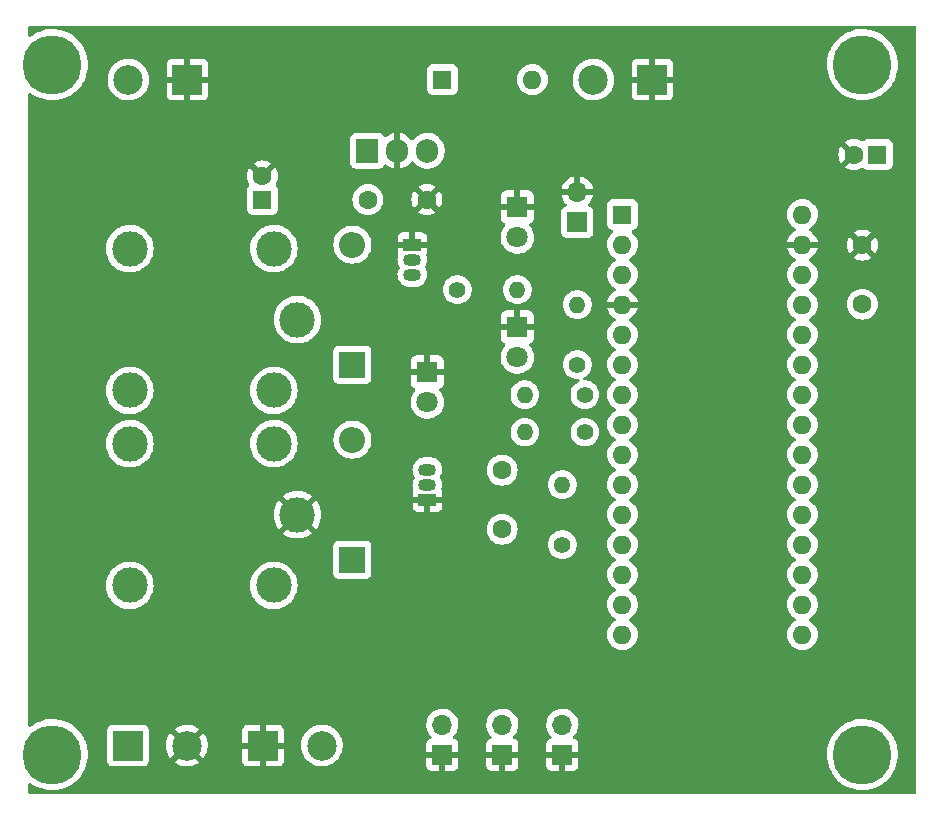
<source format=gbr>
%TF.GenerationSoftware,KiCad,Pcbnew,6.0.11+dfsg-1*%
%TF.CreationDate,2026-01-31T15:55:07+01:00*%
%TF.ProjectId,baliza,62616c69-7a61-42e6-9b69-6361645f7063,2*%
%TF.SameCoordinates,Original*%
%TF.FileFunction,Copper,L1,Top*%
%TF.FilePolarity,Positive*%
%FSLAX46Y46*%
G04 Gerber Fmt 4.6, Leading zero omitted, Abs format (unit mm)*
G04 Created by KiCad (PCBNEW 6.0.11+dfsg-1) date 2026-01-31 15:55:07*
%MOMM*%
%LPD*%
G01*
G04 APERTURE LIST*
%TA.AperFunction,ComponentPad*%
%ADD10R,1.800000X1.800000*%
%TD*%
%TA.AperFunction,ComponentPad*%
%ADD11C,1.800000*%
%TD*%
%TA.AperFunction,ComponentPad*%
%ADD12R,1.905000X2.000000*%
%TD*%
%TA.AperFunction,ComponentPad*%
%ADD13O,1.905000X2.000000*%
%TD*%
%TA.AperFunction,ComponentPad*%
%ADD14C,0.800000*%
%TD*%
%TA.AperFunction,ComponentPad*%
%ADD15C,5.000000*%
%TD*%
%TA.AperFunction,ComponentPad*%
%ADD16R,1.700000X1.700000*%
%TD*%
%TA.AperFunction,ComponentPad*%
%ADD17O,1.700000X1.700000*%
%TD*%
%TA.AperFunction,ComponentPad*%
%ADD18R,2.500000X2.500000*%
%TD*%
%TA.AperFunction,ComponentPad*%
%ADD19C,2.500000*%
%TD*%
%TA.AperFunction,ComponentPad*%
%ADD20R,1.600000X1.600000*%
%TD*%
%TA.AperFunction,ComponentPad*%
%ADD21C,1.600000*%
%TD*%
%TA.AperFunction,ComponentPad*%
%ADD22O,1.600000X1.600000*%
%TD*%
%TA.AperFunction,ComponentPad*%
%ADD23C,3.000000*%
%TD*%
%TA.AperFunction,ComponentPad*%
%ADD24R,1.500000X1.050000*%
%TD*%
%TA.AperFunction,ComponentPad*%
%ADD25O,1.500000X1.050000*%
%TD*%
%TA.AperFunction,ComponentPad*%
%ADD26C,1.400000*%
%TD*%
%TA.AperFunction,ComponentPad*%
%ADD27O,1.400000X1.400000*%
%TD*%
%TA.AperFunction,ComponentPad*%
%ADD28R,2.200000X2.200000*%
%TD*%
%TA.AperFunction,ComponentPad*%
%ADD29O,2.200000X2.200000*%
%TD*%
%TA.AperFunction,Conductor*%
%ADD30C,1.000000*%
%TD*%
G04 APERTURE END LIST*
D10*
%TO.P,D4,1,K*%
%TO.N,GND*%
X130810000Y-69210000D03*
D11*
%TO.P,D4,2,A*%
%TO.N,Net-(D4-Pad2)*%
X130810000Y-71750000D03*
%TD*%
D12*
%TO.P,U1,1,IN*%
%TO.N,VCC*%
X118110000Y-64445000D03*
D13*
%TO.P,U1,2,GND*%
%TO.N,GND*%
X120650000Y-64445000D03*
%TO.P,U1,3,OUT*%
%TO.N,+5V*%
X123190000Y-64445000D03*
%TD*%
D14*
%TO.P,REF\u002A\u002A,1*%
%TO.N,N/C*%
X161345825Y-55824175D03*
X158145000Y-57150000D03*
X160020000Y-55275000D03*
X160020000Y-59025000D03*
X158694175Y-55824175D03*
X161345825Y-58475825D03*
X158694175Y-58475825D03*
X161895000Y-57150000D03*
D15*
X160020000Y-57150000D03*
%TD*%
D16*
%TO.P,JP1,1,A*%
%TO.N,GND*%
X124460000Y-115570000D03*
D17*
%TO.P,JP1,2,B*%
%TO.N,Net-(A1-Pad13)*%
X124460000Y-113030000D03*
%TD*%
D18*
%TO.P,J2,1,Pin_1*%
%TO.N,PTT_TRANSCEPTOR*%
X97830000Y-114800000D03*
D19*
%TO.P,J2,2,Pin_2*%
%TO.N,GND*%
X102830000Y-114800000D03*
%TD*%
D20*
%TO.P,C4,1*%
%TO.N,+5V*%
X161290000Y-64770000D03*
D21*
%TO.P,C4,2*%
%TO.N,GND*%
X159290000Y-64770000D03*
%TD*%
D14*
%TO.P,REF\u002A\u002A,1*%
%TO.N,N/C*%
X91440000Y-55275000D03*
X91440000Y-59025000D03*
X89565000Y-57150000D03*
X93315000Y-57150000D03*
D15*
X91440000Y-57150000D03*
D14*
X90114175Y-55824175D03*
X92765825Y-58475825D03*
X92765825Y-55824175D03*
X90114175Y-58475825D03*
%TD*%
D20*
%TO.P,C1,1*%
%TO.N,VCC*%
X109220000Y-68580000D03*
D21*
%TO.P,C1,2*%
%TO.N,GND*%
X109220000Y-66580000D03*
%TD*%
D20*
%TO.P,A1,1,D1/TX*%
%TO.N,unconnected-(A1-Pad1)*%
X139700000Y-69850000D03*
D22*
%TO.P,A1,2,D0/RX*%
%TO.N,unconnected-(A1-Pad2)*%
X139700000Y-72390000D03*
%TO.P,A1,3,~{RESET}*%
%TO.N,Net-(A1-Pad3)*%
X139700000Y-74930000D03*
%TO.P,A1,4,GND*%
%TO.N,GND*%
X139700000Y-77470000D03*
%TO.P,A1,5,D2*%
%TO.N,/Rele encendido*%
X139700000Y-80010000D03*
%TO.P,A1,6,D3*%
%TO.N,AUX1*%
X139700000Y-82550000D03*
%TO.P,A1,7,D4*%
%TO.N,AUX2*%
X139700000Y-85090000D03*
%TO.P,A1,8,D5*%
%TO.N,AUX3*%
X139700000Y-87630000D03*
%TO.P,A1,9,D6*%
%TO.N,Net-(A1-Pad9)*%
X139700000Y-90170000D03*
%TO.P,A1,10,D7*%
%TO.N,Net-(A1-Pad10)*%
X139700000Y-92710000D03*
%TO.P,A1,11,D8*%
%TO.N,unconnected-(A1-Pad11)*%
X139700000Y-95250000D03*
%TO.P,A1,12,D9*%
%TO.N,unconnected-(A1-Pad12)*%
X139700000Y-97790000D03*
%TO.P,A1,13,D10*%
%TO.N,Net-(A1-Pad13)*%
X139700000Y-100330000D03*
%TO.P,A1,14,D11*%
%TO.N,Net-(A1-Pad14)*%
X139700000Y-102870000D03*
%TO.P,A1,15,D12*%
%TO.N,Net-(A1-Pad15)*%
X139700000Y-105410000D03*
%TO.P,A1,16,D13*%
%TO.N,unconnected-(A1-Pad16)*%
X154940000Y-105410000D03*
%TO.P,A1,17,3V3*%
%TO.N,unconnected-(A1-Pad17)*%
X154940000Y-102870000D03*
%TO.P,A1,18,AREF*%
%TO.N,unconnected-(A1-Pad18)*%
X154940000Y-100330000D03*
%TO.P,A1,19,A0*%
%TO.N,unconnected-(A1-Pad19)*%
X154940000Y-97790000D03*
%TO.P,A1,20,A1*%
%TO.N,unconnected-(A1-Pad20)*%
X154940000Y-95250000D03*
%TO.P,A1,21,A2*%
%TO.N,unconnected-(A1-Pad21)*%
X154940000Y-92710000D03*
%TO.P,A1,22,A3*%
%TO.N,unconnected-(A1-Pad22)*%
X154940000Y-90170000D03*
%TO.P,A1,23,A4*%
%TO.N,unconnected-(A1-Pad23)*%
X154940000Y-87630000D03*
%TO.P,A1,24,A5*%
%TO.N,unconnected-(A1-Pad24)*%
X154940000Y-85090000D03*
%TO.P,A1,25,A6*%
%TO.N,unconnected-(A1-Pad25)*%
X154940000Y-82550000D03*
%TO.P,A1,26,A7*%
%TO.N,unconnected-(A1-Pad26)*%
X154940000Y-80010000D03*
%TO.P,A1,27,+5V*%
%TO.N,+5V*%
X154940000Y-77470000D03*
%TO.P,A1,28,~{RESET}*%
%TO.N,unconnected-(A1-Pad28)*%
X154940000Y-74930000D03*
%TO.P,A1,29,GND*%
%TO.N,GND*%
X154940000Y-72390000D03*
%TO.P,A1,30,VIN*%
%TO.N,unconnected-(A1-Pad30)*%
X154940000Y-69850000D03*
%TD*%
D21*
%TO.P,C3,1*%
%TO.N,ENTRADA_AUDIO_MIC*%
X129520000Y-96480000D03*
%TO.P,C3,2*%
%TO.N,Net-(A1-Pad9)*%
X129520000Y-91480000D03*
%TD*%
D10*
%TO.P,D6,1,K*%
%TO.N,GND*%
X123190000Y-83180000D03*
D11*
%TO.P,D6,2,A*%
%TO.N,Net-(D6-Pad2)*%
X123190000Y-85720000D03*
%TD*%
D23*
%TO.P,K2,11*%
%TO.N,VCC*%
X112190000Y-78740000D03*
%TO.P,K2,12*%
%TO.N,unconnected-(K2-Pad12)*%
X97990000Y-84740000D03*
%TO.P,K2,14*%
%TO.N,VCC_13v8_ENTRADA*%
X97990000Y-72740000D03*
%TO.P,K2,A1*%
%TO.N,Net-(D2-Pad2)*%
X110190000Y-72740000D03*
%TO.P,K2,A2*%
%TO.N,+5V*%
X110190000Y-84740000D03*
%TD*%
D24*
%TO.P,Q1,1,E*%
%TO.N,GND*%
X123190000Y-93980000D03*
D25*
%TO.P,Q1,2,B*%
%TO.N,/PTT OUT*%
X123190000Y-92710000D03*
%TO.P,Q1,3,C*%
%TO.N,Net-(D1-Pad2)*%
X123190000Y-91440000D03*
%TD*%
D26*
%TO.P,R3,1*%
%TO.N,AUX1*%
X135890000Y-82550000D03*
D27*
%TO.P,R3,2*%
%TO.N,Net-(D4-Pad2)*%
X135890000Y-77470000D03*
%TD*%
D26*
%TO.P,R5,1*%
%TO.N,AUX3*%
X136525000Y-88265000D03*
D27*
%TO.P,R5,2*%
%TO.N,Net-(D6-Pad2)*%
X131445000Y-88265000D03*
%TD*%
D20*
%TO.P,D3,1,K*%
%TO.N,VCC*%
X124460000Y-58420000D03*
D22*
%TO.P,D3,2,A*%
%TO.N,+BATT*%
X132080000Y-58420000D03*
%TD*%
D23*
%TO.P,K1,11*%
%TO.N,GND*%
X112190000Y-95250000D03*
%TO.P,K1,12*%
%TO.N,unconnected-(K1-Pad12)*%
X97990000Y-101250000D03*
%TO.P,K1,14*%
%TO.N,PTT_TRANSCEPTOR*%
X97990000Y-89250000D03*
%TO.P,K1,A1*%
%TO.N,Net-(D1-Pad2)*%
X110190000Y-89250000D03*
%TO.P,K1,A2*%
%TO.N,+5V*%
X110190000Y-101250000D03*
%TD*%
D14*
%TO.P,REF\u002A\u002A,1*%
%TO.N,N/C*%
X92765825Y-116895825D03*
X90114175Y-116895825D03*
X91440000Y-113695000D03*
D15*
X91440000Y-115570000D03*
D14*
X89565000Y-115570000D03*
X92765825Y-114244175D03*
X93315000Y-115570000D03*
X91440000Y-117445000D03*
X90114175Y-114244175D03*
%TD*%
D21*
%TO.P,C2,1*%
%TO.N,VCC*%
X118150000Y-68580000D03*
%TO.P,C2,2*%
%TO.N,GND*%
X123150000Y-68580000D03*
%TD*%
D26*
%TO.P,R1,1*%
%TO.N,Net-(Q2-Pad2)*%
X125730000Y-76200000D03*
D27*
%TO.P,R1,2*%
%TO.N,/Rele encendido*%
X130810000Y-76200000D03*
%TD*%
D21*
%TO.P,C5,1*%
%TO.N,+5V*%
X160020000Y-77430000D03*
%TO.P,C5,2*%
%TO.N,GND*%
X160020000Y-72430000D03*
%TD*%
D10*
%TO.P,D5,1,K*%
%TO.N,GND*%
X130810000Y-79370000D03*
D11*
%TO.P,D5,2,A*%
%TO.N,Net-(D5-Pad2)*%
X130810000Y-81910000D03*
%TD*%
D16*
%TO.P,JP3,1,A*%
%TO.N,GND*%
X134620000Y-115570000D03*
D17*
%TO.P,JP3,2,B*%
%TO.N,Net-(A1-Pad15)*%
X134620000Y-113030000D03*
%TD*%
D24*
%TO.P,Q2,1,E*%
%TO.N,GND*%
X121920000Y-72390000D03*
D25*
%TO.P,Q2,2,B*%
%TO.N,Net-(Q2-Pad2)*%
X121920000Y-73660000D03*
%TO.P,Q2,3,C*%
%TO.N,Net-(D2-Pad2)*%
X121920000Y-74930000D03*
%TD*%
D28*
%TO.P,D1,1,K*%
%TO.N,+5V*%
X116840000Y-99060000D03*
D29*
%TO.P,D1,2,A*%
%TO.N,Net-(D1-Pad2)*%
X116840000Y-88900000D03*
%TD*%
D14*
%TO.P,REF\u002A\u002A,1*%
%TO.N,N/C*%
X158694175Y-116895825D03*
D15*
X160020000Y-115570000D03*
D14*
X161345825Y-114244175D03*
X160020000Y-113695000D03*
X160020000Y-117445000D03*
X161345825Y-116895825D03*
X158694175Y-114244175D03*
X158145000Y-115570000D03*
X161895000Y-115570000D03*
%TD*%
D28*
%TO.P,D2,1,K*%
%TO.N,+5V*%
X116840000Y-82550000D03*
D29*
%TO.P,D2,2,A*%
%TO.N,Net-(D2-Pad2)*%
X116840000Y-72390000D03*
%TD*%
D18*
%TO.P,J1,1,Pin_1*%
%TO.N,GND*%
X142240000Y-58420000D03*
D19*
%TO.P,J1,2,Pin_2*%
%TO.N,+BATT*%
X137240000Y-58420000D03*
%TD*%
D16*
%TO.P,JP4,1,A*%
%TO.N,Net-(A1-Pad3)*%
X135890000Y-70485000D03*
D17*
%TO.P,JP4,2,B*%
%TO.N,GND*%
X135890000Y-67945000D03*
%TD*%
D18*
%TO.P,J3,1,Pin_1*%
%TO.N,GND*%
X109260000Y-114800000D03*
D19*
%TO.P,J3,2,Pin_2*%
%TO.N,ENTRADA_AUDIO_MIC*%
X114260000Y-114800000D03*
%TD*%
D26*
%TO.P,R4,1*%
%TO.N,AUX2*%
X136525000Y-85090000D03*
D27*
%TO.P,R4,2*%
%TO.N,Net-(D5-Pad2)*%
X131445000Y-85090000D03*
%TD*%
D16*
%TO.P,JP2,1,A*%
%TO.N,GND*%
X129540000Y-115570000D03*
D17*
%TO.P,JP2,2,B*%
%TO.N,Net-(A1-Pad14)*%
X129540000Y-113030000D03*
%TD*%
D26*
%TO.P,R2,1*%
%TO.N,/PTT OUT*%
X134620000Y-97790000D03*
D27*
%TO.P,R2,2*%
%TO.N,Net-(A1-Pad10)*%
X134620000Y-92710000D03*
%TD*%
D18*
%TO.P,J4,1,Pin_1*%
%TO.N,GND*%
X102870000Y-58420000D03*
D19*
%TO.P,J4,2,Pin_2*%
%TO.N,VCC_13v8_ENTRADA*%
X97870000Y-58420000D03*
%TD*%
D30*
%TO.N,VCC_13v8_ENTRADA*%
X97870000Y-72620000D02*
X97990000Y-72740000D01*
%TD*%
%TA.AperFunction,Conductor*%
%TO.N,GND*%
G36*
X164533621Y-53868502D02*
G01*
X164580114Y-53922158D01*
X164591500Y-53974500D01*
X164591500Y-118745500D01*
X164571498Y-118813621D01*
X164517842Y-118860114D01*
X164465500Y-118871500D01*
X89534500Y-118871500D01*
X89466379Y-118851498D01*
X89419886Y-118797842D01*
X89408500Y-118745500D01*
X89408500Y-118060708D01*
X89428502Y-117992587D01*
X89482158Y-117946094D01*
X89552432Y-117935990D01*
X89608025Y-117958385D01*
X89825233Y-118114466D01*
X90128388Y-118283200D01*
X90448928Y-118415972D01*
X90452422Y-118416967D01*
X90452424Y-118416968D01*
X90779103Y-118510025D01*
X90779108Y-118510026D01*
X90782604Y-118511022D01*
X90979304Y-118543233D01*
X91121412Y-118566504D01*
X91121419Y-118566505D01*
X91124993Y-118567090D01*
X91298276Y-118575262D01*
X91467931Y-118583263D01*
X91467932Y-118583263D01*
X91471558Y-118583434D01*
X91480415Y-118582830D01*
X91814073Y-118560084D01*
X91814081Y-118560083D01*
X91817704Y-118559836D01*
X91821279Y-118559173D01*
X91821282Y-118559173D01*
X92155279Y-118497270D01*
X92155283Y-118497269D01*
X92158844Y-118496609D01*
X92490456Y-118394592D01*
X92808145Y-118255136D01*
X93052511Y-118112341D01*
X93104560Y-118081926D01*
X93104562Y-118081925D01*
X93107700Y-118080091D01*
X93133516Y-118060708D01*
X93382244Y-117873958D01*
X93382248Y-117873955D01*
X93385151Y-117871775D01*
X93636819Y-117632950D01*
X93859370Y-117366783D01*
X94049853Y-117076799D01*
X94152190Y-116873324D01*
X94204117Y-116770080D01*
X94204120Y-116770072D01*
X94205744Y-116766844D01*
X94280946Y-116561347D01*
X94323729Y-116444437D01*
X94323730Y-116444433D01*
X94324977Y-116441026D01*
X94325822Y-116437504D01*
X94325825Y-116437496D01*
X94405124Y-116107191D01*
X94405125Y-116107187D01*
X94405971Y-116103662D01*
X94406640Y-116098134D01*
X96071500Y-116098134D01*
X96078255Y-116160316D01*
X96129385Y-116296705D01*
X96216739Y-116413261D01*
X96333295Y-116500615D01*
X96469684Y-116551745D01*
X96531866Y-116558500D01*
X99128134Y-116558500D01*
X99190316Y-116551745D01*
X99326705Y-116500615D01*
X99443261Y-116413261D01*
X99530615Y-116296705D01*
X99563444Y-116209133D01*
X101785612Y-116209133D01*
X101794325Y-116220653D01*
X101892018Y-116292284D01*
X101899928Y-116297227D01*
X102122890Y-116414533D01*
X102131453Y-116418256D01*
X102369304Y-116501318D01*
X102378313Y-116503732D01*
X102625842Y-116550727D01*
X102635098Y-116551781D01*
X102886857Y-116561673D01*
X102896171Y-116561347D01*
X103146615Y-116533920D01*
X103155792Y-116532219D01*
X103399431Y-116468074D01*
X103408251Y-116465037D01*
X103639736Y-116365583D01*
X103648008Y-116361276D01*
X103862249Y-116228700D01*
X103869188Y-116223658D01*
X103877518Y-116211019D01*
X103871456Y-116200666D01*
X103765459Y-116094669D01*
X107502001Y-116094669D01*
X107502371Y-116101490D01*
X107507895Y-116152352D01*
X107511521Y-116167604D01*
X107556676Y-116288054D01*
X107565214Y-116303649D01*
X107641715Y-116405724D01*
X107654276Y-116418285D01*
X107756351Y-116494786D01*
X107771946Y-116503324D01*
X107892394Y-116548478D01*
X107907649Y-116552105D01*
X107958514Y-116557631D01*
X107965328Y-116558000D01*
X108987885Y-116558000D01*
X109003124Y-116553525D01*
X109004329Y-116552135D01*
X109006000Y-116544452D01*
X109006000Y-116539884D01*
X109514000Y-116539884D01*
X109518475Y-116555123D01*
X109519865Y-116556328D01*
X109527548Y-116557999D01*
X110554669Y-116557999D01*
X110561490Y-116557629D01*
X110612352Y-116552105D01*
X110627604Y-116548479D01*
X110748054Y-116503324D01*
X110763649Y-116494786D01*
X110865724Y-116418285D01*
X110878285Y-116405724D01*
X110954786Y-116303649D01*
X110963324Y-116288054D01*
X111008478Y-116167606D01*
X111012105Y-116152351D01*
X111017631Y-116101486D01*
X111018000Y-116094672D01*
X111018000Y-115072115D01*
X111013525Y-115056876D01*
X111012135Y-115055671D01*
X111004452Y-115054000D01*
X109532115Y-115054000D01*
X109516876Y-115058475D01*
X109515671Y-115059865D01*
X109514000Y-115067548D01*
X109514000Y-116539884D01*
X109006000Y-116539884D01*
X109006000Y-115072115D01*
X109001525Y-115056876D01*
X109000135Y-115055671D01*
X108992452Y-115054000D01*
X107520116Y-115054000D01*
X107504877Y-115058475D01*
X107503672Y-115059865D01*
X107502001Y-115067548D01*
X107502001Y-116094669D01*
X103765459Y-116094669D01*
X102842812Y-115172022D01*
X102828868Y-115164408D01*
X102827035Y-115164539D01*
X102820420Y-115168790D01*
X101792270Y-116196940D01*
X101785612Y-116209133D01*
X99563444Y-116209133D01*
X99581745Y-116160316D01*
X99588500Y-116098134D01*
X99588500Y-114758523D01*
X101067898Y-114758523D01*
X101079987Y-115010175D01*
X101081124Y-115019435D01*
X101130274Y-115266535D01*
X101132768Y-115275528D01*
X101217900Y-115512639D01*
X101221700Y-115521174D01*
X101340946Y-115743101D01*
X101345957Y-115750968D01*
X101409446Y-115835990D01*
X101420704Y-115844439D01*
X101433123Y-115837667D01*
X102457978Y-114812812D01*
X102464356Y-114801132D01*
X103194408Y-114801132D01*
X103194539Y-114802965D01*
X103198790Y-114809580D01*
X104229913Y-115840703D01*
X104242293Y-115847463D01*
X104250634Y-115841219D01*
X104376765Y-115645127D01*
X104381212Y-115636936D01*
X104484691Y-115407222D01*
X104487882Y-115398455D01*
X104556269Y-115155976D01*
X104558129Y-115146834D01*
X104590116Y-114895396D01*
X104590597Y-114889108D01*
X104592847Y-114803160D01*
X104592696Y-114796851D01*
X104589500Y-114753839D01*
X112497173Y-114753839D01*
X112497397Y-114758505D01*
X112497397Y-114758511D01*
X112503154Y-114878360D01*
X112509713Y-115014908D01*
X112560704Y-115271256D01*
X112649026Y-115517252D01*
X112651242Y-115521376D01*
X112715753Y-115641437D01*
X112772737Y-115747491D01*
X112775532Y-115751234D01*
X112775534Y-115751237D01*
X112926330Y-115953177D01*
X112926335Y-115953183D01*
X112929122Y-115956915D01*
X112932431Y-115960195D01*
X112932436Y-115960201D01*
X113077155Y-116103662D01*
X113114743Y-116140923D01*
X113118505Y-116143681D01*
X113118508Y-116143684D01*
X113315404Y-116288054D01*
X113325524Y-116295474D01*
X113329667Y-116297654D01*
X113329669Y-116297655D01*
X113552684Y-116414989D01*
X113552689Y-116414991D01*
X113556834Y-116417172D01*
X113692843Y-116464669D01*
X113787546Y-116497741D01*
X113803590Y-116503344D01*
X113808183Y-116504216D01*
X114055785Y-116551224D01*
X114055788Y-116551224D01*
X114060374Y-116552095D01*
X114190959Y-116557226D01*
X114316875Y-116562174D01*
X114316881Y-116562174D01*
X114321543Y-116562357D01*
X114410651Y-116552598D01*
X114576707Y-116534412D01*
X114576712Y-116534411D01*
X114581360Y-116533902D01*
X114587753Y-116532219D01*
X114829594Y-116468548D01*
X114829596Y-116468547D01*
X114834117Y-116467357D01*
X114840367Y-116464672D01*
X114840374Y-116464669D01*
X123102001Y-116464669D01*
X123102371Y-116471490D01*
X123107895Y-116522352D01*
X123111521Y-116537604D01*
X123156676Y-116658054D01*
X123165214Y-116673649D01*
X123241715Y-116775724D01*
X123254276Y-116788285D01*
X123356351Y-116864786D01*
X123371946Y-116873324D01*
X123492394Y-116918478D01*
X123507649Y-116922105D01*
X123558514Y-116927631D01*
X123565328Y-116928000D01*
X124187885Y-116928000D01*
X124203124Y-116923525D01*
X124204329Y-116922135D01*
X124206000Y-116914452D01*
X124206000Y-116909884D01*
X124714000Y-116909884D01*
X124718475Y-116925123D01*
X124719865Y-116926328D01*
X124727548Y-116927999D01*
X125354669Y-116927999D01*
X125361490Y-116927629D01*
X125412352Y-116922105D01*
X125427604Y-116918479D01*
X125548054Y-116873324D01*
X125563649Y-116864786D01*
X125665724Y-116788285D01*
X125678285Y-116775724D01*
X125754786Y-116673649D01*
X125763324Y-116658054D01*
X125808478Y-116537606D01*
X125812105Y-116522351D01*
X125817631Y-116471486D01*
X125818000Y-116464672D01*
X125818000Y-116464669D01*
X128182001Y-116464669D01*
X128182371Y-116471490D01*
X128187895Y-116522352D01*
X128191521Y-116537604D01*
X128236676Y-116658054D01*
X128245214Y-116673649D01*
X128321715Y-116775724D01*
X128334276Y-116788285D01*
X128436351Y-116864786D01*
X128451946Y-116873324D01*
X128572394Y-116918478D01*
X128587649Y-116922105D01*
X128638514Y-116927631D01*
X128645328Y-116928000D01*
X129267885Y-116928000D01*
X129283124Y-116923525D01*
X129284329Y-116922135D01*
X129286000Y-116914452D01*
X129286000Y-116909884D01*
X129794000Y-116909884D01*
X129798475Y-116925123D01*
X129799865Y-116926328D01*
X129807548Y-116927999D01*
X130434669Y-116927999D01*
X130441490Y-116927629D01*
X130492352Y-116922105D01*
X130507604Y-116918479D01*
X130628054Y-116873324D01*
X130643649Y-116864786D01*
X130745724Y-116788285D01*
X130758285Y-116775724D01*
X130834786Y-116673649D01*
X130843324Y-116658054D01*
X130888478Y-116537606D01*
X130892105Y-116522351D01*
X130897631Y-116471486D01*
X130898000Y-116464672D01*
X130898000Y-116464669D01*
X133262001Y-116464669D01*
X133262371Y-116471490D01*
X133267895Y-116522352D01*
X133271521Y-116537604D01*
X133316676Y-116658054D01*
X133325214Y-116673649D01*
X133401715Y-116775724D01*
X133414276Y-116788285D01*
X133516351Y-116864786D01*
X133531946Y-116873324D01*
X133652394Y-116918478D01*
X133667649Y-116922105D01*
X133718514Y-116927631D01*
X133725328Y-116928000D01*
X134347885Y-116928000D01*
X134363124Y-116923525D01*
X134364329Y-116922135D01*
X134366000Y-116914452D01*
X134366000Y-116909884D01*
X134874000Y-116909884D01*
X134878475Y-116925123D01*
X134879865Y-116926328D01*
X134887548Y-116927999D01*
X135514669Y-116927999D01*
X135521490Y-116927629D01*
X135572352Y-116922105D01*
X135587604Y-116918479D01*
X135708054Y-116873324D01*
X135723649Y-116864786D01*
X135825724Y-116788285D01*
X135838285Y-116775724D01*
X135914786Y-116673649D01*
X135923324Y-116658054D01*
X135968478Y-116537606D01*
X135972105Y-116522351D01*
X135977631Y-116471486D01*
X135978000Y-116464672D01*
X135978000Y-115842115D01*
X135973525Y-115826876D01*
X135972135Y-115825671D01*
X135964452Y-115824000D01*
X134892115Y-115824000D01*
X134876876Y-115828475D01*
X134875671Y-115829865D01*
X134874000Y-115837548D01*
X134874000Y-116909884D01*
X134366000Y-116909884D01*
X134366000Y-115842115D01*
X134361525Y-115826876D01*
X134360135Y-115825671D01*
X134352452Y-115824000D01*
X133280116Y-115824000D01*
X133264877Y-115828475D01*
X133263672Y-115829865D01*
X133262001Y-115837548D01*
X133262001Y-116464669D01*
X130898000Y-116464669D01*
X130898000Y-115842115D01*
X130893525Y-115826876D01*
X130892135Y-115825671D01*
X130884452Y-115824000D01*
X129812115Y-115824000D01*
X129796876Y-115828475D01*
X129795671Y-115829865D01*
X129794000Y-115837548D01*
X129794000Y-116909884D01*
X129286000Y-116909884D01*
X129286000Y-115842115D01*
X129281525Y-115826876D01*
X129280135Y-115825671D01*
X129272452Y-115824000D01*
X128200116Y-115824000D01*
X128184877Y-115828475D01*
X128183672Y-115829865D01*
X128182001Y-115837548D01*
X128182001Y-116464669D01*
X125818000Y-116464669D01*
X125818000Y-115842115D01*
X125813525Y-115826876D01*
X125812135Y-115825671D01*
X125804452Y-115824000D01*
X124732115Y-115824000D01*
X124716876Y-115828475D01*
X124715671Y-115829865D01*
X124714000Y-115837548D01*
X124714000Y-116909884D01*
X124206000Y-116909884D01*
X124206000Y-115842115D01*
X124201525Y-115826876D01*
X124200135Y-115825671D01*
X124192452Y-115824000D01*
X123120116Y-115824000D01*
X123104877Y-115828475D01*
X123103672Y-115829865D01*
X123102001Y-115837548D01*
X123102001Y-116464669D01*
X114840374Y-116464669D01*
X115069972Y-116366025D01*
X115074262Y-116364182D01*
X115296519Y-116226646D01*
X115300082Y-116223629D01*
X115300087Y-116223626D01*
X115492439Y-116060787D01*
X115492440Y-116060786D01*
X115496005Y-116057768D01*
X115587729Y-115953177D01*
X115665257Y-115864774D01*
X115665261Y-115864769D01*
X115668339Y-115861259D01*
X115683591Y-115837548D01*
X115807205Y-115645367D01*
X115809733Y-115641437D01*
X115884554Y-115475341D01*
X157007888Y-115475341D01*
X157007983Y-115478971D01*
X157007983Y-115478972D01*
X157015249Y-115756434D01*
X157016970Y-115822171D01*
X157017481Y-115825761D01*
X157017481Y-115825762D01*
X157019681Y-115841219D01*
X157065856Y-116165660D01*
X157153897Y-116501253D01*
X157279927Y-116824503D01*
X157281624Y-116827708D01*
X157415113Y-117079825D01*
X157442275Y-117131126D01*
X157444325Y-117134109D01*
X157444327Y-117134112D01*
X157636733Y-117414064D01*
X157636739Y-117414071D01*
X157638790Y-117417056D01*
X157866866Y-117678505D01*
X157869551Y-117680948D01*
X158079268Y-117871775D01*
X158123481Y-117912006D01*
X158405233Y-118114466D01*
X158708388Y-118283200D01*
X159028928Y-118415972D01*
X159032422Y-118416967D01*
X159032424Y-118416968D01*
X159359103Y-118510025D01*
X159359108Y-118510026D01*
X159362604Y-118511022D01*
X159559304Y-118543233D01*
X159701412Y-118566504D01*
X159701419Y-118566505D01*
X159704993Y-118567090D01*
X159878276Y-118575262D01*
X160047931Y-118583263D01*
X160047932Y-118583263D01*
X160051558Y-118583434D01*
X160060415Y-118582830D01*
X160394073Y-118560084D01*
X160394081Y-118560083D01*
X160397704Y-118559836D01*
X160401279Y-118559173D01*
X160401282Y-118559173D01*
X160735279Y-118497270D01*
X160735283Y-118497269D01*
X160738844Y-118496609D01*
X161070456Y-118394592D01*
X161388145Y-118255136D01*
X161632511Y-118112341D01*
X161684560Y-118081926D01*
X161684562Y-118081925D01*
X161687700Y-118080091D01*
X161713516Y-118060708D01*
X161962244Y-117873958D01*
X161962248Y-117873955D01*
X161965151Y-117871775D01*
X162216819Y-117632950D01*
X162439370Y-117366783D01*
X162629853Y-117076799D01*
X162732190Y-116873324D01*
X162784117Y-116770080D01*
X162784120Y-116770072D01*
X162785744Y-116766844D01*
X162860946Y-116561347D01*
X162903729Y-116444437D01*
X162903730Y-116444433D01*
X162904977Y-116441026D01*
X162905822Y-116437504D01*
X162905825Y-116437496D01*
X162985124Y-116107191D01*
X162985125Y-116107187D01*
X162985971Y-116103662D01*
X162986640Y-116098134D01*
X163027316Y-115762004D01*
X163027316Y-115761997D01*
X163027652Y-115759225D01*
X163028151Y-115743371D01*
X163033511Y-115572797D01*
X163033599Y-115570000D01*
X163033438Y-115567204D01*
X163013836Y-115227246D01*
X163013835Y-115227241D01*
X163013627Y-115223626D01*
X162985046Y-115059865D01*
X162954600Y-114885415D01*
X162954598Y-114885408D01*
X162953976Y-114881842D01*
X162933529Y-114812812D01*
X162913482Y-114745137D01*
X162855437Y-114549180D01*
X162851579Y-114540135D01*
X162720740Y-114233386D01*
X162720738Y-114233383D01*
X162719316Y-114230048D01*
X162669569Y-114142831D01*
X162549208Y-113931816D01*
X162547417Y-113928676D01*
X162342018Y-113649060D01*
X162337889Y-113644616D01*
X162202122Y-113498514D01*
X162105842Y-113394904D01*
X161842019Y-113169578D01*
X161554047Y-112976069D01*
X161245741Y-112816940D01*
X160921189Y-112694302D01*
X160917668Y-112693418D01*
X160917663Y-112693416D01*
X160756378Y-112652904D01*
X160584692Y-112609780D01*
X160562476Y-112606855D01*
X160244315Y-112564968D01*
X160244307Y-112564967D01*
X160240711Y-112564494D01*
X160096045Y-112562221D01*
X159897446Y-112559101D01*
X159897442Y-112559101D01*
X159893804Y-112559044D01*
X159890190Y-112559405D01*
X159890184Y-112559405D01*
X159646843Y-112583694D01*
X159548569Y-112593503D01*
X159209583Y-112667414D01*
X159206156Y-112668587D01*
X159206150Y-112668589D01*
X159127296Y-112695587D01*
X158881339Y-112779797D01*
X158568188Y-112929163D01*
X158274279Y-113113532D01*
X158271443Y-113115804D01*
X158271436Y-113115809D01*
X158096810Y-113255711D01*
X158003509Y-113330459D01*
X158000958Y-113333037D01*
X157804255Y-113531811D01*
X157759466Y-113577071D01*
X157757225Y-113579929D01*
X157560605Y-113830689D01*
X157545386Y-113850098D01*
X157543493Y-113853187D01*
X157543491Y-113853190D01*
X157497233Y-113928676D01*
X157364105Y-114145921D01*
X157362580Y-114149206D01*
X157362578Y-114149210D01*
X157274467Y-114339030D01*
X157218027Y-114460620D01*
X157187586Y-114552666D01*
X157119505Y-114758523D01*
X157109087Y-114790023D01*
X157108351Y-114793578D01*
X157108350Y-114793581D01*
X157039465Y-115126214D01*
X157038730Y-115129764D01*
X157007888Y-115475341D01*
X115884554Y-115475341D01*
X115917083Y-115403129D01*
X115968715Y-115220057D01*
X115986760Y-115156076D01*
X115986761Y-115156073D01*
X115988030Y-115151572D01*
X116000230Y-115055671D01*
X116020616Y-114895421D01*
X116020616Y-114895417D01*
X116021014Y-114892291D01*
X116021098Y-114889108D01*
X116023348Y-114803160D01*
X116023431Y-114800000D01*
X116019655Y-114749185D01*
X116004407Y-114544000D01*
X116004406Y-114543996D01*
X116004061Y-114539348D01*
X116001468Y-114527885D01*
X115947408Y-114288980D01*
X115946377Y-114284423D01*
X115924007Y-114226897D01*
X115853340Y-114045176D01*
X115853339Y-114045173D01*
X115851647Y-114040823D01*
X115830566Y-114003938D01*
X115744406Y-113853190D01*
X115721951Y-113813902D01*
X115560138Y-113608643D01*
X115369763Y-113429557D01*
X115201660Y-113312939D01*
X115158851Y-113283241D01*
X115158848Y-113283239D01*
X115155009Y-113280576D01*
X115114644Y-113260670D01*
X114924781Y-113167040D01*
X114924778Y-113167039D01*
X114920593Y-113164975D01*
X114874449Y-113150204D01*
X114676123Y-113086720D01*
X114671665Y-113085293D01*
X114413693Y-113043279D01*
X114299942Y-113041790D01*
X114157022Y-113039919D01*
X114157019Y-113039919D01*
X114152345Y-113039858D01*
X113893362Y-113075104D01*
X113888876Y-113076412D01*
X113888874Y-113076412D01*
X113860988Y-113084540D01*
X113642433Y-113148243D01*
X113638180Y-113150203D01*
X113638179Y-113150204D01*
X113600531Y-113167560D01*
X113405072Y-113257668D01*
X113366067Y-113283241D01*
X113190404Y-113398410D01*
X113190399Y-113398414D01*
X113186491Y-113400976D01*
X112991494Y-113575018D01*
X112824363Y-113775970D01*
X112821934Y-113779973D01*
X112733468Y-113925761D01*
X112688771Y-113999419D01*
X112587697Y-114240455D01*
X112523359Y-114493783D01*
X112522891Y-114498434D01*
X112522890Y-114498438D01*
X112518552Y-114541525D01*
X112497173Y-114753839D01*
X104589500Y-114753839D01*
X104573912Y-114544074D01*
X104572536Y-114534868D01*
X104570956Y-114527885D01*
X107502000Y-114527885D01*
X107506475Y-114543124D01*
X107507865Y-114544329D01*
X107515548Y-114546000D01*
X108987885Y-114546000D01*
X109003124Y-114541525D01*
X109004329Y-114540135D01*
X109006000Y-114532452D01*
X109006000Y-114527885D01*
X109514000Y-114527885D01*
X109518475Y-114543124D01*
X109519865Y-114544329D01*
X109527548Y-114546000D01*
X110999884Y-114546000D01*
X111015123Y-114541525D01*
X111016328Y-114540135D01*
X111017999Y-114532452D01*
X111017999Y-113505331D01*
X111017629Y-113498510D01*
X111012105Y-113447648D01*
X111008479Y-113432396D01*
X110963324Y-113311946D01*
X110954786Y-113296351D01*
X110878285Y-113194276D01*
X110865724Y-113181715D01*
X110763649Y-113105214D01*
X110748054Y-113096676D01*
X110627606Y-113051522D01*
X110612351Y-113047895D01*
X110561486Y-113042369D01*
X110554672Y-113042000D01*
X109532115Y-113042000D01*
X109516876Y-113046475D01*
X109515671Y-113047865D01*
X109514000Y-113055548D01*
X109514000Y-114527885D01*
X109006000Y-114527885D01*
X109006000Y-113060116D01*
X109001525Y-113044877D01*
X109000135Y-113043672D01*
X108992452Y-113042001D01*
X107965331Y-113042001D01*
X107958510Y-113042371D01*
X107907648Y-113047895D01*
X107892396Y-113051521D01*
X107771946Y-113096676D01*
X107756351Y-113105214D01*
X107654276Y-113181715D01*
X107641715Y-113194276D01*
X107565214Y-113296351D01*
X107556676Y-113311946D01*
X107511522Y-113432394D01*
X107507895Y-113447649D01*
X107502369Y-113498514D01*
X107502000Y-113505328D01*
X107502000Y-114527885D01*
X104570956Y-114527885D01*
X104516929Y-114289126D01*
X104514205Y-114280215D01*
X104422888Y-114045392D01*
X104418877Y-114036983D01*
X104293854Y-113818240D01*
X104288643Y-113810514D01*
X104251391Y-113763261D01*
X104239466Y-113754790D01*
X104227934Y-113761276D01*
X103202022Y-114787188D01*
X103194408Y-114801132D01*
X102464356Y-114801132D01*
X102465592Y-114798868D01*
X102465461Y-114797035D01*
X102461210Y-114790420D01*
X101431321Y-113760531D01*
X101418013Y-113753264D01*
X101407974Y-113760386D01*
X101397761Y-113772666D01*
X101392346Y-113780258D01*
X101261646Y-113995646D01*
X101257408Y-114003963D01*
X101159981Y-114236299D01*
X101157020Y-114245149D01*
X101095006Y-114489331D01*
X101093384Y-114498528D01*
X101068143Y-114749198D01*
X101067898Y-114758523D01*
X99588500Y-114758523D01*
X99588500Y-113501866D01*
X99581745Y-113439684D01*
X99562671Y-113388803D01*
X101783216Y-113388803D01*
X101787789Y-113398579D01*
X102817188Y-114427978D01*
X102831132Y-114435592D01*
X102832965Y-114435461D01*
X102839580Y-114431210D01*
X103868419Y-113402371D01*
X103874803Y-113390681D01*
X103865391Y-113378570D01*
X103728593Y-113283670D01*
X103720565Y-113278942D01*
X103494593Y-113167505D01*
X103485960Y-113164017D01*
X103245998Y-113087205D01*
X103236938Y-113085029D01*
X102988260Y-113044529D01*
X102978973Y-113043717D01*
X102727053Y-113040419D01*
X102717742Y-113040989D01*
X102468097Y-113074964D01*
X102458978Y-113076902D01*
X102217098Y-113147404D01*
X102208367Y-113150667D01*
X101979558Y-113256151D01*
X101971406Y-113260670D01*
X101792353Y-113378062D01*
X101783216Y-113388803D01*
X99562671Y-113388803D01*
X99530615Y-113303295D01*
X99443261Y-113186739D01*
X99326705Y-113099385D01*
X99190316Y-113048255D01*
X99128134Y-113041500D01*
X96531866Y-113041500D01*
X96469684Y-113048255D01*
X96333295Y-113099385D01*
X96216739Y-113186739D01*
X96129385Y-113303295D01*
X96078255Y-113439684D01*
X96071500Y-113501866D01*
X96071500Y-116098134D01*
X94406640Y-116098134D01*
X94447316Y-115762004D01*
X94447316Y-115761997D01*
X94447652Y-115759225D01*
X94448151Y-115743371D01*
X94453511Y-115572797D01*
X94453599Y-115570000D01*
X94453438Y-115567204D01*
X94433836Y-115227246D01*
X94433835Y-115227241D01*
X94433627Y-115223626D01*
X94405046Y-115059865D01*
X94374600Y-114885415D01*
X94374598Y-114885408D01*
X94373976Y-114881842D01*
X94353529Y-114812812D01*
X94333482Y-114745137D01*
X94275437Y-114549180D01*
X94271579Y-114540135D01*
X94140740Y-114233386D01*
X94140738Y-114233383D01*
X94139316Y-114230048D01*
X94089569Y-114142831D01*
X93969208Y-113931816D01*
X93967417Y-113928676D01*
X93762018Y-113649060D01*
X93757889Y-113644616D01*
X93622122Y-113498514D01*
X93525842Y-113394904D01*
X93262019Y-113169578D01*
X93004742Y-112996695D01*
X123097251Y-112996695D01*
X123097548Y-113001848D01*
X123097548Y-113001851D01*
X123106954Y-113164975D01*
X123110110Y-113219715D01*
X123111247Y-113224761D01*
X123111248Y-113224767D01*
X123123826Y-113280576D01*
X123159222Y-113437639D01*
X123243266Y-113644616D01*
X123294019Y-113727438D01*
X123349663Y-113818240D01*
X123359987Y-113835088D01*
X123506250Y-114003938D01*
X123510225Y-114007238D01*
X123510231Y-114007244D01*
X123515425Y-114011556D01*
X123555059Y-114070460D01*
X123556555Y-114141441D01*
X123519439Y-114201962D01*
X123479168Y-114226480D01*
X123371946Y-114266676D01*
X123356351Y-114275214D01*
X123254276Y-114351715D01*
X123241715Y-114364276D01*
X123165214Y-114466351D01*
X123156676Y-114481946D01*
X123111522Y-114602394D01*
X123107895Y-114617649D01*
X123102369Y-114668514D01*
X123102000Y-114675328D01*
X123102000Y-115297885D01*
X123106475Y-115313124D01*
X123107865Y-115314329D01*
X123115548Y-115316000D01*
X125799884Y-115316000D01*
X125815123Y-115311525D01*
X125816328Y-115310135D01*
X125817999Y-115302452D01*
X125817999Y-114675331D01*
X125817629Y-114668510D01*
X125812105Y-114617648D01*
X125808479Y-114602396D01*
X125763324Y-114481946D01*
X125754786Y-114466351D01*
X125678285Y-114364276D01*
X125665724Y-114351715D01*
X125563649Y-114275214D01*
X125548054Y-114266676D01*
X125437813Y-114225348D01*
X125381049Y-114182706D01*
X125356349Y-114116145D01*
X125371557Y-114046796D01*
X125393104Y-114018115D01*
X125494430Y-113917144D01*
X125494440Y-113917132D01*
X125498096Y-113913489D01*
X125557594Y-113830689D01*
X125625435Y-113736277D01*
X125628453Y-113732077D01*
X125669483Y-113649060D01*
X125725136Y-113536453D01*
X125725137Y-113536451D01*
X125727430Y-113531811D01*
X125792370Y-113318069D01*
X125821529Y-113096590D01*
X125821805Y-113085293D01*
X125823074Y-113033365D01*
X125823074Y-113033361D01*
X125823156Y-113030000D01*
X125820418Y-112996695D01*
X128177251Y-112996695D01*
X128177548Y-113001848D01*
X128177548Y-113001851D01*
X128186954Y-113164975D01*
X128190110Y-113219715D01*
X128191247Y-113224761D01*
X128191248Y-113224767D01*
X128203826Y-113280576D01*
X128239222Y-113437639D01*
X128323266Y-113644616D01*
X128374019Y-113727438D01*
X128429663Y-113818240D01*
X128439987Y-113835088D01*
X128586250Y-114003938D01*
X128590225Y-114007238D01*
X128590231Y-114007244D01*
X128595425Y-114011556D01*
X128635059Y-114070460D01*
X128636555Y-114141441D01*
X128599439Y-114201962D01*
X128559168Y-114226480D01*
X128451946Y-114266676D01*
X128436351Y-114275214D01*
X128334276Y-114351715D01*
X128321715Y-114364276D01*
X128245214Y-114466351D01*
X128236676Y-114481946D01*
X128191522Y-114602394D01*
X128187895Y-114617649D01*
X128182369Y-114668514D01*
X128182000Y-114675328D01*
X128182000Y-115297885D01*
X128186475Y-115313124D01*
X128187865Y-115314329D01*
X128195548Y-115316000D01*
X130879884Y-115316000D01*
X130895123Y-115311525D01*
X130896328Y-115310135D01*
X130897999Y-115302452D01*
X130897999Y-114675331D01*
X130897629Y-114668510D01*
X130892105Y-114617648D01*
X130888479Y-114602396D01*
X130843324Y-114481946D01*
X130834786Y-114466351D01*
X130758285Y-114364276D01*
X130745724Y-114351715D01*
X130643649Y-114275214D01*
X130628054Y-114266676D01*
X130517813Y-114225348D01*
X130461049Y-114182706D01*
X130436349Y-114116145D01*
X130451557Y-114046796D01*
X130473104Y-114018115D01*
X130574430Y-113917144D01*
X130574440Y-113917132D01*
X130578096Y-113913489D01*
X130637594Y-113830689D01*
X130705435Y-113736277D01*
X130708453Y-113732077D01*
X130749483Y-113649060D01*
X130805136Y-113536453D01*
X130805137Y-113536451D01*
X130807430Y-113531811D01*
X130872370Y-113318069D01*
X130901529Y-113096590D01*
X130901805Y-113085293D01*
X130903074Y-113033365D01*
X130903074Y-113033361D01*
X130903156Y-113030000D01*
X130900418Y-112996695D01*
X133257251Y-112996695D01*
X133257548Y-113001848D01*
X133257548Y-113001851D01*
X133266954Y-113164975D01*
X133270110Y-113219715D01*
X133271247Y-113224761D01*
X133271248Y-113224767D01*
X133283826Y-113280576D01*
X133319222Y-113437639D01*
X133403266Y-113644616D01*
X133454019Y-113727438D01*
X133509663Y-113818240D01*
X133519987Y-113835088D01*
X133666250Y-114003938D01*
X133670225Y-114007238D01*
X133670231Y-114007244D01*
X133675425Y-114011556D01*
X133715059Y-114070460D01*
X133716555Y-114141441D01*
X133679439Y-114201962D01*
X133639168Y-114226480D01*
X133531946Y-114266676D01*
X133516351Y-114275214D01*
X133414276Y-114351715D01*
X133401715Y-114364276D01*
X133325214Y-114466351D01*
X133316676Y-114481946D01*
X133271522Y-114602394D01*
X133267895Y-114617649D01*
X133262369Y-114668514D01*
X133262000Y-114675328D01*
X133262000Y-115297885D01*
X133266475Y-115313124D01*
X133267865Y-115314329D01*
X133275548Y-115316000D01*
X135959884Y-115316000D01*
X135975123Y-115311525D01*
X135976328Y-115310135D01*
X135977999Y-115302452D01*
X135977999Y-114675331D01*
X135977629Y-114668510D01*
X135972105Y-114617648D01*
X135968479Y-114602396D01*
X135923324Y-114481946D01*
X135914786Y-114466351D01*
X135838285Y-114364276D01*
X135825724Y-114351715D01*
X135723649Y-114275214D01*
X135708054Y-114266676D01*
X135597813Y-114225348D01*
X135541049Y-114182706D01*
X135516349Y-114116145D01*
X135531557Y-114046796D01*
X135553104Y-114018115D01*
X135654430Y-113917144D01*
X135654440Y-113917132D01*
X135658096Y-113913489D01*
X135717594Y-113830689D01*
X135785435Y-113736277D01*
X135788453Y-113732077D01*
X135829483Y-113649060D01*
X135885136Y-113536453D01*
X135885137Y-113536451D01*
X135887430Y-113531811D01*
X135952370Y-113318069D01*
X135981529Y-113096590D01*
X135981805Y-113085293D01*
X135983074Y-113033365D01*
X135983074Y-113033361D01*
X135983156Y-113030000D01*
X135964852Y-112807361D01*
X135910431Y-112590702D01*
X135821354Y-112385840D01*
X135700014Y-112198277D01*
X135549670Y-112033051D01*
X135545619Y-112029852D01*
X135545615Y-112029848D01*
X135378414Y-111897800D01*
X135378410Y-111897798D01*
X135374359Y-111894598D01*
X135178789Y-111786638D01*
X135173920Y-111784914D01*
X135173916Y-111784912D01*
X134973087Y-111713795D01*
X134973083Y-111713794D01*
X134968212Y-111712069D01*
X134963119Y-111711162D01*
X134963116Y-111711161D01*
X134753373Y-111673800D01*
X134753367Y-111673799D01*
X134748284Y-111672894D01*
X134674452Y-111671992D01*
X134530081Y-111670228D01*
X134530079Y-111670228D01*
X134524911Y-111670165D01*
X134304091Y-111703955D01*
X134091756Y-111773357D01*
X133893607Y-111876507D01*
X133889474Y-111879610D01*
X133889471Y-111879612D01*
X133865247Y-111897800D01*
X133714965Y-112010635D01*
X133560629Y-112172138D01*
X133434743Y-112356680D01*
X133340688Y-112559305D01*
X133280989Y-112774570D01*
X133257251Y-112996695D01*
X130900418Y-112996695D01*
X130884852Y-112807361D01*
X130830431Y-112590702D01*
X130741354Y-112385840D01*
X130620014Y-112198277D01*
X130469670Y-112033051D01*
X130465619Y-112029852D01*
X130465615Y-112029848D01*
X130298414Y-111897800D01*
X130298410Y-111897798D01*
X130294359Y-111894598D01*
X130098789Y-111786638D01*
X130093920Y-111784914D01*
X130093916Y-111784912D01*
X129893087Y-111713795D01*
X129893083Y-111713794D01*
X129888212Y-111712069D01*
X129883119Y-111711162D01*
X129883116Y-111711161D01*
X129673373Y-111673800D01*
X129673367Y-111673799D01*
X129668284Y-111672894D01*
X129594452Y-111671992D01*
X129450081Y-111670228D01*
X129450079Y-111670228D01*
X129444911Y-111670165D01*
X129224091Y-111703955D01*
X129011756Y-111773357D01*
X128813607Y-111876507D01*
X128809474Y-111879610D01*
X128809471Y-111879612D01*
X128785247Y-111897800D01*
X128634965Y-112010635D01*
X128480629Y-112172138D01*
X128354743Y-112356680D01*
X128260688Y-112559305D01*
X128200989Y-112774570D01*
X128177251Y-112996695D01*
X125820418Y-112996695D01*
X125804852Y-112807361D01*
X125750431Y-112590702D01*
X125661354Y-112385840D01*
X125540014Y-112198277D01*
X125389670Y-112033051D01*
X125385619Y-112029852D01*
X125385615Y-112029848D01*
X125218414Y-111897800D01*
X125218410Y-111897798D01*
X125214359Y-111894598D01*
X125018789Y-111786638D01*
X125013920Y-111784914D01*
X125013916Y-111784912D01*
X124813087Y-111713795D01*
X124813083Y-111713794D01*
X124808212Y-111712069D01*
X124803119Y-111711162D01*
X124803116Y-111711161D01*
X124593373Y-111673800D01*
X124593367Y-111673799D01*
X124588284Y-111672894D01*
X124514452Y-111671992D01*
X124370081Y-111670228D01*
X124370079Y-111670228D01*
X124364911Y-111670165D01*
X124144091Y-111703955D01*
X123931756Y-111773357D01*
X123733607Y-111876507D01*
X123729474Y-111879610D01*
X123729471Y-111879612D01*
X123705247Y-111897800D01*
X123554965Y-112010635D01*
X123400629Y-112172138D01*
X123274743Y-112356680D01*
X123180688Y-112559305D01*
X123120989Y-112774570D01*
X123097251Y-112996695D01*
X93004742Y-112996695D01*
X92974047Y-112976069D01*
X92665741Y-112816940D01*
X92341189Y-112694302D01*
X92337668Y-112693418D01*
X92337663Y-112693416D01*
X92176378Y-112652904D01*
X92004692Y-112609780D01*
X91982476Y-112606855D01*
X91664315Y-112564968D01*
X91664307Y-112564967D01*
X91660711Y-112564494D01*
X91516045Y-112562221D01*
X91317446Y-112559101D01*
X91317442Y-112559101D01*
X91313804Y-112559044D01*
X91310190Y-112559405D01*
X91310184Y-112559405D01*
X91066843Y-112583694D01*
X90968569Y-112593503D01*
X90629583Y-112667414D01*
X90626156Y-112668587D01*
X90626150Y-112668589D01*
X90547296Y-112695587D01*
X90301339Y-112779797D01*
X89988188Y-112929163D01*
X89694279Y-113113532D01*
X89648505Y-113150204D01*
X89613280Y-113178424D01*
X89547611Y-113205406D01*
X89477778Y-113192601D01*
X89425955Y-113144074D01*
X89408500Y-113080090D01*
X89408500Y-105410000D01*
X138386502Y-105410000D01*
X138406457Y-105638087D01*
X138465716Y-105859243D01*
X138468039Y-105864224D01*
X138468039Y-105864225D01*
X138560151Y-106061762D01*
X138560154Y-106061767D01*
X138562477Y-106066749D01*
X138693802Y-106254300D01*
X138855700Y-106416198D01*
X138860208Y-106419355D01*
X138860211Y-106419357D01*
X138938389Y-106474098D01*
X139043251Y-106547523D01*
X139048233Y-106549846D01*
X139048238Y-106549849D01*
X139245775Y-106641961D01*
X139250757Y-106644284D01*
X139256065Y-106645706D01*
X139256067Y-106645707D01*
X139466598Y-106702119D01*
X139466600Y-106702119D01*
X139471913Y-106703543D01*
X139700000Y-106723498D01*
X139928087Y-106703543D01*
X139933400Y-106702119D01*
X139933402Y-106702119D01*
X140143933Y-106645707D01*
X140143935Y-106645706D01*
X140149243Y-106644284D01*
X140154225Y-106641961D01*
X140351762Y-106549849D01*
X140351767Y-106549846D01*
X140356749Y-106547523D01*
X140461611Y-106474098D01*
X140539789Y-106419357D01*
X140539792Y-106419355D01*
X140544300Y-106416198D01*
X140706198Y-106254300D01*
X140837523Y-106066749D01*
X140839846Y-106061767D01*
X140839849Y-106061762D01*
X140931961Y-105864225D01*
X140931961Y-105864224D01*
X140934284Y-105859243D01*
X140993543Y-105638087D01*
X141013498Y-105410000D01*
X153626502Y-105410000D01*
X153646457Y-105638087D01*
X153705716Y-105859243D01*
X153708039Y-105864224D01*
X153708039Y-105864225D01*
X153800151Y-106061762D01*
X153800154Y-106061767D01*
X153802477Y-106066749D01*
X153933802Y-106254300D01*
X154095700Y-106416198D01*
X154100208Y-106419355D01*
X154100211Y-106419357D01*
X154178389Y-106474098D01*
X154283251Y-106547523D01*
X154288233Y-106549846D01*
X154288238Y-106549849D01*
X154485775Y-106641961D01*
X154490757Y-106644284D01*
X154496065Y-106645706D01*
X154496067Y-106645707D01*
X154706598Y-106702119D01*
X154706600Y-106702119D01*
X154711913Y-106703543D01*
X154940000Y-106723498D01*
X155168087Y-106703543D01*
X155173400Y-106702119D01*
X155173402Y-106702119D01*
X155383933Y-106645707D01*
X155383935Y-106645706D01*
X155389243Y-106644284D01*
X155394225Y-106641961D01*
X155591762Y-106549849D01*
X155591767Y-106549846D01*
X155596749Y-106547523D01*
X155701611Y-106474098D01*
X155779789Y-106419357D01*
X155779792Y-106419355D01*
X155784300Y-106416198D01*
X155946198Y-106254300D01*
X156077523Y-106066749D01*
X156079846Y-106061767D01*
X156079849Y-106061762D01*
X156171961Y-105864225D01*
X156171961Y-105864224D01*
X156174284Y-105859243D01*
X156233543Y-105638087D01*
X156253498Y-105410000D01*
X156233543Y-105181913D01*
X156174284Y-104960757D01*
X156171961Y-104955775D01*
X156079849Y-104758238D01*
X156079846Y-104758233D01*
X156077523Y-104753251D01*
X155946198Y-104565700D01*
X155784300Y-104403802D01*
X155779792Y-104400645D01*
X155779789Y-104400643D01*
X155701611Y-104345902D01*
X155596749Y-104272477D01*
X155591767Y-104270154D01*
X155591762Y-104270151D01*
X155557543Y-104254195D01*
X155504258Y-104207278D01*
X155484797Y-104139001D01*
X155505339Y-104071041D01*
X155557543Y-104025805D01*
X155591762Y-104009849D01*
X155591767Y-104009846D01*
X155596749Y-104007523D01*
X155701611Y-103934098D01*
X155779789Y-103879357D01*
X155779792Y-103879355D01*
X155784300Y-103876198D01*
X155946198Y-103714300D01*
X156077523Y-103526749D01*
X156079846Y-103521767D01*
X156079849Y-103521762D01*
X156171961Y-103324225D01*
X156171961Y-103324224D01*
X156174284Y-103319243D01*
X156199150Y-103226445D01*
X156232119Y-103103402D01*
X156232119Y-103103400D01*
X156233543Y-103098087D01*
X156253498Y-102870000D01*
X156233543Y-102641913D01*
X156209587Y-102552509D01*
X156175707Y-102426067D01*
X156175706Y-102426065D01*
X156174284Y-102420757D01*
X156171961Y-102415775D01*
X156079849Y-102218238D01*
X156079846Y-102218233D01*
X156077523Y-102213251D01*
X155989859Y-102088054D01*
X155949357Y-102030211D01*
X155949355Y-102030208D01*
X155946198Y-102025700D01*
X155784300Y-101863802D01*
X155779792Y-101860645D01*
X155779789Y-101860643D01*
X155645833Y-101766846D01*
X155596749Y-101732477D01*
X155591767Y-101730154D01*
X155591762Y-101730151D01*
X155557543Y-101714195D01*
X155504258Y-101667278D01*
X155484797Y-101599001D01*
X155505339Y-101531041D01*
X155557543Y-101485805D01*
X155591762Y-101469849D01*
X155591767Y-101469846D01*
X155596749Y-101467523D01*
X155701611Y-101394098D01*
X155779789Y-101339357D01*
X155779792Y-101339355D01*
X155784300Y-101336198D01*
X155946198Y-101174300D01*
X156077523Y-100986749D01*
X156079846Y-100981767D01*
X156079849Y-100981762D01*
X156171961Y-100784225D01*
X156171961Y-100784224D01*
X156174284Y-100779243D01*
X156198643Y-100688337D01*
X156232119Y-100563402D01*
X156232119Y-100563400D01*
X156233543Y-100558087D01*
X156253498Y-100330000D01*
X156233543Y-100101913D01*
X156202635Y-99986562D01*
X156175707Y-99886067D01*
X156175706Y-99886065D01*
X156174284Y-99880757D01*
X156171961Y-99875775D01*
X156079849Y-99678238D01*
X156079846Y-99678233D01*
X156077523Y-99673251D01*
X155946198Y-99485700D01*
X155784300Y-99323802D01*
X155779792Y-99320645D01*
X155779789Y-99320643D01*
X155665764Y-99240802D01*
X155596749Y-99192477D01*
X155591767Y-99190154D01*
X155591762Y-99190151D01*
X155557543Y-99174195D01*
X155504258Y-99127278D01*
X155484797Y-99059001D01*
X155505339Y-98991041D01*
X155557543Y-98945805D01*
X155591762Y-98929849D01*
X155591767Y-98929846D01*
X155596749Y-98927523D01*
X155725409Y-98837434D01*
X155779789Y-98799357D01*
X155779792Y-98799355D01*
X155784300Y-98796198D01*
X155946198Y-98634300D01*
X156077523Y-98446749D01*
X156079846Y-98441767D01*
X156079849Y-98441762D01*
X156171961Y-98244225D01*
X156171961Y-98244224D01*
X156174284Y-98239243D01*
X156184907Y-98199600D01*
X156232119Y-98023402D01*
X156232119Y-98023400D01*
X156233543Y-98018087D01*
X156253498Y-97790000D01*
X156233543Y-97561913D01*
X156219468Y-97509385D01*
X156175707Y-97346067D01*
X156175706Y-97346065D01*
X156174284Y-97340757D01*
X156136565Y-97259867D01*
X156079849Y-97138238D01*
X156079846Y-97138233D01*
X156077523Y-97133251D01*
X155946198Y-96945700D01*
X155784300Y-96783802D01*
X155779792Y-96780645D01*
X155779789Y-96780643D01*
X155668342Y-96702607D01*
X155596749Y-96652477D01*
X155591767Y-96650154D01*
X155591762Y-96650151D01*
X155557543Y-96634195D01*
X155504258Y-96587278D01*
X155484797Y-96519001D01*
X155505339Y-96451041D01*
X155557543Y-96405805D01*
X155591762Y-96389849D01*
X155591767Y-96389846D01*
X155596749Y-96387523D01*
X155753051Y-96278079D01*
X155779789Y-96259357D01*
X155779792Y-96259355D01*
X155784300Y-96256198D01*
X155946198Y-96094300D01*
X155953532Y-96083827D01*
X156074366Y-95911257D01*
X156077523Y-95906749D01*
X156079846Y-95901767D01*
X156079849Y-95901762D01*
X156171961Y-95704225D01*
X156171961Y-95704224D01*
X156174284Y-95699243D01*
X156191311Y-95635700D01*
X156232119Y-95483402D01*
X156232119Y-95483400D01*
X156233543Y-95478087D01*
X156253498Y-95250000D01*
X156233543Y-95021913D01*
X156231155Y-95013000D01*
X156175707Y-94806067D01*
X156175706Y-94806065D01*
X156174284Y-94800757D01*
X156147377Y-94743054D01*
X156079849Y-94598238D01*
X156079846Y-94598233D01*
X156077523Y-94593251D01*
X155980512Y-94454705D01*
X155949357Y-94410211D01*
X155949355Y-94410208D01*
X155946198Y-94405700D01*
X155784300Y-94243802D01*
X155779792Y-94240645D01*
X155779789Y-94240643D01*
X155701611Y-94185902D01*
X155596749Y-94112477D01*
X155591767Y-94110154D01*
X155591762Y-94110151D01*
X155557543Y-94094195D01*
X155504258Y-94047278D01*
X155484797Y-93979001D01*
X155505339Y-93911041D01*
X155557543Y-93865805D01*
X155591762Y-93849849D01*
X155591767Y-93849846D01*
X155596749Y-93847523D01*
X155745870Y-93743107D01*
X155779789Y-93719357D01*
X155779792Y-93719355D01*
X155784300Y-93716198D01*
X155946198Y-93554300D01*
X156077523Y-93366749D01*
X156079846Y-93361767D01*
X156079849Y-93361762D01*
X156171961Y-93164225D01*
X156171961Y-93164224D01*
X156174284Y-93159243D01*
X156181537Y-93132177D01*
X156232119Y-92943402D01*
X156232119Y-92943400D01*
X156233543Y-92938087D01*
X156253498Y-92710000D01*
X156233543Y-92481913D01*
X156192002Y-92326880D01*
X156175707Y-92266067D01*
X156175706Y-92266065D01*
X156174284Y-92260757D01*
X156171961Y-92255775D01*
X156079849Y-92058238D01*
X156079846Y-92058233D01*
X156077523Y-92053251D01*
X155991378Y-91930224D01*
X155949357Y-91870211D01*
X155949355Y-91870208D01*
X155946198Y-91865700D01*
X155784300Y-91703802D01*
X155779792Y-91700645D01*
X155779789Y-91700643D01*
X155676696Y-91628457D01*
X155596749Y-91572477D01*
X155591767Y-91570154D01*
X155591762Y-91570151D01*
X155557543Y-91554195D01*
X155504258Y-91507278D01*
X155484797Y-91439001D01*
X155505339Y-91371041D01*
X155557543Y-91325805D01*
X155591762Y-91309849D01*
X155591767Y-91309846D01*
X155596749Y-91307523D01*
X155731040Y-91213491D01*
X155779789Y-91179357D01*
X155779792Y-91179355D01*
X155784300Y-91176198D01*
X155946198Y-91014300D01*
X156077523Y-90826749D01*
X156079846Y-90821767D01*
X156079849Y-90821762D01*
X156171961Y-90624225D01*
X156171961Y-90624224D01*
X156174284Y-90619243D01*
X156183964Y-90583119D01*
X156232119Y-90403402D01*
X156232119Y-90403400D01*
X156233543Y-90398087D01*
X156253498Y-90170000D01*
X156233543Y-89941913D01*
X156207351Y-89844162D01*
X156175707Y-89726067D01*
X156175706Y-89726065D01*
X156174284Y-89720757D01*
X156135098Y-89636722D01*
X156079849Y-89518238D01*
X156079846Y-89518233D01*
X156077523Y-89513251D01*
X155946198Y-89325700D01*
X155784300Y-89163802D01*
X155779792Y-89160645D01*
X155779789Y-89160643D01*
X155619876Y-89048671D01*
X155596749Y-89032477D01*
X155591767Y-89030154D01*
X155591762Y-89030151D01*
X155557543Y-89014195D01*
X155504258Y-88967278D01*
X155484797Y-88899001D01*
X155505339Y-88831041D01*
X155557543Y-88785805D01*
X155591762Y-88769849D01*
X155591767Y-88769846D01*
X155596749Y-88767523D01*
X155721873Y-88679910D01*
X155779789Y-88639357D01*
X155779792Y-88639355D01*
X155784300Y-88636198D01*
X155946198Y-88474300D01*
X155962888Y-88450465D01*
X156074366Y-88291257D01*
X156077523Y-88286749D01*
X156079846Y-88281767D01*
X156079849Y-88281762D01*
X156171961Y-88084225D01*
X156171961Y-88084224D01*
X156174284Y-88079243D01*
X156180956Y-88054345D01*
X156232119Y-87863402D01*
X156232119Y-87863400D01*
X156233543Y-87858087D01*
X156253498Y-87630000D01*
X156233543Y-87401913D01*
X156215801Y-87335699D01*
X156175707Y-87186067D01*
X156175706Y-87186065D01*
X156174284Y-87180757D01*
X156147641Y-87123621D01*
X156079849Y-86978238D01*
X156079846Y-86978233D01*
X156077523Y-86973251D01*
X155946198Y-86785700D01*
X155784300Y-86623802D01*
X155779792Y-86620645D01*
X155779789Y-86620643D01*
X155691214Y-86558622D01*
X155596749Y-86492477D01*
X155591767Y-86490154D01*
X155591762Y-86490151D01*
X155557543Y-86474195D01*
X155504258Y-86427278D01*
X155484797Y-86359001D01*
X155505339Y-86291041D01*
X155557543Y-86245805D01*
X155591762Y-86229849D01*
X155591767Y-86229846D01*
X155596749Y-86227523D01*
X155725409Y-86137434D01*
X155779789Y-86099357D01*
X155779792Y-86099355D01*
X155784300Y-86096198D01*
X155946198Y-85934300D01*
X155954987Y-85921749D01*
X156027126Y-85818723D01*
X156077523Y-85746749D01*
X156079846Y-85741767D01*
X156079849Y-85741762D01*
X156171961Y-85544225D01*
X156171961Y-85544224D01*
X156174284Y-85539243D01*
X156180489Y-85516088D01*
X156232119Y-85323402D01*
X156232119Y-85323400D01*
X156233543Y-85318087D01*
X156253498Y-85090000D01*
X156233543Y-84861913D01*
X156212834Y-84784627D01*
X156175707Y-84646067D01*
X156175706Y-84646065D01*
X156174284Y-84640757D01*
X156166520Y-84624106D01*
X156079849Y-84438238D01*
X156079846Y-84438233D01*
X156077523Y-84433251D01*
X155946198Y-84245700D01*
X155784300Y-84083802D01*
X155779792Y-84080645D01*
X155779789Y-84080643D01*
X155604552Y-83957941D01*
X155596749Y-83952477D01*
X155591767Y-83950154D01*
X155591762Y-83950151D01*
X155557543Y-83934195D01*
X155504258Y-83887278D01*
X155484797Y-83819001D01*
X155505339Y-83751041D01*
X155557543Y-83705805D01*
X155591762Y-83689849D01*
X155591767Y-83689846D01*
X155596749Y-83687523D01*
X155725409Y-83597434D01*
X155779789Y-83559357D01*
X155779792Y-83559355D01*
X155784300Y-83556198D01*
X155946198Y-83394300D01*
X156077523Y-83206749D01*
X156079846Y-83201767D01*
X156079849Y-83201762D01*
X156171961Y-83004225D01*
X156171961Y-83004224D01*
X156174284Y-82999243D01*
X156184907Y-82959600D01*
X156232119Y-82783402D01*
X156232119Y-82783400D01*
X156233543Y-82778087D01*
X156253498Y-82550000D01*
X156233543Y-82321913D01*
X156210343Y-82235331D01*
X156175707Y-82106067D01*
X156175706Y-82106065D01*
X156174284Y-82100757D01*
X156139588Y-82026351D01*
X156079849Y-81898238D01*
X156079846Y-81898233D01*
X156077523Y-81893251D01*
X155946198Y-81705700D01*
X155784300Y-81543802D01*
X155779792Y-81540645D01*
X155779789Y-81540643D01*
X155617424Y-81426954D01*
X155596749Y-81412477D01*
X155591767Y-81410154D01*
X155591762Y-81410151D01*
X155557543Y-81394195D01*
X155504258Y-81347278D01*
X155484797Y-81279001D01*
X155505339Y-81211041D01*
X155557543Y-81165805D01*
X155591762Y-81149849D01*
X155591767Y-81149846D01*
X155596749Y-81147523D01*
X155744826Y-81043838D01*
X155779789Y-81019357D01*
X155779792Y-81019355D01*
X155784300Y-81016198D01*
X155946198Y-80854300D01*
X156077523Y-80666749D01*
X156079846Y-80661767D01*
X156079849Y-80661762D01*
X156171961Y-80464225D01*
X156171961Y-80464224D01*
X156174284Y-80459243D01*
X156233543Y-80238087D01*
X156253498Y-80010000D01*
X156233543Y-79781913D01*
X156232119Y-79776598D01*
X156175707Y-79566067D01*
X156175706Y-79566065D01*
X156174284Y-79560757D01*
X156171961Y-79555775D01*
X156079849Y-79358238D01*
X156079846Y-79358233D01*
X156077523Y-79353251D01*
X155946198Y-79165700D01*
X155784300Y-79003802D01*
X155779792Y-79000645D01*
X155779789Y-79000643D01*
X155701611Y-78945902D01*
X155596749Y-78872477D01*
X155591767Y-78870154D01*
X155591762Y-78870151D01*
X155557543Y-78854195D01*
X155504258Y-78807278D01*
X155484797Y-78739001D01*
X155505339Y-78671041D01*
X155557543Y-78625805D01*
X155591762Y-78609849D01*
X155591767Y-78609846D01*
X155596749Y-78607523D01*
X155725409Y-78517434D01*
X155779789Y-78479357D01*
X155779792Y-78479355D01*
X155784300Y-78476198D01*
X155946198Y-78314300D01*
X155974207Y-78274300D01*
X156030031Y-78194574D01*
X156077523Y-78126749D01*
X156079846Y-78121767D01*
X156079849Y-78121762D01*
X156171961Y-77924225D01*
X156171961Y-77924224D01*
X156174284Y-77919243D01*
X156184907Y-77879600D01*
X156232119Y-77703402D01*
X156232119Y-77703400D01*
X156233543Y-77698087D01*
X156253498Y-77470000D01*
X156249998Y-77430000D01*
X158706502Y-77430000D01*
X158726457Y-77658087D01*
X158727881Y-77663400D01*
X158727881Y-77663402D01*
X158735975Y-77693607D01*
X158785716Y-77879243D01*
X158788039Y-77884224D01*
X158788039Y-77884225D01*
X158880151Y-78081762D01*
X158880154Y-78081767D01*
X158882477Y-78086749D01*
X158913467Y-78131007D01*
X158993471Y-78245264D01*
X159013802Y-78274300D01*
X159175700Y-78436198D01*
X159180208Y-78439355D01*
X159180211Y-78439357D01*
X159225481Y-78471055D01*
X159363251Y-78567523D01*
X159368233Y-78569846D01*
X159368238Y-78569849D01*
X159565775Y-78661961D01*
X159570757Y-78664284D01*
X159576065Y-78665706D01*
X159576067Y-78665707D01*
X159786598Y-78722119D01*
X159786600Y-78722119D01*
X159791913Y-78723543D01*
X160020000Y-78743498D01*
X160248087Y-78723543D01*
X160253400Y-78722119D01*
X160253402Y-78722119D01*
X160463933Y-78665707D01*
X160463935Y-78665706D01*
X160469243Y-78664284D01*
X160474225Y-78661961D01*
X160671762Y-78569849D01*
X160671767Y-78569846D01*
X160676749Y-78567523D01*
X160814519Y-78471055D01*
X160859789Y-78439357D01*
X160859792Y-78439355D01*
X160864300Y-78436198D01*
X161026198Y-78274300D01*
X161046530Y-78245264D01*
X161126533Y-78131007D01*
X161157523Y-78086749D01*
X161159846Y-78081767D01*
X161159849Y-78081762D01*
X161251961Y-77884225D01*
X161251961Y-77884224D01*
X161254284Y-77879243D01*
X161304026Y-77693607D01*
X161312119Y-77663402D01*
X161312119Y-77663400D01*
X161313543Y-77658087D01*
X161333498Y-77430000D01*
X161313543Y-77201913D01*
X161293043Y-77125406D01*
X161255707Y-76986067D01*
X161255706Y-76986065D01*
X161254284Y-76980757D01*
X161201902Y-76868423D01*
X161159849Y-76778238D01*
X161159846Y-76778233D01*
X161157523Y-76773251D01*
X161084098Y-76668389D01*
X161029357Y-76590211D01*
X161029355Y-76590208D01*
X161026198Y-76585700D01*
X160864300Y-76423802D01*
X160859792Y-76420645D01*
X160859789Y-76420643D01*
X160781611Y-76365902D01*
X160676749Y-76292477D01*
X160671767Y-76290154D01*
X160671762Y-76290151D01*
X160474225Y-76198039D01*
X160474224Y-76198039D01*
X160469243Y-76195716D01*
X160463935Y-76194294D01*
X160463933Y-76194293D01*
X160253402Y-76137881D01*
X160253400Y-76137881D01*
X160248087Y-76136457D01*
X160020000Y-76116502D01*
X159791913Y-76136457D01*
X159786600Y-76137881D01*
X159786598Y-76137881D01*
X159576067Y-76194293D01*
X159576065Y-76194294D01*
X159570757Y-76195716D01*
X159565776Y-76198039D01*
X159565775Y-76198039D01*
X159368238Y-76290151D01*
X159368233Y-76290154D01*
X159363251Y-76292477D01*
X159258389Y-76365902D01*
X159180211Y-76420643D01*
X159180208Y-76420645D01*
X159175700Y-76423802D01*
X159013802Y-76585700D01*
X159010645Y-76590208D01*
X159010643Y-76590211D01*
X158955902Y-76668389D01*
X158882477Y-76773251D01*
X158880154Y-76778233D01*
X158880151Y-76778238D01*
X158838098Y-76868423D01*
X158785716Y-76980757D01*
X158784294Y-76986065D01*
X158784293Y-76986067D01*
X158746957Y-77125406D01*
X158726457Y-77201913D01*
X158706502Y-77430000D01*
X156249998Y-77430000D01*
X156233543Y-77241913D01*
X156204215Y-77132460D01*
X156175707Y-77026067D01*
X156175706Y-77026065D01*
X156174284Y-77020757D01*
X156155632Y-76980757D01*
X156079849Y-76818238D01*
X156079846Y-76818233D01*
X156077523Y-76813251D01*
X155946198Y-76625700D01*
X155784300Y-76463802D01*
X155779792Y-76460645D01*
X155779789Y-76460643D01*
X155700572Y-76405175D01*
X155596749Y-76332477D01*
X155591767Y-76330154D01*
X155591762Y-76330151D01*
X155557543Y-76314195D01*
X155504258Y-76267278D01*
X155484797Y-76199001D01*
X155505339Y-76131041D01*
X155557543Y-76085805D01*
X155591762Y-76069849D01*
X155591767Y-76069846D01*
X155596749Y-76067523D01*
X155745870Y-75963107D01*
X155779789Y-75939357D01*
X155779792Y-75939355D01*
X155784300Y-75936198D01*
X155946198Y-75774300D01*
X156077523Y-75586749D01*
X156079846Y-75581767D01*
X156079849Y-75581762D01*
X156171961Y-75384225D01*
X156171961Y-75384224D01*
X156174284Y-75379243D01*
X156185375Y-75337853D01*
X156232119Y-75163402D01*
X156232119Y-75163400D01*
X156233543Y-75158087D01*
X156253498Y-74930000D01*
X156233543Y-74701913D01*
X156190447Y-74541077D01*
X156175707Y-74486067D01*
X156175706Y-74486065D01*
X156174284Y-74480757D01*
X156171961Y-74475775D01*
X156079849Y-74278238D01*
X156079846Y-74278233D01*
X156077523Y-74273251D01*
X155946198Y-74085700D01*
X155784300Y-73923802D01*
X155779792Y-73920645D01*
X155779789Y-73920643D01*
X155649639Y-73829511D01*
X155596749Y-73792477D01*
X155591767Y-73790154D01*
X155591762Y-73790151D01*
X155556951Y-73773919D01*
X155503666Y-73727002D01*
X155484205Y-73658725D01*
X155504747Y-73590765D01*
X155556951Y-73545529D01*
X155591511Y-73529414D01*
X155601007Y-73523931D01*
X155612245Y-73516062D01*
X159298493Y-73516062D01*
X159307789Y-73528077D01*
X159358994Y-73563931D01*
X159368489Y-73569414D01*
X159565947Y-73661490D01*
X159576239Y-73665236D01*
X159786688Y-73721625D01*
X159797481Y-73723528D01*
X160014525Y-73742517D01*
X160025475Y-73742517D01*
X160242519Y-73723528D01*
X160253312Y-73721625D01*
X160463761Y-73665236D01*
X160474053Y-73661490D01*
X160671511Y-73569414D01*
X160681006Y-73563931D01*
X160733048Y-73527491D01*
X160741424Y-73517012D01*
X160734356Y-73503566D01*
X160032812Y-72802022D01*
X160018868Y-72794408D01*
X160017035Y-72794539D01*
X160010420Y-72798790D01*
X159304923Y-73504287D01*
X159298493Y-73516062D01*
X155612245Y-73516062D01*
X155779467Y-73398972D01*
X155787875Y-73391916D01*
X155941916Y-73237875D01*
X155948972Y-73229467D01*
X156073931Y-73051007D01*
X156079414Y-73041511D01*
X156171490Y-72844053D01*
X156175236Y-72833761D01*
X156221394Y-72661497D01*
X156221058Y-72647401D01*
X156213116Y-72644000D01*
X153672033Y-72644000D01*
X153658502Y-72647973D01*
X153657273Y-72656522D01*
X153704764Y-72833761D01*
X153708510Y-72844053D01*
X153800586Y-73041511D01*
X153806069Y-73051007D01*
X153931028Y-73229467D01*
X153938084Y-73237875D01*
X154092125Y-73391916D01*
X154100533Y-73398972D01*
X154278993Y-73523931D01*
X154288489Y-73529414D01*
X154323049Y-73545529D01*
X154376334Y-73592446D01*
X154395795Y-73660723D01*
X154375253Y-73728683D01*
X154323049Y-73773919D01*
X154288238Y-73790151D01*
X154288233Y-73790154D01*
X154283251Y-73792477D01*
X154230361Y-73829511D01*
X154100211Y-73920643D01*
X154100208Y-73920645D01*
X154095700Y-73923802D01*
X153933802Y-74085700D01*
X153802477Y-74273251D01*
X153800154Y-74278233D01*
X153800151Y-74278238D01*
X153708039Y-74475775D01*
X153705716Y-74480757D01*
X153704294Y-74486065D01*
X153704293Y-74486067D01*
X153689553Y-74541077D01*
X153646457Y-74701913D01*
X153626502Y-74930000D01*
X153646457Y-75158087D01*
X153647881Y-75163400D01*
X153647881Y-75163402D01*
X153694626Y-75337853D01*
X153705716Y-75379243D01*
X153708039Y-75384224D01*
X153708039Y-75384225D01*
X153800151Y-75581762D01*
X153800154Y-75581767D01*
X153802477Y-75586749D01*
X153933802Y-75774300D01*
X154095700Y-75936198D01*
X154100208Y-75939355D01*
X154100211Y-75939357D01*
X154134130Y-75963107D01*
X154283251Y-76067523D01*
X154288233Y-76069846D01*
X154288238Y-76069849D01*
X154322457Y-76085805D01*
X154375742Y-76132722D01*
X154395203Y-76200999D01*
X154374661Y-76268959D01*
X154322457Y-76314195D01*
X154288238Y-76330151D01*
X154288233Y-76330154D01*
X154283251Y-76332477D01*
X154179428Y-76405175D01*
X154100211Y-76460643D01*
X154100208Y-76460645D01*
X154095700Y-76463802D01*
X153933802Y-76625700D01*
X153802477Y-76813251D01*
X153800154Y-76818233D01*
X153800151Y-76818238D01*
X153724368Y-76980757D01*
X153705716Y-77020757D01*
X153704294Y-77026065D01*
X153704293Y-77026067D01*
X153675785Y-77132460D01*
X153646457Y-77241913D01*
X153626502Y-77470000D01*
X153646457Y-77698087D01*
X153647881Y-77703400D01*
X153647881Y-77703402D01*
X153695094Y-77879600D01*
X153705716Y-77919243D01*
X153708039Y-77924224D01*
X153708039Y-77924225D01*
X153800151Y-78121762D01*
X153800154Y-78121767D01*
X153802477Y-78126749D01*
X153849969Y-78194574D01*
X153905794Y-78274300D01*
X153933802Y-78314300D01*
X154095700Y-78476198D01*
X154100208Y-78479355D01*
X154100211Y-78479357D01*
X154154591Y-78517434D01*
X154283251Y-78607523D01*
X154288233Y-78609846D01*
X154288238Y-78609849D01*
X154322457Y-78625805D01*
X154375742Y-78672722D01*
X154395203Y-78740999D01*
X154374661Y-78808959D01*
X154322457Y-78854195D01*
X154288238Y-78870151D01*
X154288233Y-78870154D01*
X154283251Y-78872477D01*
X154178389Y-78945902D01*
X154100211Y-79000643D01*
X154100208Y-79000645D01*
X154095700Y-79003802D01*
X153933802Y-79165700D01*
X153802477Y-79353251D01*
X153800154Y-79358233D01*
X153800151Y-79358238D01*
X153708039Y-79555775D01*
X153705716Y-79560757D01*
X153704294Y-79566065D01*
X153704293Y-79566067D01*
X153647881Y-79776598D01*
X153646457Y-79781913D01*
X153626502Y-80010000D01*
X153646457Y-80238087D01*
X153705716Y-80459243D01*
X153708039Y-80464224D01*
X153708039Y-80464225D01*
X153800151Y-80661762D01*
X153800154Y-80661767D01*
X153802477Y-80666749D01*
X153933802Y-80854300D01*
X154095700Y-81016198D01*
X154100208Y-81019355D01*
X154100211Y-81019357D01*
X154135174Y-81043838D01*
X154283251Y-81147523D01*
X154288233Y-81149846D01*
X154288238Y-81149849D01*
X154322457Y-81165805D01*
X154375742Y-81212722D01*
X154395203Y-81280999D01*
X154374661Y-81348959D01*
X154322457Y-81394195D01*
X154288238Y-81410151D01*
X154288233Y-81410154D01*
X154283251Y-81412477D01*
X154262576Y-81426954D01*
X154100211Y-81540643D01*
X154100208Y-81540645D01*
X154095700Y-81543802D01*
X153933802Y-81705700D01*
X153802477Y-81893251D01*
X153800154Y-81898233D01*
X153800151Y-81898238D01*
X153740412Y-82026351D01*
X153705716Y-82100757D01*
X153704294Y-82106065D01*
X153704293Y-82106067D01*
X153669657Y-82235331D01*
X153646457Y-82321913D01*
X153626502Y-82550000D01*
X153646457Y-82778087D01*
X153647881Y-82783400D01*
X153647881Y-82783402D01*
X153695094Y-82959600D01*
X153705716Y-82999243D01*
X153708039Y-83004224D01*
X153708039Y-83004225D01*
X153800151Y-83201762D01*
X153800154Y-83201767D01*
X153802477Y-83206749D01*
X153933802Y-83394300D01*
X154095700Y-83556198D01*
X154100208Y-83559355D01*
X154100211Y-83559357D01*
X154154591Y-83597434D01*
X154283251Y-83687523D01*
X154288233Y-83689846D01*
X154288238Y-83689849D01*
X154322457Y-83705805D01*
X154375742Y-83752722D01*
X154395203Y-83820999D01*
X154374661Y-83888959D01*
X154322457Y-83934195D01*
X154288238Y-83950151D01*
X154288233Y-83950154D01*
X154283251Y-83952477D01*
X154275448Y-83957941D01*
X154100211Y-84080643D01*
X154100208Y-84080645D01*
X154095700Y-84083802D01*
X153933802Y-84245700D01*
X153802477Y-84433251D01*
X153800154Y-84438233D01*
X153800151Y-84438238D01*
X153713480Y-84624106D01*
X153705716Y-84640757D01*
X153704294Y-84646065D01*
X153704293Y-84646067D01*
X153667166Y-84784627D01*
X153646457Y-84861913D01*
X153626502Y-85090000D01*
X153646457Y-85318087D01*
X153647881Y-85323400D01*
X153647881Y-85323402D01*
X153699512Y-85516088D01*
X153705716Y-85539243D01*
X153708039Y-85544224D01*
X153708039Y-85544225D01*
X153800151Y-85741762D01*
X153800154Y-85741767D01*
X153802477Y-85746749D01*
X153852874Y-85818723D01*
X153925014Y-85921749D01*
X153933802Y-85934300D01*
X154095700Y-86096198D01*
X154100208Y-86099355D01*
X154100211Y-86099357D01*
X154154591Y-86137434D01*
X154283251Y-86227523D01*
X154288233Y-86229846D01*
X154288238Y-86229849D01*
X154322457Y-86245805D01*
X154375742Y-86292722D01*
X154395203Y-86360999D01*
X154374661Y-86428959D01*
X154322457Y-86474195D01*
X154288238Y-86490151D01*
X154288233Y-86490154D01*
X154283251Y-86492477D01*
X154188786Y-86558622D01*
X154100211Y-86620643D01*
X154100208Y-86620645D01*
X154095700Y-86623802D01*
X153933802Y-86785700D01*
X153802477Y-86973251D01*
X153800154Y-86978233D01*
X153800151Y-86978238D01*
X153732359Y-87123621D01*
X153705716Y-87180757D01*
X153704294Y-87186065D01*
X153704293Y-87186067D01*
X153664199Y-87335699D01*
X153646457Y-87401913D01*
X153626502Y-87630000D01*
X153646457Y-87858087D01*
X153647881Y-87863400D01*
X153647881Y-87863402D01*
X153699045Y-88054345D01*
X153705716Y-88079243D01*
X153708039Y-88084224D01*
X153708039Y-88084225D01*
X153800151Y-88281762D01*
X153800154Y-88281767D01*
X153802477Y-88286749D01*
X153805634Y-88291257D01*
X153917113Y-88450465D01*
X153933802Y-88474300D01*
X154095700Y-88636198D01*
X154100208Y-88639355D01*
X154100211Y-88639357D01*
X154158127Y-88679910D01*
X154283251Y-88767523D01*
X154288233Y-88769846D01*
X154288238Y-88769849D01*
X154322457Y-88785805D01*
X154375742Y-88832722D01*
X154395203Y-88900999D01*
X154374661Y-88968959D01*
X154322457Y-89014195D01*
X154288238Y-89030151D01*
X154288233Y-89030154D01*
X154283251Y-89032477D01*
X154260124Y-89048671D01*
X154100211Y-89160643D01*
X154100208Y-89160645D01*
X154095700Y-89163802D01*
X153933802Y-89325700D01*
X153802477Y-89513251D01*
X153800154Y-89518233D01*
X153800151Y-89518238D01*
X153744902Y-89636722D01*
X153705716Y-89720757D01*
X153704294Y-89726065D01*
X153704293Y-89726067D01*
X153672649Y-89844162D01*
X153646457Y-89941913D01*
X153626502Y-90170000D01*
X153646457Y-90398087D01*
X153647881Y-90403400D01*
X153647881Y-90403402D01*
X153696037Y-90583119D01*
X153705716Y-90619243D01*
X153708039Y-90624224D01*
X153708039Y-90624225D01*
X153800151Y-90821762D01*
X153800154Y-90821767D01*
X153802477Y-90826749D01*
X153933802Y-91014300D01*
X154095700Y-91176198D01*
X154100208Y-91179355D01*
X154100211Y-91179357D01*
X154148960Y-91213491D01*
X154283251Y-91307523D01*
X154288233Y-91309846D01*
X154288238Y-91309849D01*
X154322457Y-91325805D01*
X154375742Y-91372722D01*
X154395203Y-91440999D01*
X154374661Y-91508959D01*
X154322457Y-91554195D01*
X154288238Y-91570151D01*
X154288233Y-91570154D01*
X154283251Y-91572477D01*
X154203304Y-91628457D01*
X154100211Y-91700643D01*
X154100208Y-91700645D01*
X154095700Y-91703802D01*
X153933802Y-91865700D01*
X153930645Y-91870208D01*
X153930643Y-91870211D01*
X153888622Y-91930224D01*
X153802477Y-92053251D01*
X153800154Y-92058233D01*
X153800151Y-92058238D01*
X153708039Y-92255775D01*
X153705716Y-92260757D01*
X153704294Y-92266065D01*
X153704293Y-92266067D01*
X153687998Y-92326880D01*
X153646457Y-92481913D01*
X153626502Y-92710000D01*
X153646457Y-92938087D01*
X153647881Y-92943400D01*
X153647881Y-92943402D01*
X153698464Y-93132177D01*
X153705716Y-93159243D01*
X153708039Y-93164224D01*
X153708039Y-93164225D01*
X153800151Y-93361762D01*
X153800154Y-93361767D01*
X153802477Y-93366749D01*
X153933802Y-93554300D01*
X154095700Y-93716198D01*
X154100208Y-93719355D01*
X154100211Y-93719357D01*
X154134130Y-93743107D01*
X154283251Y-93847523D01*
X154288233Y-93849846D01*
X154288238Y-93849849D01*
X154322457Y-93865805D01*
X154375742Y-93912722D01*
X154395203Y-93980999D01*
X154374661Y-94048959D01*
X154322457Y-94094195D01*
X154288238Y-94110151D01*
X154288233Y-94110154D01*
X154283251Y-94112477D01*
X154178389Y-94185902D01*
X154100211Y-94240643D01*
X154100208Y-94240645D01*
X154095700Y-94243802D01*
X153933802Y-94405700D01*
X153930645Y-94410208D01*
X153930643Y-94410211D01*
X153899488Y-94454705D01*
X153802477Y-94593251D01*
X153800154Y-94598233D01*
X153800151Y-94598238D01*
X153732623Y-94743054D01*
X153705716Y-94800757D01*
X153704294Y-94806065D01*
X153704293Y-94806067D01*
X153648845Y-95013000D01*
X153646457Y-95021913D01*
X153626502Y-95250000D01*
X153646457Y-95478087D01*
X153647881Y-95483400D01*
X153647881Y-95483402D01*
X153688690Y-95635700D01*
X153705716Y-95699243D01*
X153708039Y-95704224D01*
X153708039Y-95704225D01*
X153800151Y-95901762D01*
X153800154Y-95901767D01*
X153802477Y-95906749D01*
X153805634Y-95911257D01*
X153926469Y-96083827D01*
X153933802Y-96094300D01*
X154095700Y-96256198D01*
X154100208Y-96259355D01*
X154100211Y-96259357D01*
X154126949Y-96278079D01*
X154283251Y-96387523D01*
X154288233Y-96389846D01*
X154288238Y-96389849D01*
X154322457Y-96405805D01*
X154375742Y-96452722D01*
X154395203Y-96520999D01*
X154374661Y-96588959D01*
X154322457Y-96634195D01*
X154288238Y-96650151D01*
X154288233Y-96650154D01*
X154283251Y-96652477D01*
X154211658Y-96702607D01*
X154100211Y-96780643D01*
X154100208Y-96780645D01*
X154095700Y-96783802D01*
X153933802Y-96945700D01*
X153802477Y-97133251D01*
X153800154Y-97138233D01*
X153800151Y-97138238D01*
X153743435Y-97259867D01*
X153705716Y-97340757D01*
X153704294Y-97346065D01*
X153704293Y-97346067D01*
X153660532Y-97509385D01*
X153646457Y-97561913D01*
X153626502Y-97790000D01*
X153646457Y-98018087D01*
X153647881Y-98023400D01*
X153647881Y-98023402D01*
X153695094Y-98199600D01*
X153705716Y-98239243D01*
X153708039Y-98244224D01*
X153708039Y-98244225D01*
X153800151Y-98441762D01*
X153800154Y-98441767D01*
X153802477Y-98446749D01*
X153933802Y-98634300D01*
X154095700Y-98796198D01*
X154100208Y-98799355D01*
X154100211Y-98799357D01*
X154154591Y-98837434D01*
X154283251Y-98927523D01*
X154288233Y-98929846D01*
X154288238Y-98929849D01*
X154322457Y-98945805D01*
X154375742Y-98992722D01*
X154395203Y-99060999D01*
X154374661Y-99128959D01*
X154322457Y-99174195D01*
X154288238Y-99190151D01*
X154288233Y-99190154D01*
X154283251Y-99192477D01*
X154214236Y-99240802D01*
X154100211Y-99320643D01*
X154100208Y-99320645D01*
X154095700Y-99323802D01*
X153933802Y-99485700D01*
X153802477Y-99673251D01*
X153800154Y-99678233D01*
X153800151Y-99678238D01*
X153708039Y-99875775D01*
X153705716Y-99880757D01*
X153704294Y-99886065D01*
X153704293Y-99886067D01*
X153677365Y-99986562D01*
X153646457Y-100101913D01*
X153626502Y-100330000D01*
X153646457Y-100558087D01*
X153647881Y-100563400D01*
X153647881Y-100563402D01*
X153681358Y-100688337D01*
X153705716Y-100779243D01*
X153708039Y-100784224D01*
X153708039Y-100784225D01*
X153800151Y-100981762D01*
X153800154Y-100981767D01*
X153802477Y-100986749D01*
X153933802Y-101174300D01*
X154095700Y-101336198D01*
X154100208Y-101339355D01*
X154100211Y-101339357D01*
X154178389Y-101394098D01*
X154283251Y-101467523D01*
X154288233Y-101469846D01*
X154288238Y-101469849D01*
X154322457Y-101485805D01*
X154375742Y-101532722D01*
X154395203Y-101600999D01*
X154374661Y-101668959D01*
X154322457Y-101714195D01*
X154288238Y-101730151D01*
X154288233Y-101730154D01*
X154283251Y-101732477D01*
X154234167Y-101766846D01*
X154100211Y-101860643D01*
X154100208Y-101860645D01*
X154095700Y-101863802D01*
X153933802Y-102025700D01*
X153930645Y-102030208D01*
X153930643Y-102030211D01*
X153890141Y-102088054D01*
X153802477Y-102213251D01*
X153800154Y-102218233D01*
X153800151Y-102218238D01*
X153708039Y-102415775D01*
X153705716Y-102420757D01*
X153704294Y-102426065D01*
X153704293Y-102426067D01*
X153670413Y-102552509D01*
X153646457Y-102641913D01*
X153626502Y-102870000D01*
X153646457Y-103098087D01*
X153647881Y-103103400D01*
X153647881Y-103103402D01*
X153680851Y-103226445D01*
X153705716Y-103319243D01*
X153708039Y-103324224D01*
X153708039Y-103324225D01*
X153800151Y-103521762D01*
X153800154Y-103521767D01*
X153802477Y-103526749D01*
X153933802Y-103714300D01*
X154095700Y-103876198D01*
X154100208Y-103879355D01*
X154100211Y-103879357D01*
X154178389Y-103934098D01*
X154283251Y-104007523D01*
X154288233Y-104009846D01*
X154288238Y-104009849D01*
X154322457Y-104025805D01*
X154375742Y-104072722D01*
X154395203Y-104140999D01*
X154374661Y-104208959D01*
X154322457Y-104254195D01*
X154288238Y-104270151D01*
X154288233Y-104270154D01*
X154283251Y-104272477D01*
X154178389Y-104345902D01*
X154100211Y-104400643D01*
X154100208Y-104400645D01*
X154095700Y-104403802D01*
X153933802Y-104565700D01*
X153802477Y-104753251D01*
X153800154Y-104758233D01*
X153800151Y-104758238D01*
X153708039Y-104955775D01*
X153705716Y-104960757D01*
X153646457Y-105181913D01*
X153626502Y-105410000D01*
X141013498Y-105410000D01*
X140993543Y-105181913D01*
X140934284Y-104960757D01*
X140931961Y-104955775D01*
X140839849Y-104758238D01*
X140839846Y-104758233D01*
X140837523Y-104753251D01*
X140706198Y-104565700D01*
X140544300Y-104403802D01*
X140539792Y-104400645D01*
X140539789Y-104400643D01*
X140461611Y-104345902D01*
X140356749Y-104272477D01*
X140351767Y-104270154D01*
X140351762Y-104270151D01*
X140317543Y-104254195D01*
X140264258Y-104207278D01*
X140244797Y-104139001D01*
X140265339Y-104071041D01*
X140317543Y-104025805D01*
X140351762Y-104009849D01*
X140351767Y-104009846D01*
X140356749Y-104007523D01*
X140461611Y-103934098D01*
X140539789Y-103879357D01*
X140539792Y-103879355D01*
X140544300Y-103876198D01*
X140706198Y-103714300D01*
X140837523Y-103526749D01*
X140839846Y-103521767D01*
X140839849Y-103521762D01*
X140931961Y-103324225D01*
X140931961Y-103324224D01*
X140934284Y-103319243D01*
X140959150Y-103226445D01*
X140992119Y-103103402D01*
X140992119Y-103103400D01*
X140993543Y-103098087D01*
X141013498Y-102870000D01*
X140993543Y-102641913D01*
X140969587Y-102552509D01*
X140935707Y-102426067D01*
X140935706Y-102426065D01*
X140934284Y-102420757D01*
X140931961Y-102415775D01*
X140839849Y-102218238D01*
X140839846Y-102218233D01*
X140837523Y-102213251D01*
X140749859Y-102088054D01*
X140709357Y-102030211D01*
X140709355Y-102030208D01*
X140706198Y-102025700D01*
X140544300Y-101863802D01*
X140539792Y-101860645D01*
X140539789Y-101860643D01*
X140405833Y-101766846D01*
X140356749Y-101732477D01*
X140351767Y-101730154D01*
X140351762Y-101730151D01*
X140317543Y-101714195D01*
X140264258Y-101667278D01*
X140244797Y-101599001D01*
X140265339Y-101531041D01*
X140317543Y-101485805D01*
X140351762Y-101469849D01*
X140351767Y-101469846D01*
X140356749Y-101467523D01*
X140461611Y-101394098D01*
X140539789Y-101339357D01*
X140539792Y-101339355D01*
X140544300Y-101336198D01*
X140706198Y-101174300D01*
X140837523Y-100986749D01*
X140839846Y-100981767D01*
X140839849Y-100981762D01*
X140931961Y-100784225D01*
X140931961Y-100784224D01*
X140934284Y-100779243D01*
X140958643Y-100688337D01*
X140992119Y-100563402D01*
X140992119Y-100563400D01*
X140993543Y-100558087D01*
X141013498Y-100330000D01*
X140993543Y-100101913D01*
X140962635Y-99986562D01*
X140935707Y-99886067D01*
X140935706Y-99886065D01*
X140934284Y-99880757D01*
X140931961Y-99875775D01*
X140839849Y-99678238D01*
X140839846Y-99678233D01*
X140837523Y-99673251D01*
X140706198Y-99485700D01*
X140544300Y-99323802D01*
X140539792Y-99320645D01*
X140539789Y-99320643D01*
X140425764Y-99240802D01*
X140356749Y-99192477D01*
X140351767Y-99190154D01*
X140351762Y-99190151D01*
X140317543Y-99174195D01*
X140264258Y-99127278D01*
X140244797Y-99059001D01*
X140265339Y-98991041D01*
X140317543Y-98945805D01*
X140351762Y-98929849D01*
X140351767Y-98929846D01*
X140356749Y-98927523D01*
X140485409Y-98837434D01*
X140539789Y-98799357D01*
X140539792Y-98799355D01*
X140544300Y-98796198D01*
X140706198Y-98634300D01*
X140837523Y-98446749D01*
X140839846Y-98441767D01*
X140839849Y-98441762D01*
X140931961Y-98244225D01*
X140931961Y-98244224D01*
X140934284Y-98239243D01*
X140944907Y-98199600D01*
X140992119Y-98023402D01*
X140992119Y-98023400D01*
X140993543Y-98018087D01*
X141013498Y-97790000D01*
X140993543Y-97561913D01*
X140979468Y-97509385D01*
X140935707Y-97346067D01*
X140935706Y-97346065D01*
X140934284Y-97340757D01*
X140896565Y-97259867D01*
X140839849Y-97138238D01*
X140839846Y-97138233D01*
X140837523Y-97133251D01*
X140706198Y-96945700D01*
X140544300Y-96783802D01*
X140539792Y-96780645D01*
X140539789Y-96780643D01*
X140428342Y-96702607D01*
X140356749Y-96652477D01*
X140351767Y-96650154D01*
X140351762Y-96650151D01*
X140317543Y-96634195D01*
X140264258Y-96587278D01*
X140244797Y-96519001D01*
X140265339Y-96451041D01*
X140317543Y-96405805D01*
X140351762Y-96389849D01*
X140351767Y-96389846D01*
X140356749Y-96387523D01*
X140513051Y-96278079D01*
X140539789Y-96259357D01*
X140539792Y-96259355D01*
X140544300Y-96256198D01*
X140706198Y-96094300D01*
X140713532Y-96083827D01*
X140834366Y-95911257D01*
X140837523Y-95906749D01*
X140839846Y-95901767D01*
X140839849Y-95901762D01*
X140931961Y-95704225D01*
X140931961Y-95704224D01*
X140934284Y-95699243D01*
X140951311Y-95635700D01*
X140992119Y-95483402D01*
X140992119Y-95483400D01*
X140993543Y-95478087D01*
X141013498Y-95250000D01*
X140993543Y-95021913D01*
X140991155Y-95013000D01*
X140935707Y-94806067D01*
X140935706Y-94806065D01*
X140934284Y-94800757D01*
X140907377Y-94743054D01*
X140839849Y-94598238D01*
X140839846Y-94598233D01*
X140837523Y-94593251D01*
X140740512Y-94454705D01*
X140709357Y-94410211D01*
X140709355Y-94410208D01*
X140706198Y-94405700D01*
X140544300Y-94243802D01*
X140539792Y-94240645D01*
X140539789Y-94240643D01*
X140461611Y-94185902D01*
X140356749Y-94112477D01*
X140351767Y-94110154D01*
X140351762Y-94110151D01*
X140317543Y-94094195D01*
X140264258Y-94047278D01*
X140244797Y-93979001D01*
X140265339Y-93911041D01*
X140317543Y-93865805D01*
X140351762Y-93849849D01*
X140351767Y-93849846D01*
X140356749Y-93847523D01*
X140505870Y-93743107D01*
X140539789Y-93719357D01*
X140539792Y-93719355D01*
X140544300Y-93716198D01*
X140706198Y-93554300D01*
X140837523Y-93366749D01*
X140839846Y-93361767D01*
X140839849Y-93361762D01*
X140931961Y-93164225D01*
X140931961Y-93164224D01*
X140934284Y-93159243D01*
X140941537Y-93132177D01*
X140992119Y-92943402D01*
X140992119Y-92943400D01*
X140993543Y-92938087D01*
X141013498Y-92710000D01*
X140993543Y-92481913D01*
X140952002Y-92326880D01*
X140935707Y-92266067D01*
X140935706Y-92266065D01*
X140934284Y-92260757D01*
X140931961Y-92255775D01*
X140839849Y-92058238D01*
X140839846Y-92058233D01*
X140837523Y-92053251D01*
X140751378Y-91930224D01*
X140709357Y-91870211D01*
X140709355Y-91870208D01*
X140706198Y-91865700D01*
X140544300Y-91703802D01*
X140539792Y-91700645D01*
X140539789Y-91700643D01*
X140436696Y-91628457D01*
X140356749Y-91572477D01*
X140351767Y-91570154D01*
X140351762Y-91570151D01*
X140317543Y-91554195D01*
X140264258Y-91507278D01*
X140244797Y-91439001D01*
X140265339Y-91371041D01*
X140317543Y-91325805D01*
X140351762Y-91309849D01*
X140351767Y-91309846D01*
X140356749Y-91307523D01*
X140491040Y-91213491D01*
X140539789Y-91179357D01*
X140539792Y-91179355D01*
X140544300Y-91176198D01*
X140706198Y-91014300D01*
X140837523Y-90826749D01*
X140839846Y-90821767D01*
X140839849Y-90821762D01*
X140931961Y-90624225D01*
X140931961Y-90624224D01*
X140934284Y-90619243D01*
X140943964Y-90583119D01*
X140992119Y-90403402D01*
X140992119Y-90403400D01*
X140993543Y-90398087D01*
X141013498Y-90170000D01*
X140993543Y-89941913D01*
X140967351Y-89844162D01*
X140935707Y-89726067D01*
X140935706Y-89726065D01*
X140934284Y-89720757D01*
X140895098Y-89636722D01*
X140839849Y-89518238D01*
X140839846Y-89518233D01*
X140837523Y-89513251D01*
X140706198Y-89325700D01*
X140544300Y-89163802D01*
X140539792Y-89160645D01*
X140539789Y-89160643D01*
X140379876Y-89048671D01*
X140356749Y-89032477D01*
X140351767Y-89030154D01*
X140351762Y-89030151D01*
X140317543Y-89014195D01*
X140264258Y-88967278D01*
X140244797Y-88899001D01*
X140265339Y-88831041D01*
X140317543Y-88785805D01*
X140351762Y-88769849D01*
X140351767Y-88769846D01*
X140356749Y-88767523D01*
X140481873Y-88679910D01*
X140539789Y-88639357D01*
X140539792Y-88639355D01*
X140544300Y-88636198D01*
X140706198Y-88474300D01*
X140722888Y-88450465D01*
X140834366Y-88291257D01*
X140837523Y-88286749D01*
X140839846Y-88281767D01*
X140839849Y-88281762D01*
X140931961Y-88084225D01*
X140931961Y-88084224D01*
X140934284Y-88079243D01*
X140940956Y-88054345D01*
X140992119Y-87863402D01*
X140992119Y-87863400D01*
X140993543Y-87858087D01*
X141013498Y-87630000D01*
X140993543Y-87401913D01*
X140975801Y-87335699D01*
X140935707Y-87186067D01*
X140935706Y-87186065D01*
X140934284Y-87180757D01*
X140907641Y-87123621D01*
X140839849Y-86978238D01*
X140839846Y-86978233D01*
X140837523Y-86973251D01*
X140706198Y-86785700D01*
X140544300Y-86623802D01*
X140539792Y-86620645D01*
X140539789Y-86620643D01*
X140451214Y-86558622D01*
X140356749Y-86492477D01*
X140351767Y-86490154D01*
X140351762Y-86490151D01*
X140317543Y-86474195D01*
X140264258Y-86427278D01*
X140244797Y-86359001D01*
X140265339Y-86291041D01*
X140317543Y-86245805D01*
X140351762Y-86229849D01*
X140351767Y-86229846D01*
X140356749Y-86227523D01*
X140485409Y-86137434D01*
X140539789Y-86099357D01*
X140539792Y-86099355D01*
X140544300Y-86096198D01*
X140706198Y-85934300D01*
X140714987Y-85921749D01*
X140787126Y-85818723D01*
X140837523Y-85746749D01*
X140839846Y-85741767D01*
X140839849Y-85741762D01*
X140931961Y-85544225D01*
X140931961Y-85544224D01*
X140934284Y-85539243D01*
X140940489Y-85516088D01*
X140992119Y-85323402D01*
X140992119Y-85323400D01*
X140993543Y-85318087D01*
X141013498Y-85090000D01*
X140993543Y-84861913D01*
X140972834Y-84784627D01*
X140935707Y-84646067D01*
X140935706Y-84646065D01*
X140934284Y-84640757D01*
X140926520Y-84624106D01*
X140839849Y-84438238D01*
X140839846Y-84438233D01*
X140837523Y-84433251D01*
X140706198Y-84245700D01*
X140544300Y-84083802D01*
X140539792Y-84080645D01*
X140539789Y-84080643D01*
X140364552Y-83957941D01*
X140356749Y-83952477D01*
X140351767Y-83950154D01*
X140351762Y-83950151D01*
X140317543Y-83934195D01*
X140264258Y-83887278D01*
X140244797Y-83819001D01*
X140265339Y-83751041D01*
X140317543Y-83705805D01*
X140351762Y-83689849D01*
X140351767Y-83689846D01*
X140356749Y-83687523D01*
X140485409Y-83597434D01*
X140539789Y-83559357D01*
X140539792Y-83559355D01*
X140544300Y-83556198D01*
X140706198Y-83394300D01*
X140837523Y-83206749D01*
X140839846Y-83201767D01*
X140839849Y-83201762D01*
X140931961Y-83004225D01*
X140931961Y-83004224D01*
X140934284Y-82999243D01*
X140944907Y-82959600D01*
X140992119Y-82783402D01*
X140992119Y-82783400D01*
X140993543Y-82778087D01*
X141013498Y-82550000D01*
X140993543Y-82321913D01*
X140970343Y-82235331D01*
X140935707Y-82106067D01*
X140935706Y-82106065D01*
X140934284Y-82100757D01*
X140899588Y-82026351D01*
X140839849Y-81898238D01*
X140839846Y-81898233D01*
X140837523Y-81893251D01*
X140706198Y-81705700D01*
X140544300Y-81543802D01*
X140539792Y-81540645D01*
X140539789Y-81540643D01*
X140377424Y-81426954D01*
X140356749Y-81412477D01*
X140351767Y-81410154D01*
X140351762Y-81410151D01*
X140317543Y-81394195D01*
X140264258Y-81347278D01*
X140244797Y-81279001D01*
X140265339Y-81211041D01*
X140317543Y-81165805D01*
X140351762Y-81149849D01*
X140351767Y-81149846D01*
X140356749Y-81147523D01*
X140504826Y-81043838D01*
X140539789Y-81019357D01*
X140539792Y-81019355D01*
X140544300Y-81016198D01*
X140706198Y-80854300D01*
X140837523Y-80666749D01*
X140839846Y-80661767D01*
X140839849Y-80661762D01*
X140931961Y-80464225D01*
X140931961Y-80464224D01*
X140934284Y-80459243D01*
X140993543Y-80238087D01*
X141013498Y-80010000D01*
X140993543Y-79781913D01*
X140992119Y-79776598D01*
X140935707Y-79566067D01*
X140935706Y-79566065D01*
X140934284Y-79560757D01*
X140931961Y-79555775D01*
X140839849Y-79358238D01*
X140839846Y-79358233D01*
X140837523Y-79353251D01*
X140706198Y-79165700D01*
X140544300Y-79003802D01*
X140539792Y-79000645D01*
X140539789Y-79000643D01*
X140461611Y-78945902D01*
X140356749Y-78872477D01*
X140351767Y-78870154D01*
X140351762Y-78870151D01*
X140316951Y-78853919D01*
X140263666Y-78807002D01*
X140244205Y-78738725D01*
X140264747Y-78670765D01*
X140316951Y-78625529D01*
X140351511Y-78609414D01*
X140361007Y-78603931D01*
X140539467Y-78478972D01*
X140547875Y-78471916D01*
X140701916Y-78317875D01*
X140708972Y-78309467D01*
X140833931Y-78131007D01*
X140839414Y-78121511D01*
X140931490Y-77924053D01*
X140935236Y-77913761D01*
X140981394Y-77741497D01*
X140981058Y-77727401D01*
X140973116Y-77724000D01*
X138432033Y-77724000D01*
X138418502Y-77727973D01*
X138417273Y-77736522D01*
X138464764Y-77913761D01*
X138468510Y-77924053D01*
X138560586Y-78121511D01*
X138566069Y-78131007D01*
X138691028Y-78309467D01*
X138698084Y-78317875D01*
X138852125Y-78471916D01*
X138860533Y-78478972D01*
X139038993Y-78603931D01*
X139048489Y-78609414D01*
X139083049Y-78625529D01*
X139136334Y-78672446D01*
X139155795Y-78740723D01*
X139135253Y-78808683D01*
X139083049Y-78853919D01*
X139048238Y-78870151D01*
X139048233Y-78870154D01*
X139043251Y-78872477D01*
X138938389Y-78945902D01*
X138860211Y-79000643D01*
X138860208Y-79000645D01*
X138855700Y-79003802D01*
X138693802Y-79165700D01*
X138562477Y-79353251D01*
X138560154Y-79358233D01*
X138560151Y-79358238D01*
X138468039Y-79555775D01*
X138465716Y-79560757D01*
X138464294Y-79566065D01*
X138464293Y-79566067D01*
X138407881Y-79776598D01*
X138406457Y-79781913D01*
X138386502Y-80010000D01*
X138406457Y-80238087D01*
X138465716Y-80459243D01*
X138468039Y-80464224D01*
X138468039Y-80464225D01*
X138560151Y-80661762D01*
X138560154Y-80661767D01*
X138562477Y-80666749D01*
X138693802Y-80854300D01*
X138855700Y-81016198D01*
X138860208Y-81019355D01*
X138860211Y-81019357D01*
X138895174Y-81043838D01*
X139043251Y-81147523D01*
X139048233Y-81149846D01*
X139048238Y-81149849D01*
X139082457Y-81165805D01*
X139135742Y-81212722D01*
X139155203Y-81280999D01*
X139134661Y-81348959D01*
X139082457Y-81394195D01*
X139048238Y-81410151D01*
X139048233Y-81410154D01*
X139043251Y-81412477D01*
X139022576Y-81426954D01*
X138860211Y-81540643D01*
X138860208Y-81540645D01*
X138855700Y-81543802D01*
X138693802Y-81705700D01*
X138562477Y-81893251D01*
X138560154Y-81898233D01*
X138560151Y-81898238D01*
X138500412Y-82026351D01*
X138465716Y-82100757D01*
X138464294Y-82106065D01*
X138464293Y-82106067D01*
X138429657Y-82235331D01*
X138406457Y-82321913D01*
X138386502Y-82550000D01*
X138406457Y-82778087D01*
X138407881Y-82783400D01*
X138407881Y-82783402D01*
X138455094Y-82959600D01*
X138465716Y-82999243D01*
X138468039Y-83004224D01*
X138468039Y-83004225D01*
X138560151Y-83201762D01*
X138560154Y-83201767D01*
X138562477Y-83206749D01*
X138693802Y-83394300D01*
X138855700Y-83556198D01*
X138860208Y-83559355D01*
X138860211Y-83559357D01*
X138914591Y-83597434D01*
X139043251Y-83687523D01*
X139048233Y-83689846D01*
X139048238Y-83689849D01*
X139082457Y-83705805D01*
X139135742Y-83752722D01*
X139155203Y-83820999D01*
X139134661Y-83888959D01*
X139082457Y-83934195D01*
X139048238Y-83950151D01*
X139048233Y-83950154D01*
X139043251Y-83952477D01*
X139035448Y-83957941D01*
X138860211Y-84080643D01*
X138860208Y-84080645D01*
X138855700Y-84083802D01*
X138693802Y-84245700D01*
X138562477Y-84433251D01*
X138560154Y-84438233D01*
X138560151Y-84438238D01*
X138473480Y-84624106D01*
X138465716Y-84640757D01*
X138464294Y-84646065D01*
X138464293Y-84646067D01*
X138427166Y-84784627D01*
X138406457Y-84861913D01*
X138386502Y-85090000D01*
X138406457Y-85318087D01*
X138407881Y-85323400D01*
X138407881Y-85323402D01*
X138459512Y-85516088D01*
X138465716Y-85539243D01*
X138468039Y-85544224D01*
X138468039Y-85544225D01*
X138560151Y-85741762D01*
X138560154Y-85741767D01*
X138562477Y-85746749D01*
X138612874Y-85818723D01*
X138685014Y-85921749D01*
X138693802Y-85934300D01*
X138855700Y-86096198D01*
X138860208Y-86099355D01*
X138860211Y-86099357D01*
X138914591Y-86137434D01*
X139043251Y-86227523D01*
X139048233Y-86229846D01*
X139048238Y-86229849D01*
X139082457Y-86245805D01*
X139135742Y-86292722D01*
X139155203Y-86360999D01*
X139134661Y-86428959D01*
X139082457Y-86474195D01*
X139048238Y-86490151D01*
X139048233Y-86490154D01*
X139043251Y-86492477D01*
X138948786Y-86558622D01*
X138860211Y-86620643D01*
X138860208Y-86620645D01*
X138855700Y-86623802D01*
X138693802Y-86785700D01*
X138562477Y-86973251D01*
X138560154Y-86978233D01*
X138560151Y-86978238D01*
X138492359Y-87123621D01*
X138465716Y-87180757D01*
X138464294Y-87186065D01*
X138464293Y-87186067D01*
X138424199Y-87335699D01*
X138406457Y-87401913D01*
X138386502Y-87630000D01*
X138406457Y-87858087D01*
X138407881Y-87863400D01*
X138407881Y-87863402D01*
X138459045Y-88054345D01*
X138465716Y-88079243D01*
X138468039Y-88084224D01*
X138468039Y-88084225D01*
X138560151Y-88281762D01*
X138560154Y-88281767D01*
X138562477Y-88286749D01*
X138565634Y-88291257D01*
X138677113Y-88450465D01*
X138693802Y-88474300D01*
X138855700Y-88636198D01*
X138860208Y-88639355D01*
X138860211Y-88639357D01*
X138918127Y-88679910D01*
X139043251Y-88767523D01*
X139048233Y-88769846D01*
X139048238Y-88769849D01*
X139082457Y-88785805D01*
X139135742Y-88832722D01*
X139155203Y-88900999D01*
X139134661Y-88968959D01*
X139082457Y-89014195D01*
X139048238Y-89030151D01*
X139048233Y-89030154D01*
X139043251Y-89032477D01*
X139020124Y-89048671D01*
X138860211Y-89160643D01*
X138860208Y-89160645D01*
X138855700Y-89163802D01*
X138693802Y-89325700D01*
X138562477Y-89513251D01*
X138560154Y-89518233D01*
X138560151Y-89518238D01*
X138504902Y-89636722D01*
X138465716Y-89720757D01*
X138464294Y-89726065D01*
X138464293Y-89726067D01*
X138432649Y-89844162D01*
X138406457Y-89941913D01*
X138386502Y-90170000D01*
X138406457Y-90398087D01*
X138407881Y-90403400D01*
X138407881Y-90403402D01*
X138456037Y-90583119D01*
X138465716Y-90619243D01*
X138468039Y-90624224D01*
X138468039Y-90624225D01*
X138560151Y-90821762D01*
X138560154Y-90821767D01*
X138562477Y-90826749D01*
X138693802Y-91014300D01*
X138855700Y-91176198D01*
X138860208Y-91179355D01*
X138860211Y-91179357D01*
X138908960Y-91213491D01*
X139043251Y-91307523D01*
X139048233Y-91309846D01*
X139048238Y-91309849D01*
X139082457Y-91325805D01*
X139135742Y-91372722D01*
X139155203Y-91440999D01*
X139134661Y-91508959D01*
X139082457Y-91554195D01*
X139048238Y-91570151D01*
X139048233Y-91570154D01*
X139043251Y-91572477D01*
X138963304Y-91628457D01*
X138860211Y-91700643D01*
X138860208Y-91700645D01*
X138855700Y-91703802D01*
X138693802Y-91865700D01*
X138690645Y-91870208D01*
X138690643Y-91870211D01*
X138648622Y-91930224D01*
X138562477Y-92053251D01*
X138560154Y-92058233D01*
X138560151Y-92058238D01*
X138468039Y-92255775D01*
X138465716Y-92260757D01*
X138464294Y-92266065D01*
X138464293Y-92266067D01*
X138447998Y-92326880D01*
X138406457Y-92481913D01*
X138386502Y-92710000D01*
X138406457Y-92938087D01*
X138407881Y-92943400D01*
X138407881Y-92943402D01*
X138458464Y-93132177D01*
X138465716Y-93159243D01*
X138468039Y-93164224D01*
X138468039Y-93164225D01*
X138560151Y-93361762D01*
X138560154Y-93361767D01*
X138562477Y-93366749D01*
X138693802Y-93554300D01*
X138855700Y-93716198D01*
X138860208Y-93719355D01*
X138860211Y-93719357D01*
X138894130Y-93743107D01*
X139043251Y-93847523D01*
X139048233Y-93849846D01*
X139048238Y-93849849D01*
X139082457Y-93865805D01*
X139135742Y-93912722D01*
X139155203Y-93980999D01*
X139134661Y-94048959D01*
X139082457Y-94094195D01*
X139048238Y-94110151D01*
X139048233Y-94110154D01*
X139043251Y-94112477D01*
X138938389Y-94185902D01*
X138860211Y-94240643D01*
X138860208Y-94240645D01*
X138855700Y-94243802D01*
X138693802Y-94405700D01*
X138690645Y-94410208D01*
X138690643Y-94410211D01*
X138659488Y-94454705D01*
X138562477Y-94593251D01*
X138560154Y-94598233D01*
X138560151Y-94598238D01*
X138492623Y-94743054D01*
X138465716Y-94800757D01*
X138464294Y-94806065D01*
X138464293Y-94806067D01*
X138408845Y-95013000D01*
X138406457Y-95021913D01*
X138386502Y-95250000D01*
X138406457Y-95478087D01*
X138407881Y-95483400D01*
X138407881Y-95483402D01*
X138448690Y-95635700D01*
X138465716Y-95699243D01*
X138468039Y-95704224D01*
X138468039Y-95704225D01*
X138560151Y-95901762D01*
X138560154Y-95901767D01*
X138562477Y-95906749D01*
X138565634Y-95911257D01*
X138686469Y-96083827D01*
X138693802Y-96094300D01*
X138855700Y-96256198D01*
X138860208Y-96259355D01*
X138860211Y-96259357D01*
X138886949Y-96278079D01*
X139043251Y-96387523D01*
X139048233Y-96389846D01*
X139048238Y-96389849D01*
X139082457Y-96405805D01*
X139135742Y-96452722D01*
X139155203Y-96520999D01*
X139134661Y-96588959D01*
X139082457Y-96634195D01*
X139048238Y-96650151D01*
X139048233Y-96650154D01*
X139043251Y-96652477D01*
X138971658Y-96702607D01*
X138860211Y-96780643D01*
X138860208Y-96780645D01*
X138855700Y-96783802D01*
X138693802Y-96945700D01*
X138562477Y-97133251D01*
X138560154Y-97138233D01*
X138560151Y-97138238D01*
X138503435Y-97259867D01*
X138465716Y-97340757D01*
X138464294Y-97346065D01*
X138464293Y-97346067D01*
X138420532Y-97509385D01*
X138406457Y-97561913D01*
X138386502Y-97790000D01*
X138406457Y-98018087D01*
X138407881Y-98023400D01*
X138407881Y-98023402D01*
X138455094Y-98199600D01*
X138465716Y-98239243D01*
X138468039Y-98244224D01*
X138468039Y-98244225D01*
X138560151Y-98441762D01*
X138560154Y-98441767D01*
X138562477Y-98446749D01*
X138693802Y-98634300D01*
X138855700Y-98796198D01*
X138860208Y-98799355D01*
X138860211Y-98799357D01*
X138914591Y-98837434D01*
X139043251Y-98927523D01*
X139048233Y-98929846D01*
X139048238Y-98929849D01*
X139082457Y-98945805D01*
X139135742Y-98992722D01*
X139155203Y-99060999D01*
X139134661Y-99128959D01*
X139082457Y-99174195D01*
X139048238Y-99190151D01*
X139048233Y-99190154D01*
X139043251Y-99192477D01*
X138974236Y-99240802D01*
X138860211Y-99320643D01*
X138860208Y-99320645D01*
X138855700Y-99323802D01*
X138693802Y-99485700D01*
X138562477Y-99673251D01*
X138560154Y-99678233D01*
X138560151Y-99678238D01*
X138468039Y-99875775D01*
X138465716Y-99880757D01*
X138464294Y-99886065D01*
X138464293Y-99886067D01*
X138437365Y-99986562D01*
X138406457Y-100101913D01*
X138386502Y-100330000D01*
X138406457Y-100558087D01*
X138407881Y-100563400D01*
X138407881Y-100563402D01*
X138441358Y-100688337D01*
X138465716Y-100779243D01*
X138468039Y-100784224D01*
X138468039Y-100784225D01*
X138560151Y-100981762D01*
X138560154Y-100981767D01*
X138562477Y-100986749D01*
X138693802Y-101174300D01*
X138855700Y-101336198D01*
X138860208Y-101339355D01*
X138860211Y-101339357D01*
X138938389Y-101394098D01*
X139043251Y-101467523D01*
X139048233Y-101469846D01*
X139048238Y-101469849D01*
X139082457Y-101485805D01*
X139135742Y-101532722D01*
X139155203Y-101600999D01*
X139134661Y-101668959D01*
X139082457Y-101714195D01*
X139048238Y-101730151D01*
X139048233Y-101730154D01*
X139043251Y-101732477D01*
X138994167Y-101766846D01*
X138860211Y-101860643D01*
X138860208Y-101860645D01*
X138855700Y-101863802D01*
X138693802Y-102025700D01*
X138690645Y-102030208D01*
X138690643Y-102030211D01*
X138650141Y-102088054D01*
X138562477Y-102213251D01*
X138560154Y-102218233D01*
X138560151Y-102218238D01*
X138468039Y-102415775D01*
X138465716Y-102420757D01*
X138464294Y-102426065D01*
X138464293Y-102426067D01*
X138430413Y-102552509D01*
X138406457Y-102641913D01*
X138386502Y-102870000D01*
X138406457Y-103098087D01*
X138407881Y-103103400D01*
X138407881Y-103103402D01*
X138440851Y-103226445D01*
X138465716Y-103319243D01*
X138468039Y-103324224D01*
X138468039Y-103324225D01*
X138560151Y-103521762D01*
X138560154Y-103521767D01*
X138562477Y-103526749D01*
X138693802Y-103714300D01*
X138855700Y-103876198D01*
X138860208Y-103879355D01*
X138860211Y-103879357D01*
X138938389Y-103934098D01*
X139043251Y-104007523D01*
X139048233Y-104009846D01*
X139048238Y-104009849D01*
X139082457Y-104025805D01*
X139135742Y-104072722D01*
X139155203Y-104140999D01*
X139134661Y-104208959D01*
X139082457Y-104254195D01*
X139048238Y-104270151D01*
X139048233Y-104270154D01*
X139043251Y-104272477D01*
X138938389Y-104345902D01*
X138860211Y-104400643D01*
X138860208Y-104400645D01*
X138855700Y-104403802D01*
X138693802Y-104565700D01*
X138562477Y-104753251D01*
X138560154Y-104758233D01*
X138560151Y-104758238D01*
X138468039Y-104955775D01*
X138465716Y-104960757D01*
X138406457Y-105181913D01*
X138386502Y-105410000D01*
X89408500Y-105410000D01*
X89408500Y-101228918D01*
X95976917Y-101228918D01*
X95992682Y-101502320D01*
X95993507Y-101506525D01*
X95993508Y-101506533D01*
X96004966Y-101564933D01*
X96045405Y-101771053D01*
X96046792Y-101775103D01*
X96046793Y-101775108D01*
X96077160Y-101863802D01*
X96134112Y-102030144D01*
X96257160Y-102274799D01*
X96259586Y-102278328D01*
X96259589Y-102278334D01*
X96361124Y-102426067D01*
X96412274Y-102500490D01*
X96596582Y-102703043D01*
X96806675Y-102878707D01*
X96810316Y-102880991D01*
X97035024Y-103021951D01*
X97035028Y-103021953D01*
X97038664Y-103024234D01*
X97106544Y-103054883D01*
X97284345Y-103135164D01*
X97284349Y-103135166D01*
X97288257Y-103136930D01*
X97292377Y-103138150D01*
X97292376Y-103138150D01*
X97546723Y-103213491D01*
X97546727Y-103213492D01*
X97550836Y-103214709D01*
X97555070Y-103215357D01*
X97555075Y-103215358D01*
X97817298Y-103255483D01*
X97817300Y-103255483D01*
X97821540Y-103256132D01*
X97960912Y-103258322D01*
X98091071Y-103260367D01*
X98091077Y-103260367D01*
X98095362Y-103260434D01*
X98367235Y-103227534D01*
X98632127Y-103158041D01*
X98636087Y-103156401D01*
X98636092Y-103156399D01*
X98790098Y-103092607D01*
X98885136Y-103053241D01*
X99121582Y-102915073D01*
X99337089Y-102746094D01*
X99378809Y-102703043D01*
X99524686Y-102552509D01*
X99527669Y-102549431D01*
X99530202Y-102545983D01*
X99530206Y-102545978D01*
X99687257Y-102332178D01*
X99689795Y-102328723D01*
X99717154Y-102278334D01*
X99818418Y-102091830D01*
X99818419Y-102091828D01*
X99820468Y-102088054D01*
X99917269Y-101831877D01*
X99970376Y-101600000D01*
X99977449Y-101569117D01*
X99977450Y-101569113D01*
X99978407Y-101564933D01*
X99987383Y-101464366D01*
X100002531Y-101294627D01*
X100002531Y-101294625D01*
X100002751Y-101292161D01*
X100003193Y-101250000D01*
X100001756Y-101228918D01*
X108176917Y-101228918D01*
X108192682Y-101502320D01*
X108193507Y-101506525D01*
X108193508Y-101506533D01*
X108204966Y-101564933D01*
X108245405Y-101771053D01*
X108246792Y-101775103D01*
X108246793Y-101775108D01*
X108277160Y-101863802D01*
X108334112Y-102030144D01*
X108457160Y-102274799D01*
X108459586Y-102278328D01*
X108459589Y-102278334D01*
X108561124Y-102426067D01*
X108612274Y-102500490D01*
X108796582Y-102703043D01*
X109006675Y-102878707D01*
X109010316Y-102880991D01*
X109235024Y-103021951D01*
X109235028Y-103021953D01*
X109238664Y-103024234D01*
X109306544Y-103054883D01*
X109484345Y-103135164D01*
X109484349Y-103135166D01*
X109488257Y-103136930D01*
X109492377Y-103138150D01*
X109492376Y-103138150D01*
X109746723Y-103213491D01*
X109746727Y-103213492D01*
X109750836Y-103214709D01*
X109755070Y-103215357D01*
X109755075Y-103215358D01*
X110017298Y-103255483D01*
X110017300Y-103255483D01*
X110021540Y-103256132D01*
X110160912Y-103258322D01*
X110291071Y-103260367D01*
X110291077Y-103260367D01*
X110295362Y-103260434D01*
X110567235Y-103227534D01*
X110832127Y-103158041D01*
X110836087Y-103156401D01*
X110836092Y-103156399D01*
X110990098Y-103092607D01*
X111085136Y-103053241D01*
X111321582Y-102915073D01*
X111537089Y-102746094D01*
X111578809Y-102703043D01*
X111724686Y-102552509D01*
X111727669Y-102549431D01*
X111730202Y-102545983D01*
X111730206Y-102545978D01*
X111887257Y-102332178D01*
X111889795Y-102328723D01*
X111917154Y-102278334D01*
X112018418Y-102091830D01*
X112018419Y-102091828D01*
X112020468Y-102088054D01*
X112117269Y-101831877D01*
X112170376Y-101600000D01*
X112177449Y-101569117D01*
X112177450Y-101569113D01*
X112178407Y-101564933D01*
X112187383Y-101464366D01*
X112202531Y-101294627D01*
X112202531Y-101294625D01*
X112202751Y-101292161D01*
X112203193Y-101250000D01*
X112198298Y-101178197D01*
X112184859Y-100981055D01*
X112184858Y-100981049D01*
X112184567Y-100976778D01*
X112129032Y-100708612D01*
X112037617Y-100450465D01*
X111912540Y-100208134D01*
X115231500Y-100208134D01*
X115238255Y-100270316D01*
X115289385Y-100406705D01*
X115376739Y-100523261D01*
X115493295Y-100610615D01*
X115629684Y-100661745D01*
X115691866Y-100668500D01*
X117988134Y-100668500D01*
X118050316Y-100661745D01*
X118186705Y-100610615D01*
X118303261Y-100523261D01*
X118390615Y-100406705D01*
X118441745Y-100270316D01*
X118448500Y-100208134D01*
X118448500Y-97911866D01*
X118441745Y-97849684D01*
X118390615Y-97713295D01*
X118303261Y-97596739D01*
X118186705Y-97509385D01*
X118050316Y-97458255D01*
X117988134Y-97451500D01*
X115691866Y-97451500D01*
X115629684Y-97458255D01*
X115493295Y-97509385D01*
X115376739Y-97596739D01*
X115289385Y-97713295D01*
X115238255Y-97849684D01*
X115231500Y-97911866D01*
X115231500Y-100208134D01*
X111912540Y-100208134D01*
X111912013Y-100207112D01*
X111902040Y-100192921D01*
X111757008Y-99986562D01*
X111754545Y-99983057D01*
X111568125Y-99782445D01*
X111564810Y-99779731D01*
X111564806Y-99779728D01*
X111359523Y-99611706D01*
X111356205Y-99608990D01*
X111191847Y-99508272D01*
X111126366Y-99468145D01*
X111126365Y-99468145D01*
X111122704Y-99465901D01*
X111118768Y-99464173D01*
X110875873Y-99357549D01*
X110875869Y-99357548D01*
X110871945Y-99355825D01*
X110608566Y-99280800D01*
X110604324Y-99280196D01*
X110604318Y-99280195D01*
X110403834Y-99251662D01*
X110337443Y-99242213D01*
X110193589Y-99241460D01*
X110067877Y-99240802D01*
X110067871Y-99240802D01*
X110063591Y-99240780D01*
X110059347Y-99241339D01*
X110059343Y-99241339D01*
X109940302Y-99257011D01*
X109792078Y-99276525D01*
X109787938Y-99277658D01*
X109787936Y-99277658D01*
X109715008Y-99297609D01*
X109527928Y-99348788D01*
X109523980Y-99350472D01*
X109279982Y-99454546D01*
X109279978Y-99454548D01*
X109276030Y-99456232D01*
X109219255Y-99490211D01*
X109044725Y-99594664D01*
X109044721Y-99594667D01*
X109041043Y-99596868D01*
X108827318Y-99768094D01*
X108638808Y-99966742D01*
X108479002Y-100189136D01*
X108350857Y-100431161D01*
X108349385Y-100435184D01*
X108349383Y-100435188D01*
X108266474Y-100661745D01*
X108256743Y-100688337D01*
X108198404Y-100955907D01*
X108176917Y-101228918D01*
X100001756Y-101228918D01*
X99998298Y-101178197D01*
X99984859Y-100981055D01*
X99984858Y-100981049D01*
X99984567Y-100976778D01*
X99929032Y-100708612D01*
X99837617Y-100450465D01*
X99712013Y-100207112D01*
X99702040Y-100192921D01*
X99557008Y-99986562D01*
X99554545Y-99983057D01*
X99368125Y-99782445D01*
X99364810Y-99779731D01*
X99364806Y-99779728D01*
X99159523Y-99611706D01*
X99156205Y-99608990D01*
X98991847Y-99508272D01*
X98926366Y-99468145D01*
X98926365Y-99468145D01*
X98922704Y-99465901D01*
X98918768Y-99464173D01*
X98675873Y-99357549D01*
X98675869Y-99357548D01*
X98671945Y-99355825D01*
X98408566Y-99280800D01*
X98404324Y-99280196D01*
X98404318Y-99280195D01*
X98203834Y-99251662D01*
X98137443Y-99242213D01*
X97993589Y-99241460D01*
X97867877Y-99240802D01*
X97867871Y-99240802D01*
X97863591Y-99240780D01*
X97859347Y-99241339D01*
X97859343Y-99241339D01*
X97740302Y-99257011D01*
X97592078Y-99276525D01*
X97587938Y-99277658D01*
X97587936Y-99277658D01*
X97515008Y-99297609D01*
X97327928Y-99348788D01*
X97323980Y-99350472D01*
X97079982Y-99454546D01*
X97079978Y-99454548D01*
X97076030Y-99456232D01*
X97019255Y-99490211D01*
X96844725Y-99594664D01*
X96844721Y-99594667D01*
X96841043Y-99596868D01*
X96627318Y-99768094D01*
X96438808Y-99966742D01*
X96279002Y-100189136D01*
X96150857Y-100431161D01*
X96149385Y-100435184D01*
X96149383Y-100435188D01*
X96066474Y-100661745D01*
X96056743Y-100688337D01*
X95998404Y-100955907D01*
X95976917Y-101228918D01*
X89408500Y-101228918D01*
X89408500Y-96839654D01*
X110965618Y-96839654D01*
X110972673Y-96849627D01*
X111003679Y-96875551D01*
X111010598Y-96880579D01*
X111235272Y-97021515D01*
X111242807Y-97025556D01*
X111484520Y-97134694D01*
X111492551Y-97137680D01*
X111746832Y-97213002D01*
X111755184Y-97214869D01*
X112017340Y-97254984D01*
X112025874Y-97255700D01*
X112291045Y-97259867D01*
X112299596Y-97259418D01*
X112562883Y-97227557D01*
X112571284Y-97225955D01*
X112827824Y-97158653D01*
X112835926Y-97155926D01*
X113080949Y-97054434D01*
X113088617Y-97050628D01*
X113317598Y-96916822D01*
X113324679Y-96912009D01*
X113404655Y-96849301D01*
X113413125Y-96837442D01*
X113406608Y-96825818D01*
X113060790Y-96480000D01*
X128206502Y-96480000D01*
X128226457Y-96708087D01*
X128227881Y-96713400D01*
X128227881Y-96713402D01*
X128267350Y-96860699D01*
X128285716Y-96929243D01*
X128288039Y-96934224D01*
X128288039Y-96934225D01*
X128380151Y-97131762D01*
X128380154Y-97131767D01*
X128382477Y-97136749D01*
X128513802Y-97324300D01*
X128675700Y-97486198D01*
X128680208Y-97489355D01*
X128680211Y-97489357D01*
X128704313Y-97506233D01*
X128863251Y-97617523D01*
X128868233Y-97619846D01*
X128868238Y-97619849D01*
X129065775Y-97711961D01*
X129070757Y-97714284D01*
X129076065Y-97715706D01*
X129076067Y-97715707D01*
X129286598Y-97772119D01*
X129286600Y-97772119D01*
X129291913Y-97773543D01*
X129520000Y-97793498D01*
X129559982Y-97790000D01*
X133406884Y-97790000D01*
X133425314Y-98000655D01*
X133426738Y-98005968D01*
X133426738Y-98005970D01*
X133428517Y-98012607D01*
X133480044Y-98204910D01*
X133482366Y-98209891D01*
X133482367Y-98209892D01*
X133493578Y-98233933D01*
X133569411Y-98396558D01*
X133690699Y-98569776D01*
X133840224Y-98719301D01*
X134013442Y-98840589D01*
X134018420Y-98842910D01*
X134018423Y-98842912D01*
X134193102Y-98924366D01*
X134205090Y-98929956D01*
X134210398Y-98931378D01*
X134210400Y-98931379D01*
X134404030Y-98983262D01*
X134404032Y-98983262D01*
X134409345Y-98984686D01*
X134620000Y-99003116D01*
X134830655Y-98984686D01*
X134835968Y-98983262D01*
X134835970Y-98983262D01*
X135029600Y-98931379D01*
X135029602Y-98931378D01*
X135034910Y-98929956D01*
X135046898Y-98924366D01*
X135221577Y-98842912D01*
X135221580Y-98842910D01*
X135226558Y-98840589D01*
X135399776Y-98719301D01*
X135549301Y-98569776D01*
X135670589Y-98396558D01*
X135746423Y-98233933D01*
X135757633Y-98209892D01*
X135757634Y-98209891D01*
X135759956Y-98204910D01*
X135811484Y-98012607D01*
X135813262Y-98005970D01*
X135813262Y-98005968D01*
X135814686Y-98000655D01*
X135833116Y-97790000D01*
X135814686Y-97579345D01*
X135813262Y-97574030D01*
X135761379Y-97380400D01*
X135761378Y-97380398D01*
X135759956Y-97375090D01*
X135757633Y-97370108D01*
X135672912Y-97188423D01*
X135672910Y-97188420D01*
X135670589Y-97183442D01*
X135549301Y-97010224D01*
X135399776Y-96860699D01*
X135226558Y-96739411D01*
X135221580Y-96737090D01*
X135221577Y-96737088D01*
X135039892Y-96652367D01*
X135039891Y-96652366D01*
X135034910Y-96650044D01*
X135029602Y-96648622D01*
X135029600Y-96648621D01*
X134835970Y-96596738D01*
X134835968Y-96596738D01*
X134830655Y-96595314D01*
X134620000Y-96576884D01*
X134409345Y-96595314D01*
X134404032Y-96596738D01*
X134404030Y-96596738D01*
X134210400Y-96648621D01*
X134210398Y-96648622D01*
X134205090Y-96650044D01*
X134200109Y-96652366D01*
X134200108Y-96652367D01*
X134018423Y-96737088D01*
X134018420Y-96737090D01*
X134013442Y-96739411D01*
X133840224Y-96860699D01*
X133690699Y-97010224D01*
X133569411Y-97183442D01*
X133567090Y-97188420D01*
X133567088Y-97188423D01*
X133482367Y-97370108D01*
X133480044Y-97375090D01*
X133478622Y-97380398D01*
X133478621Y-97380400D01*
X133426738Y-97574030D01*
X133425314Y-97579345D01*
X133406884Y-97790000D01*
X129559982Y-97790000D01*
X129748087Y-97773543D01*
X129753400Y-97772119D01*
X129753402Y-97772119D01*
X129963933Y-97715707D01*
X129963935Y-97715706D01*
X129969243Y-97714284D01*
X129974225Y-97711961D01*
X130171762Y-97619849D01*
X130171767Y-97619846D01*
X130176749Y-97617523D01*
X130335687Y-97506233D01*
X130359789Y-97489357D01*
X130359792Y-97489355D01*
X130364300Y-97486198D01*
X130526198Y-97324300D01*
X130657523Y-97136749D01*
X130659846Y-97131767D01*
X130659849Y-97131762D01*
X130751961Y-96934225D01*
X130751961Y-96934224D01*
X130754284Y-96929243D01*
X130772651Y-96860699D01*
X130812119Y-96713402D01*
X130812119Y-96713400D01*
X130813543Y-96708087D01*
X130833498Y-96480000D01*
X130813543Y-96251913D01*
X130772355Y-96098197D01*
X130755707Y-96036067D01*
X130755706Y-96036065D01*
X130754284Y-96030757D01*
X130694133Y-95901762D01*
X130659849Y-95828238D01*
X130659846Y-95828233D01*
X130657523Y-95823251D01*
X130574180Y-95704225D01*
X130529357Y-95640211D01*
X130529355Y-95640208D01*
X130526198Y-95635700D01*
X130364300Y-95473802D01*
X130359792Y-95470645D01*
X130359789Y-95470643D01*
X130281611Y-95415902D01*
X130176749Y-95342477D01*
X130171767Y-95340154D01*
X130171762Y-95340151D01*
X129974225Y-95248039D01*
X129974224Y-95248039D01*
X129969243Y-95245716D01*
X129963935Y-95244294D01*
X129963933Y-95244293D01*
X129753402Y-95187881D01*
X129753400Y-95187881D01*
X129748087Y-95186457D01*
X129520000Y-95166502D01*
X129291913Y-95186457D01*
X129286600Y-95187881D01*
X129286598Y-95187881D01*
X129076067Y-95244293D01*
X129076065Y-95244294D01*
X129070757Y-95245716D01*
X129065776Y-95248039D01*
X129065775Y-95248039D01*
X128868238Y-95340151D01*
X128868233Y-95340154D01*
X128863251Y-95342477D01*
X128758389Y-95415902D01*
X128680211Y-95470643D01*
X128680208Y-95470645D01*
X128675700Y-95473802D01*
X128513802Y-95635700D01*
X128510645Y-95640208D01*
X128510643Y-95640211D01*
X128465820Y-95704225D01*
X128382477Y-95823251D01*
X128380154Y-95828233D01*
X128380151Y-95828238D01*
X128345867Y-95901762D01*
X128285716Y-96030757D01*
X128284294Y-96036065D01*
X128284293Y-96036067D01*
X128267645Y-96098197D01*
X128226457Y-96251913D01*
X128206502Y-96480000D01*
X113060790Y-96480000D01*
X112202812Y-95622022D01*
X112188868Y-95614408D01*
X112187035Y-95614539D01*
X112180420Y-95618790D01*
X110972910Y-96826300D01*
X110965618Y-96839654D01*
X89408500Y-96839654D01*
X89408500Y-95233204D01*
X110177665Y-95233204D01*
X110192932Y-95497969D01*
X110194005Y-95506470D01*
X110245065Y-95766722D01*
X110247276Y-95774974D01*
X110333184Y-96025894D01*
X110336499Y-96033779D01*
X110455664Y-96270713D01*
X110460020Y-96278079D01*
X110589347Y-96466250D01*
X110599601Y-96474594D01*
X110613342Y-96467448D01*
X111817978Y-95262812D01*
X111824356Y-95251132D01*
X112554408Y-95251132D01*
X112554539Y-95252965D01*
X112558790Y-95259580D01*
X113765730Y-96466520D01*
X113777939Y-96473187D01*
X113789439Y-96464497D01*
X113886831Y-96331913D01*
X113891418Y-96324685D01*
X114017962Y-96091621D01*
X114021530Y-96083827D01*
X114115271Y-95835750D01*
X114117748Y-95827544D01*
X114176954Y-95569038D01*
X114178294Y-95560577D01*
X114202031Y-95294616D01*
X114202277Y-95289677D01*
X114202666Y-95252485D01*
X114202523Y-95247519D01*
X114184362Y-94981123D01*
X114183201Y-94972649D01*
X114129419Y-94712944D01*
X114127120Y-94704709D01*
X114072217Y-94549669D01*
X121932001Y-94549669D01*
X121932371Y-94556490D01*
X121937895Y-94607352D01*
X121941521Y-94622604D01*
X121986676Y-94743054D01*
X121995214Y-94758649D01*
X122071715Y-94860724D01*
X122084276Y-94873285D01*
X122186351Y-94949786D01*
X122201946Y-94958324D01*
X122322394Y-95003478D01*
X122337649Y-95007105D01*
X122388514Y-95012631D01*
X122395328Y-95013000D01*
X122917885Y-95013000D01*
X122933124Y-95008525D01*
X122934329Y-95007135D01*
X122936000Y-94999452D01*
X122936000Y-94994884D01*
X123444000Y-94994884D01*
X123448475Y-95010123D01*
X123449865Y-95011328D01*
X123457548Y-95012999D01*
X123984669Y-95012999D01*
X123991490Y-95012629D01*
X124042352Y-95007105D01*
X124057604Y-95003479D01*
X124178054Y-94958324D01*
X124193649Y-94949786D01*
X124295724Y-94873285D01*
X124308285Y-94860724D01*
X124384786Y-94758649D01*
X124393324Y-94743054D01*
X124438478Y-94622606D01*
X124442105Y-94607351D01*
X124447631Y-94556486D01*
X124448000Y-94549672D01*
X124448000Y-94252115D01*
X124443525Y-94236876D01*
X124442135Y-94235671D01*
X124434452Y-94234000D01*
X123462115Y-94234000D01*
X123446876Y-94238475D01*
X123445671Y-94239865D01*
X123444000Y-94247548D01*
X123444000Y-94994884D01*
X122936000Y-94994884D01*
X122936000Y-94252115D01*
X122931525Y-94236876D01*
X122930135Y-94235671D01*
X122922452Y-94234000D01*
X121950116Y-94234000D01*
X121934877Y-94238475D01*
X121933672Y-94239865D01*
X121932001Y-94247548D01*
X121932001Y-94549669D01*
X114072217Y-94549669D01*
X114038588Y-94454705D01*
X114035191Y-94446854D01*
X113913550Y-94211178D01*
X113909122Y-94203866D01*
X113790031Y-94034417D01*
X113779509Y-94026037D01*
X113766121Y-94033089D01*
X112562022Y-95237188D01*
X112554408Y-95251132D01*
X111824356Y-95251132D01*
X111825592Y-95248868D01*
X111825461Y-95247035D01*
X111821210Y-95240420D01*
X110613814Y-94033024D01*
X110601804Y-94026466D01*
X110590064Y-94035434D01*
X110481935Y-94185911D01*
X110477418Y-94193196D01*
X110353325Y-94427567D01*
X110349839Y-94435395D01*
X110258700Y-94684446D01*
X110256311Y-94692670D01*
X110199812Y-94951795D01*
X110198563Y-94960250D01*
X110177754Y-95224653D01*
X110177665Y-95233204D01*
X89408500Y-95233204D01*
X89408500Y-93662500D01*
X110966584Y-93662500D01*
X110972980Y-93673770D01*
X112177188Y-94877978D01*
X112191132Y-94885592D01*
X112192965Y-94885461D01*
X112199580Y-94881210D01*
X113406604Y-93674186D01*
X113413795Y-93661017D01*
X113406473Y-93650780D01*
X113359233Y-93612115D01*
X113352261Y-93607160D01*
X113126122Y-93468582D01*
X113118552Y-93464624D01*
X112875704Y-93358022D01*
X112867644Y-93355120D01*
X112612592Y-93282467D01*
X112604214Y-93280685D01*
X112341656Y-93243318D01*
X112333111Y-93242691D01*
X112067908Y-93241302D01*
X112059374Y-93241839D01*
X111796433Y-93276456D01*
X111788035Y-93278149D01*
X111532238Y-93348127D01*
X111524143Y-93350946D01*
X111280199Y-93454997D01*
X111272577Y-93458881D01*
X111045013Y-93595075D01*
X111037981Y-93599962D01*
X110975053Y-93650377D01*
X110966584Y-93662500D01*
X89408500Y-93662500D01*
X89408500Y-92702750D01*
X121926524Y-92702750D01*
X121944894Y-92904596D01*
X121946632Y-92910502D01*
X121946633Y-92910506D01*
X121953138Y-92932607D01*
X122001069Y-93095461D01*
X122002119Y-93099029D01*
X122001441Y-93099229D01*
X122007956Y-93165273D01*
X121994680Y-93202323D01*
X121986679Y-93216937D01*
X121941522Y-93337394D01*
X121937895Y-93352649D01*
X121932369Y-93403514D01*
X121932000Y-93410328D01*
X121932000Y-93707885D01*
X121936475Y-93723124D01*
X121937865Y-93724329D01*
X121945548Y-93726000D01*
X122743758Y-93726000D01*
X122757803Y-93726785D01*
X122906817Y-93743500D01*
X123466004Y-93743500D01*
X123616713Y-93728723D01*
X123619002Y-93728032D01*
X123639724Y-93726000D01*
X124429884Y-93726000D01*
X124445123Y-93721525D01*
X124446328Y-93720135D01*
X124447999Y-93712452D01*
X124447999Y-93410331D01*
X124447629Y-93403510D01*
X124442105Y-93352648D01*
X124438479Y-93337396D01*
X124393323Y-93216944D01*
X124384886Y-93201534D01*
X124369716Y-93132177D01*
X124375040Y-93103764D01*
X124430468Y-92924706D01*
X124432290Y-92918820D01*
X124453476Y-92717250D01*
X124435106Y-92515404D01*
X124431993Y-92504825D01*
X124379620Y-92326880D01*
X124377881Y-92320971D01*
X124373951Y-92313452D01*
X124286835Y-92146815D01*
X124283981Y-92141355D01*
X124284016Y-92141337D01*
X124264111Y-92075559D01*
X124279271Y-92014591D01*
X124285438Y-92003185D01*
X124372356Y-91842435D01*
X124402323Y-91745628D01*
X124430468Y-91654707D01*
X124430469Y-91654704D01*
X124432290Y-91648820D01*
X124440559Y-91570151D01*
X124450034Y-91480000D01*
X128206502Y-91480000D01*
X128226457Y-91708087D01*
X128227881Y-91713400D01*
X128227881Y-91713402D01*
X128268690Y-91865700D01*
X128285716Y-91929243D01*
X128288039Y-91934224D01*
X128288039Y-91934225D01*
X128380151Y-92131762D01*
X128380154Y-92131767D01*
X128382477Y-92136749D01*
X128455902Y-92241611D01*
X128469309Y-92260757D01*
X128513802Y-92324300D01*
X128675700Y-92486198D01*
X128680208Y-92489355D01*
X128680211Y-92489357D01*
X128697096Y-92501180D01*
X128863251Y-92617523D01*
X128868233Y-92619846D01*
X128868238Y-92619849D01*
X129059189Y-92708890D01*
X129070757Y-92714284D01*
X129076065Y-92715706D01*
X129076067Y-92715707D01*
X129286598Y-92772119D01*
X129286600Y-92772119D01*
X129291913Y-92773543D01*
X129520000Y-92793498D01*
X129748087Y-92773543D01*
X129753400Y-92772119D01*
X129753402Y-92772119D01*
X129963933Y-92715707D01*
X129963935Y-92715706D01*
X129969243Y-92714284D01*
X129978430Y-92710000D01*
X133406884Y-92710000D01*
X133425314Y-92920655D01*
X133426738Y-92925968D01*
X133426738Y-92925970D01*
X133471526Y-93093119D01*
X133480044Y-93124910D01*
X133482366Y-93129891D01*
X133482367Y-93129892D01*
X133551501Y-93278149D01*
X133569411Y-93316558D01*
X133690699Y-93489776D01*
X133840224Y-93639301D01*
X134013442Y-93760589D01*
X134018420Y-93762910D01*
X134018423Y-93762912D01*
X134193102Y-93844366D01*
X134205090Y-93849956D01*
X134210398Y-93851378D01*
X134210400Y-93851379D01*
X134404030Y-93903262D01*
X134404032Y-93903262D01*
X134409345Y-93904686D01*
X134620000Y-93923116D01*
X134830655Y-93904686D01*
X134835968Y-93903262D01*
X134835970Y-93903262D01*
X135029600Y-93851379D01*
X135029602Y-93851378D01*
X135034910Y-93849956D01*
X135046898Y-93844366D01*
X135221577Y-93762912D01*
X135221580Y-93762910D01*
X135226558Y-93760589D01*
X135399776Y-93639301D01*
X135549301Y-93489776D01*
X135670589Y-93316558D01*
X135688500Y-93278149D01*
X135757633Y-93129892D01*
X135757634Y-93129891D01*
X135759956Y-93124910D01*
X135768475Y-93093119D01*
X135813262Y-92925970D01*
X135813262Y-92925968D01*
X135814686Y-92920655D01*
X135833116Y-92710000D01*
X135814686Y-92499345D01*
X135812010Y-92489357D01*
X135761379Y-92300400D01*
X135761378Y-92300398D01*
X135759956Y-92295090D01*
X135757633Y-92290108D01*
X135672912Y-92108423D01*
X135672910Y-92108420D01*
X135670589Y-92103442D01*
X135549301Y-91930224D01*
X135399776Y-91780699D01*
X135226558Y-91659411D01*
X135221580Y-91657090D01*
X135221577Y-91657088D01*
X135039892Y-91572367D01*
X135039891Y-91572366D01*
X135034910Y-91570044D01*
X135029602Y-91568622D01*
X135029600Y-91568621D01*
X134835970Y-91516738D01*
X134835968Y-91516738D01*
X134830655Y-91515314D01*
X134620000Y-91496884D01*
X134409345Y-91515314D01*
X134404032Y-91516738D01*
X134404030Y-91516738D01*
X134210400Y-91568621D01*
X134210398Y-91568622D01*
X134205090Y-91570044D01*
X134200109Y-91572366D01*
X134200108Y-91572367D01*
X134018423Y-91657088D01*
X134018420Y-91657090D01*
X134013442Y-91659411D01*
X133840224Y-91780699D01*
X133690699Y-91930224D01*
X133569411Y-92103442D01*
X133567090Y-92108420D01*
X133567088Y-92108423D01*
X133482367Y-92290108D01*
X133480044Y-92295090D01*
X133478622Y-92300398D01*
X133478621Y-92300400D01*
X133427990Y-92489357D01*
X133425314Y-92499345D01*
X133406884Y-92710000D01*
X129978430Y-92710000D01*
X129980811Y-92708890D01*
X130171762Y-92619849D01*
X130171767Y-92619846D01*
X130176749Y-92617523D01*
X130342904Y-92501180D01*
X130359789Y-92489357D01*
X130359792Y-92489355D01*
X130364300Y-92486198D01*
X130526198Y-92324300D01*
X130570692Y-92260757D01*
X130584098Y-92241611D01*
X130657523Y-92136749D01*
X130659846Y-92131767D01*
X130659849Y-92131762D01*
X130751961Y-91934225D01*
X130751961Y-91934224D01*
X130754284Y-91929243D01*
X130771311Y-91865700D01*
X130812119Y-91713402D01*
X130812119Y-91713400D01*
X130813543Y-91708087D01*
X130833498Y-91480000D01*
X130813543Y-91251913D01*
X130759729Y-91051077D01*
X130755707Y-91036067D01*
X130755706Y-91036065D01*
X130754284Y-91030757D01*
X130699105Y-90912424D01*
X130659849Y-90828238D01*
X130659846Y-90828233D01*
X130657523Y-90823251D01*
X130526198Y-90635700D01*
X130364300Y-90473802D01*
X130359792Y-90470645D01*
X130359789Y-90470643D01*
X130248342Y-90392607D01*
X130176749Y-90342477D01*
X130171767Y-90340154D01*
X130171762Y-90340151D01*
X129974225Y-90248039D01*
X129974224Y-90248039D01*
X129969243Y-90245716D01*
X129963935Y-90244294D01*
X129963933Y-90244293D01*
X129753402Y-90187881D01*
X129753400Y-90187881D01*
X129748087Y-90186457D01*
X129520000Y-90166502D01*
X129291913Y-90186457D01*
X129286600Y-90187881D01*
X129286598Y-90187881D01*
X129076067Y-90244293D01*
X129076065Y-90244294D01*
X129070757Y-90245716D01*
X129065776Y-90248039D01*
X129065775Y-90248039D01*
X128868238Y-90340151D01*
X128868233Y-90340154D01*
X128863251Y-90342477D01*
X128791658Y-90392607D01*
X128680211Y-90470643D01*
X128680208Y-90470645D01*
X128675700Y-90473802D01*
X128513802Y-90635700D01*
X128382477Y-90823251D01*
X128380154Y-90828233D01*
X128380151Y-90828238D01*
X128340895Y-90912424D01*
X128285716Y-91030757D01*
X128284294Y-91036065D01*
X128284293Y-91036067D01*
X128280271Y-91051077D01*
X128226457Y-91251913D01*
X128206502Y-91480000D01*
X124450034Y-91480000D01*
X124452832Y-91453378D01*
X124452832Y-91453377D01*
X124453476Y-91447250D01*
X124440971Y-91309849D01*
X124435665Y-91251543D01*
X124435664Y-91251540D01*
X124435106Y-91245404D01*
X124429999Y-91228050D01*
X124379620Y-91056880D01*
X124377881Y-91050971D01*
X124373951Y-91043452D01*
X124305451Y-90912424D01*
X124283981Y-90871355D01*
X124278630Y-90864699D01*
X124160840Y-90718199D01*
X124156981Y-90713399D01*
X124001719Y-90583119D01*
X123996327Y-90580155D01*
X123996323Y-90580152D01*
X123829506Y-90488444D01*
X123824109Y-90485477D01*
X123630916Y-90424193D01*
X123624799Y-90423507D01*
X123624795Y-90423506D01*
X123550652Y-90415190D01*
X123473183Y-90406500D01*
X122913996Y-90406500D01*
X122763287Y-90421277D01*
X122569258Y-90479858D01*
X122390302Y-90575010D01*
X122233237Y-90703110D01*
X122229310Y-90707857D01*
X122229308Y-90707859D01*
X122107973Y-90854528D01*
X122107971Y-90854531D01*
X122104044Y-90859278D01*
X122007644Y-91037565D01*
X122002283Y-91054883D01*
X121952608Y-91215358D01*
X121947710Y-91231180D01*
X121947066Y-91237305D01*
X121947066Y-91237306D01*
X121937764Y-91325805D01*
X121926524Y-91432750D01*
X121930326Y-91474525D01*
X121939241Y-91572477D01*
X121944894Y-91634596D01*
X121946632Y-91640502D01*
X121946633Y-91640506D01*
X121968088Y-91713402D01*
X122002119Y-91829029D01*
X122004972Y-91834486D01*
X122004973Y-91834489D01*
X122021290Y-91865700D01*
X122095923Y-92008460D01*
X122095923Y-92008462D01*
X122096019Y-92008645D01*
X122095984Y-92008663D01*
X122115889Y-92074441D01*
X122100729Y-92135409D01*
X122007644Y-92307565D01*
X121977677Y-92404372D01*
X121951978Y-92487393D01*
X121947710Y-92501180D01*
X121947066Y-92507305D01*
X121947066Y-92507306D01*
X121935482Y-92617523D01*
X121926524Y-92702750D01*
X89408500Y-92702750D01*
X89408500Y-89228918D01*
X95976917Y-89228918D01*
X95992682Y-89502320D01*
X95993507Y-89506525D01*
X95993508Y-89506533D01*
X96019050Y-89636722D01*
X96045405Y-89771053D01*
X96046792Y-89775103D01*
X96046793Y-89775108D01*
X96105780Y-89947393D01*
X96134112Y-90030144D01*
X96136039Y-90033975D01*
X96223519Y-90207910D01*
X96257160Y-90274799D01*
X96259586Y-90278328D01*
X96259589Y-90278334D01*
X96400675Y-90483614D01*
X96412274Y-90500490D01*
X96415161Y-90503663D01*
X96415162Y-90503664D01*
X96531759Y-90631803D01*
X96596582Y-90703043D01*
X96806675Y-90878707D01*
X96810316Y-90880991D01*
X97035024Y-91021951D01*
X97035028Y-91021953D01*
X97038664Y-91024234D01*
X97106544Y-91054883D01*
X97284345Y-91135164D01*
X97284349Y-91135166D01*
X97288257Y-91136930D01*
X97292377Y-91138150D01*
X97292376Y-91138150D01*
X97546723Y-91213491D01*
X97546727Y-91213492D01*
X97550836Y-91214709D01*
X97555070Y-91215357D01*
X97555075Y-91215358D01*
X97817298Y-91255483D01*
X97817300Y-91255483D01*
X97821540Y-91256132D01*
X97960912Y-91258322D01*
X98091071Y-91260367D01*
X98091077Y-91260367D01*
X98095362Y-91260434D01*
X98367235Y-91227534D01*
X98632127Y-91158041D01*
X98636087Y-91156401D01*
X98636092Y-91156399D01*
X98758632Y-91105641D01*
X98885136Y-91053241D01*
X99121582Y-90915073D01*
X99337089Y-90746094D01*
X99372610Y-90709440D01*
X99524686Y-90552509D01*
X99527669Y-90549431D01*
X99530202Y-90545983D01*
X99530206Y-90545978D01*
X99687257Y-90332178D01*
X99689795Y-90328723D01*
X99717154Y-90278334D01*
X99818418Y-90091830D01*
X99818419Y-90091828D01*
X99820468Y-90088054D01*
X99917269Y-89831877D01*
X99978407Y-89564933D01*
X99982575Y-89518238D01*
X100002531Y-89294627D01*
X100002531Y-89294625D01*
X100002751Y-89292161D01*
X100003193Y-89250000D01*
X100001756Y-89228918D01*
X108176917Y-89228918D01*
X108192682Y-89502320D01*
X108193507Y-89506525D01*
X108193508Y-89506533D01*
X108219050Y-89636722D01*
X108245405Y-89771053D01*
X108246792Y-89775103D01*
X108246793Y-89775108D01*
X108305780Y-89947393D01*
X108334112Y-90030144D01*
X108336039Y-90033975D01*
X108423519Y-90207910D01*
X108457160Y-90274799D01*
X108459586Y-90278328D01*
X108459589Y-90278334D01*
X108600675Y-90483614D01*
X108612274Y-90500490D01*
X108615161Y-90503663D01*
X108615162Y-90503664D01*
X108731759Y-90631803D01*
X108796582Y-90703043D01*
X109006675Y-90878707D01*
X109010316Y-90880991D01*
X109235024Y-91021951D01*
X109235028Y-91021953D01*
X109238664Y-91024234D01*
X109306544Y-91054883D01*
X109484345Y-91135164D01*
X109484349Y-91135166D01*
X109488257Y-91136930D01*
X109492377Y-91138150D01*
X109492376Y-91138150D01*
X109746723Y-91213491D01*
X109746727Y-91213492D01*
X109750836Y-91214709D01*
X109755070Y-91215357D01*
X109755075Y-91215358D01*
X110017298Y-91255483D01*
X110017300Y-91255483D01*
X110021540Y-91256132D01*
X110160912Y-91258322D01*
X110291071Y-91260367D01*
X110291077Y-91260367D01*
X110295362Y-91260434D01*
X110567235Y-91227534D01*
X110832127Y-91158041D01*
X110836087Y-91156401D01*
X110836092Y-91156399D01*
X110958632Y-91105641D01*
X111085136Y-91053241D01*
X111321582Y-90915073D01*
X111537089Y-90746094D01*
X111572610Y-90709440D01*
X111724686Y-90552509D01*
X111727669Y-90549431D01*
X111730202Y-90545983D01*
X111730206Y-90545978D01*
X111887257Y-90332178D01*
X111889795Y-90328723D01*
X111917154Y-90278334D01*
X112018418Y-90091830D01*
X112018419Y-90091828D01*
X112020468Y-90088054D01*
X112117269Y-89831877D01*
X112178407Y-89564933D01*
X112182575Y-89518238D01*
X112202531Y-89294627D01*
X112202531Y-89294625D01*
X112202751Y-89292161D01*
X112203193Y-89250000D01*
X112199396Y-89194301D01*
X112184859Y-88981055D01*
X112184858Y-88981049D01*
X112184567Y-88976778D01*
X112176064Y-88935716D01*
X112168667Y-88900000D01*
X115226526Y-88900000D01*
X115246391Y-89152403D01*
X115247545Y-89157210D01*
X115247546Y-89157216D01*
X115257208Y-89197460D01*
X115305495Y-89398591D01*
X115307388Y-89403162D01*
X115307389Y-89403164D01*
X115352989Y-89513251D01*
X115402384Y-89632502D01*
X115534672Y-89848376D01*
X115699102Y-90040898D01*
X115891624Y-90205328D01*
X116107498Y-90337616D01*
X116112068Y-90339509D01*
X116112072Y-90339511D01*
X116321011Y-90426056D01*
X116341409Y-90434505D01*
X116426032Y-90454821D01*
X116582784Y-90492454D01*
X116582790Y-90492455D01*
X116587597Y-90493609D01*
X116840000Y-90513474D01*
X117092403Y-90493609D01*
X117097210Y-90492455D01*
X117097216Y-90492454D01*
X117253968Y-90454821D01*
X117338591Y-90434505D01*
X117358989Y-90426056D01*
X117567928Y-90339511D01*
X117567932Y-90339509D01*
X117572502Y-90337616D01*
X117788376Y-90205328D01*
X117980898Y-90040898D01*
X118145328Y-89848376D01*
X118277616Y-89632502D01*
X118327012Y-89513251D01*
X118372611Y-89403164D01*
X118372612Y-89403162D01*
X118374505Y-89398591D01*
X118422792Y-89197460D01*
X118432454Y-89157216D01*
X118432455Y-89157210D01*
X118433609Y-89152403D01*
X118453474Y-88900000D01*
X118433609Y-88647597D01*
X118430873Y-88636198D01*
X118385368Y-88446656D01*
X118374505Y-88401409D01*
X118328879Y-88291257D01*
X118318003Y-88265000D01*
X130231884Y-88265000D01*
X130250314Y-88475655D01*
X130305044Y-88679910D01*
X130307366Y-88684891D01*
X130307367Y-88684892D01*
X130375518Y-88831041D01*
X130394411Y-88871558D01*
X130515699Y-89044776D01*
X130665224Y-89194301D01*
X130838442Y-89315589D01*
X130843420Y-89317910D01*
X130843423Y-89317912D01*
X131006121Y-89393779D01*
X131030090Y-89404956D01*
X131035398Y-89406378D01*
X131035400Y-89406379D01*
X131229030Y-89458262D01*
X131229032Y-89458262D01*
X131234345Y-89459686D01*
X131445000Y-89478116D01*
X131655655Y-89459686D01*
X131660968Y-89458262D01*
X131660970Y-89458262D01*
X131854600Y-89406379D01*
X131854602Y-89406378D01*
X131859910Y-89404956D01*
X131883879Y-89393779D01*
X132046577Y-89317912D01*
X132046580Y-89317910D01*
X132051558Y-89315589D01*
X132224776Y-89194301D01*
X132374301Y-89044776D01*
X132495589Y-88871558D01*
X132514483Y-88831041D01*
X132582633Y-88684892D01*
X132582634Y-88684891D01*
X132584956Y-88679910D01*
X132639686Y-88475655D01*
X132658116Y-88265000D01*
X135311884Y-88265000D01*
X135330314Y-88475655D01*
X135385044Y-88679910D01*
X135387366Y-88684891D01*
X135387367Y-88684892D01*
X135455518Y-88831041D01*
X135474411Y-88871558D01*
X135595699Y-89044776D01*
X135745224Y-89194301D01*
X135918442Y-89315589D01*
X135923420Y-89317910D01*
X135923423Y-89317912D01*
X136086121Y-89393779D01*
X136110090Y-89404956D01*
X136115398Y-89406378D01*
X136115400Y-89406379D01*
X136309030Y-89458262D01*
X136309032Y-89458262D01*
X136314345Y-89459686D01*
X136525000Y-89478116D01*
X136735655Y-89459686D01*
X136740968Y-89458262D01*
X136740970Y-89458262D01*
X136934600Y-89406379D01*
X136934602Y-89406378D01*
X136939910Y-89404956D01*
X136963879Y-89393779D01*
X137126577Y-89317912D01*
X137126580Y-89317910D01*
X137131558Y-89315589D01*
X137304776Y-89194301D01*
X137454301Y-89044776D01*
X137575589Y-88871558D01*
X137594483Y-88831041D01*
X137662633Y-88684892D01*
X137662634Y-88684891D01*
X137664956Y-88679910D01*
X137719686Y-88475655D01*
X137738116Y-88265000D01*
X137719686Y-88054345D01*
X137701524Y-87986562D01*
X137666379Y-87855400D01*
X137666378Y-87855398D01*
X137664956Y-87850090D01*
X137626721Y-87768094D01*
X137577912Y-87663423D01*
X137577910Y-87663420D01*
X137575589Y-87658442D01*
X137454301Y-87485224D01*
X137304776Y-87335699D01*
X137131558Y-87214411D01*
X137126580Y-87212090D01*
X137126577Y-87212088D01*
X136944892Y-87127367D01*
X136944891Y-87127366D01*
X136939910Y-87125044D01*
X136934602Y-87123622D01*
X136934600Y-87123621D01*
X136740970Y-87071738D01*
X136740968Y-87071738D01*
X136735655Y-87070314D01*
X136525000Y-87051884D01*
X136314345Y-87070314D01*
X136309032Y-87071738D01*
X136309030Y-87071738D01*
X136115400Y-87123621D01*
X136115398Y-87123622D01*
X136110090Y-87125044D01*
X136105109Y-87127366D01*
X136105108Y-87127367D01*
X135923423Y-87212088D01*
X135923420Y-87212090D01*
X135918442Y-87214411D01*
X135745224Y-87335699D01*
X135595699Y-87485224D01*
X135474411Y-87658442D01*
X135472090Y-87663420D01*
X135472088Y-87663423D01*
X135423279Y-87768094D01*
X135385044Y-87850090D01*
X135383622Y-87855398D01*
X135383621Y-87855400D01*
X135348476Y-87986562D01*
X135330314Y-88054345D01*
X135311884Y-88265000D01*
X132658116Y-88265000D01*
X132639686Y-88054345D01*
X132621524Y-87986562D01*
X132586379Y-87855400D01*
X132586378Y-87855398D01*
X132584956Y-87850090D01*
X132546721Y-87768094D01*
X132497912Y-87663423D01*
X132497910Y-87663420D01*
X132495589Y-87658442D01*
X132374301Y-87485224D01*
X132224776Y-87335699D01*
X132051558Y-87214411D01*
X132046580Y-87212090D01*
X132046577Y-87212088D01*
X131864892Y-87127367D01*
X131864891Y-87127366D01*
X131859910Y-87125044D01*
X131854602Y-87123622D01*
X131854600Y-87123621D01*
X131660970Y-87071738D01*
X131660968Y-87071738D01*
X131655655Y-87070314D01*
X131445000Y-87051884D01*
X131234345Y-87070314D01*
X131229032Y-87071738D01*
X131229030Y-87071738D01*
X131035400Y-87123621D01*
X131035398Y-87123622D01*
X131030090Y-87125044D01*
X131025109Y-87127366D01*
X131025108Y-87127367D01*
X130843423Y-87212088D01*
X130843420Y-87212090D01*
X130838442Y-87214411D01*
X130665224Y-87335699D01*
X130515699Y-87485224D01*
X130394411Y-87658442D01*
X130392090Y-87663420D01*
X130392088Y-87663423D01*
X130343279Y-87768094D01*
X130305044Y-87850090D01*
X130303622Y-87855398D01*
X130303621Y-87855400D01*
X130268476Y-87986562D01*
X130250314Y-88054345D01*
X130231884Y-88265000D01*
X118318003Y-88265000D01*
X118279511Y-88172072D01*
X118279509Y-88172068D01*
X118277616Y-88167498D01*
X118145328Y-87951624D01*
X117980898Y-87759102D01*
X117788376Y-87594672D01*
X117572502Y-87462384D01*
X117567932Y-87460491D01*
X117567928Y-87460489D01*
X117343164Y-87367389D01*
X117343162Y-87367388D01*
X117338591Y-87365495D01*
X117214481Y-87335699D01*
X117097216Y-87307546D01*
X117097210Y-87307545D01*
X117092403Y-87306391D01*
X116840000Y-87286526D01*
X116587597Y-87306391D01*
X116582790Y-87307545D01*
X116582784Y-87307546D01*
X116465519Y-87335699D01*
X116341409Y-87365495D01*
X116336838Y-87367388D01*
X116336836Y-87367389D01*
X116112072Y-87460489D01*
X116112068Y-87460491D01*
X116107498Y-87462384D01*
X115891624Y-87594672D01*
X115699102Y-87759102D01*
X115534672Y-87951624D01*
X115402384Y-88167498D01*
X115400491Y-88172068D01*
X115400489Y-88172072D01*
X115351121Y-88291257D01*
X115305495Y-88401409D01*
X115294632Y-88446656D01*
X115249128Y-88636198D01*
X115246391Y-88647597D01*
X115226526Y-88900000D01*
X112168667Y-88900000D01*
X112129901Y-88712809D01*
X112129032Y-88708612D01*
X112037617Y-88450465D01*
X111912013Y-88207112D01*
X111902040Y-88192921D01*
X111822145Y-88079243D01*
X111754545Y-87983057D01*
X111635919Y-87855400D01*
X111571046Y-87785588D01*
X111571043Y-87785585D01*
X111568125Y-87782445D01*
X111564810Y-87779731D01*
X111564806Y-87779728D01*
X111359523Y-87611706D01*
X111356205Y-87608990D01*
X111122704Y-87465901D01*
X111118768Y-87464173D01*
X110875873Y-87357549D01*
X110875869Y-87357548D01*
X110871945Y-87355825D01*
X110608566Y-87280800D01*
X110604324Y-87280196D01*
X110604318Y-87280195D01*
X110403834Y-87251662D01*
X110337443Y-87242213D01*
X110193589Y-87241460D01*
X110067877Y-87240802D01*
X110067871Y-87240802D01*
X110063591Y-87240780D01*
X110059347Y-87241339D01*
X110059343Y-87241339D01*
X109940302Y-87257011D01*
X109792078Y-87276525D01*
X109787938Y-87277658D01*
X109787936Y-87277658D01*
X109755520Y-87286526D01*
X109527928Y-87348788D01*
X109523980Y-87350472D01*
X109279982Y-87454546D01*
X109279978Y-87454548D01*
X109276030Y-87456232D01*
X109256125Y-87468145D01*
X109044725Y-87594664D01*
X109044721Y-87594667D01*
X109041043Y-87596868D01*
X108827318Y-87768094D01*
X108749507Y-87850090D01*
X108649156Y-87955838D01*
X108638808Y-87966742D01*
X108479002Y-88189136D01*
X108350857Y-88431161D01*
X108349385Y-88435184D01*
X108349383Y-88435188D01*
X108335070Y-88474300D01*
X108256743Y-88688337D01*
X108198404Y-88955907D01*
X108198068Y-88960177D01*
X108182291Y-89160643D01*
X108176917Y-89228918D01*
X100001756Y-89228918D01*
X99999396Y-89194301D01*
X99984859Y-88981055D01*
X99984858Y-88981049D01*
X99984567Y-88976778D01*
X99976064Y-88935716D01*
X99929901Y-88712809D01*
X99929032Y-88708612D01*
X99837617Y-88450465D01*
X99712013Y-88207112D01*
X99702040Y-88192921D01*
X99622145Y-88079243D01*
X99554545Y-87983057D01*
X99435919Y-87855400D01*
X99371046Y-87785588D01*
X99371043Y-87785585D01*
X99368125Y-87782445D01*
X99364810Y-87779731D01*
X99364806Y-87779728D01*
X99159523Y-87611706D01*
X99156205Y-87608990D01*
X98922704Y-87465901D01*
X98918768Y-87464173D01*
X98675873Y-87357549D01*
X98675869Y-87357548D01*
X98671945Y-87355825D01*
X98408566Y-87280800D01*
X98404324Y-87280196D01*
X98404318Y-87280195D01*
X98203834Y-87251662D01*
X98137443Y-87242213D01*
X97993589Y-87241460D01*
X97867877Y-87240802D01*
X97867871Y-87240802D01*
X97863591Y-87240780D01*
X97859347Y-87241339D01*
X97859343Y-87241339D01*
X97740302Y-87257011D01*
X97592078Y-87276525D01*
X97587938Y-87277658D01*
X97587936Y-87277658D01*
X97555520Y-87286526D01*
X97327928Y-87348788D01*
X97323980Y-87350472D01*
X97079982Y-87454546D01*
X97079978Y-87454548D01*
X97076030Y-87456232D01*
X97056125Y-87468145D01*
X96844725Y-87594664D01*
X96844721Y-87594667D01*
X96841043Y-87596868D01*
X96627318Y-87768094D01*
X96549507Y-87850090D01*
X96449156Y-87955838D01*
X96438808Y-87966742D01*
X96279002Y-88189136D01*
X96150857Y-88431161D01*
X96149385Y-88435184D01*
X96149383Y-88435188D01*
X96135070Y-88474300D01*
X96056743Y-88688337D01*
X95998404Y-88955907D01*
X95998068Y-88960177D01*
X95982291Y-89160643D01*
X95976917Y-89228918D01*
X89408500Y-89228918D01*
X89408500Y-84718918D01*
X95976917Y-84718918D01*
X95992682Y-84992320D01*
X95993507Y-84996525D01*
X95993508Y-84996533D01*
X96005787Y-85059117D01*
X96045405Y-85261053D01*
X96046792Y-85265103D01*
X96046793Y-85265108D01*
X96127078Y-85499600D01*
X96134112Y-85520144D01*
X96161217Y-85574036D01*
X96245574Y-85741762D01*
X96257160Y-85764799D01*
X96259586Y-85768328D01*
X96259589Y-85768334D01*
X96326208Y-85865264D01*
X96412274Y-85990490D01*
X96415161Y-85993663D01*
X96415162Y-85993664D01*
X96555076Y-86147428D01*
X96596582Y-86193043D01*
X96806675Y-86368707D01*
X96810316Y-86370991D01*
X97035024Y-86511951D01*
X97035028Y-86511953D01*
X97038664Y-86514234D01*
X97106544Y-86544883D01*
X97284345Y-86625164D01*
X97284349Y-86625166D01*
X97288257Y-86626930D01*
X97292377Y-86628150D01*
X97292376Y-86628150D01*
X97546723Y-86703491D01*
X97546727Y-86703492D01*
X97550836Y-86704709D01*
X97555070Y-86705357D01*
X97555075Y-86705358D01*
X97817298Y-86745483D01*
X97817300Y-86745483D01*
X97821540Y-86746132D01*
X97960912Y-86748322D01*
X98091071Y-86750367D01*
X98091077Y-86750367D01*
X98095362Y-86750434D01*
X98367235Y-86717534D01*
X98632127Y-86648041D01*
X98636087Y-86646401D01*
X98636092Y-86646399D01*
X98758631Y-86595641D01*
X98885136Y-86543241D01*
X99121582Y-86405073D01*
X99337089Y-86236094D01*
X99341659Y-86231379D01*
X99524686Y-86042509D01*
X99527669Y-86039431D01*
X99530202Y-86035983D01*
X99530206Y-86035978D01*
X99687257Y-85822178D01*
X99689795Y-85818723D01*
X99717154Y-85768334D01*
X99818418Y-85581830D01*
X99818419Y-85581828D01*
X99820468Y-85578054D01*
X99917269Y-85321877D01*
X99978407Y-85054933D01*
X99979045Y-85047793D01*
X100002531Y-84784627D01*
X100002531Y-84784625D01*
X100002751Y-84782161D01*
X100003193Y-84740000D01*
X100001756Y-84718918D01*
X108176917Y-84718918D01*
X108192682Y-84992320D01*
X108193507Y-84996525D01*
X108193508Y-84996533D01*
X108205787Y-85059117D01*
X108245405Y-85261053D01*
X108246792Y-85265103D01*
X108246793Y-85265108D01*
X108327078Y-85499600D01*
X108334112Y-85520144D01*
X108361217Y-85574036D01*
X108445574Y-85741762D01*
X108457160Y-85764799D01*
X108459586Y-85768328D01*
X108459589Y-85768334D01*
X108526208Y-85865264D01*
X108612274Y-85990490D01*
X108615161Y-85993663D01*
X108615162Y-85993664D01*
X108755076Y-86147428D01*
X108796582Y-86193043D01*
X109006675Y-86368707D01*
X109010316Y-86370991D01*
X109235024Y-86511951D01*
X109235028Y-86511953D01*
X109238664Y-86514234D01*
X109306544Y-86544883D01*
X109484345Y-86625164D01*
X109484349Y-86625166D01*
X109488257Y-86626930D01*
X109492377Y-86628150D01*
X109492376Y-86628150D01*
X109746723Y-86703491D01*
X109746727Y-86703492D01*
X109750836Y-86704709D01*
X109755070Y-86705357D01*
X109755075Y-86705358D01*
X110017298Y-86745483D01*
X110017300Y-86745483D01*
X110021540Y-86746132D01*
X110160912Y-86748322D01*
X110291071Y-86750367D01*
X110291077Y-86750367D01*
X110295362Y-86750434D01*
X110567235Y-86717534D01*
X110832127Y-86648041D01*
X110836087Y-86646401D01*
X110836092Y-86646399D01*
X110958631Y-86595641D01*
X111085136Y-86543241D01*
X111321582Y-86405073D01*
X111537089Y-86236094D01*
X111541659Y-86231379D01*
X111724686Y-86042509D01*
X111727669Y-86039431D01*
X111730202Y-86035983D01*
X111730206Y-86035978D01*
X111887257Y-85822178D01*
X111889795Y-85818723D01*
X111917154Y-85768334D01*
X111962146Y-85685469D01*
X121777095Y-85685469D01*
X121777392Y-85690622D01*
X121777392Y-85690625D01*
X121787722Y-85869776D01*
X121790427Y-85916697D01*
X121791564Y-85921743D01*
X121791565Y-85921749D01*
X121817308Y-86035978D01*
X121841346Y-86142642D01*
X121843288Y-86147424D01*
X121843289Y-86147428D01*
X121915103Y-86324284D01*
X121928484Y-86357237D01*
X122049501Y-86554719D01*
X122201147Y-86729784D01*
X122379349Y-86877730D01*
X122579322Y-86994584D01*
X122795694Y-87077209D01*
X122800760Y-87078240D01*
X122800761Y-87078240D01*
X122853846Y-87089040D01*
X123022656Y-87123385D01*
X123153324Y-87128176D01*
X123248949Y-87131683D01*
X123248953Y-87131683D01*
X123254113Y-87131872D01*
X123259233Y-87131216D01*
X123259235Y-87131216D01*
X123332270Y-87121860D01*
X123483847Y-87102442D01*
X123488795Y-87100957D01*
X123488802Y-87100956D01*
X123700747Y-87037369D01*
X123705690Y-87035886D01*
X123786236Y-86996427D01*
X123909049Y-86936262D01*
X123909052Y-86936260D01*
X123913684Y-86933991D01*
X124102243Y-86799494D01*
X124266303Y-86636005D01*
X124271948Y-86628150D01*
X124331781Y-86544883D01*
X124401458Y-86447917D01*
X124411659Y-86427278D01*
X124501784Y-86244922D01*
X124501785Y-86244920D01*
X124504078Y-86240280D01*
X124571408Y-86018671D01*
X124601640Y-85789041D01*
X124602146Y-85768334D01*
X124603245Y-85723365D01*
X124603245Y-85723361D01*
X124603327Y-85720000D01*
X124597032Y-85643434D01*
X124584773Y-85494318D01*
X124584772Y-85494312D01*
X124584349Y-85489167D01*
X124541277Y-85317689D01*
X124529184Y-85269544D01*
X124529183Y-85269540D01*
X124527925Y-85264533D01*
X124524583Y-85256846D01*
X124452036Y-85090000D01*
X130231884Y-85090000D01*
X130250314Y-85300655D01*
X130251738Y-85305968D01*
X130251738Y-85305970D01*
X130300826Y-85489167D01*
X130305044Y-85504910D01*
X130307366Y-85509891D01*
X130307367Y-85509892D01*
X130386847Y-85680336D01*
X130394411Y-85696558D01*
X130515699Y-85869776D01*
X130665224Y-86019301D01*
X130838442Y-86140589D01*
X130843420Y-86142910D01*
X130843423Y-86142912D01*
X130956840Y-86195799D01*
X131030090Y-86229956D01*
X131035398Y-86231378D01*
X131035400Y-86231379D01*
X131229030Y-86283262D01*
X131229032Y-86283262D01*
X131234345Y-86284686D01*
X131445000Y-86303116D01*
X131655655Y-86284686D01*
X131660968Y-86283262D01*
X131660970Y-86283262D01*
X131854600Y-86231379D01*
X131854602Y-86231378D01*
X131859910Y-86229956D01*
X131933160Y-86195799D01*
X132046577Y-86142912D01*
X132046580Y-86142910D01*
X132051558Y-86140589D01*
X132224776Y-86019301D01*
X132374301Y-85869776D01*
X132495589Y-85696558D01*
X132503154Y-85680336D01*
X132582633Y-85509892D01*
X132582634Y-85509891D01*
X132584956Y-85504910D01*
X132589175Y-85489167D01*
X132638262Y-85305970D01*
X132638262Y-85305968D01*
X132639686Y-85300655D01*
X132658116Y-85090000D01*
X132639686Y-84879345D01*
X132638262Y-84874030D01*
X132586379Y-84680400D01*
X132586378Y-84680398D01*
X132584956Y-84675090D01*
X132582633Y-84670108D01*
X132497912Y-84488423D01*
X132497910Y-84488420D01*
X132495589Y-84483442D01*
X132374301Y-84310224D01*
X132224776Y-84160699D01*
X132051558Y-84039411D01*
X132046580Y-84037090D01*
X132046577Y-84037088D01*
X131864892Y-83952367D01*
X131864891Y-83952366D01*
X131859910Y-83950044D01*
X131854602Y-83948622D01*
X131854600Y-83948621D01*
X131660970Y-83896738D01*
X131660968Y-83896738D01*
X131655655Y-83895314D01*
X131445000Y-83876884D01*
X131234345Y-83895314D01*
X131229032Y-83896738D01*
X131229030Y-83896738D01*
X131035400Y-83948621D01*
X131035398Y-83948622D01*
X131030090Y-83950044D01*
X131025109Y-83952366D01*
X131025108Y-83952367D01*
X130843423Y-84037088D01*
X130843420Y-84037090D01*
X130838442Y-84039411D01*
X130665224Y-84160699D01*
X130515699Y-84310224D01*
X130394411Y-84483442D01*
X130392090Y-84488420D01*
X130392088Y-84488423D01*
X130307367Y-84670108D01*
X130305044Y-84675090D01*
X130303622Y-84680398D01*
X130303621Y-84680400D01*
X130251738Y-84874030D01*
X130250314Y-84879345D01*
X130231884Y-85090000D01*
X124452036Y-85090000D01*
X124437630Y-85056868D01*
X124437628Y-85056865D01*
X124435570Y-85052131D01*
X124309764Y-84857665D01*
X124219486Y-84758450D01*
X124188434Y-84694605D01*
X124196829Y-84624106D01*
X124242005Y-84569338D01*
X124268449Y-84555669D01*
X124328054Y-84533324D01*
X124343649Y-84524786D01*
X124445724Y-84448285D01*
X124458285Y-84435724D01*
X124534786Y-84333649D01*
X124543324Y-84318054D01*
X124588478Y-84197606D01*
X124592105Y-84182351D01*
X124597631Y-84131486D01*
X124598000Y-84124672D01*
X124598000Y-83452115D01*
X124593525Y-83436876D01*
X124592135Y-83435671D01*
X124584452Y-83434000D01*
X121800116Y-83434000D01*
X121784877Y-83438475D01*
X121783672Y-83439865D01*
X121782001Y-83447548D01*
X121782001Y-84124669D01*
X121782371Y-84131490D01*
X121787895Y-84182352D01*
X121791521Y-84197604D01*
X121836676Y-84318054D01*
X121845214Y-84333649D01*
X121921715Y-84435724D01*
X121934276Y-84448285D01*
X122036351Y-84524786D01*
X122051946Y-84533324D01*
X122111540Y-84555665D01*
X122168304Y-84598307D01*
X122193004Y-84664868D01*
X122177796Y-84734217D01*
X122158404Y-84760698D01*
X122091639Y-84830564D01*
X122088725Y-84834836D01*
X122088724Y-84834837D01*
X122073880Y-84856598D01*
X121961119Y-85021899D01*
X121863602Y-85231981D01*
X121801707Y-85455169D01*
X121777095Y-85685469D01*
X111962146Y-85685469D01*
X112018418Y-85581830D01*
X112018419Y-85581828D01*
X112020468Y-85578054D01*
X112117269Y-85321877D01*
X112178407Y-85054933D01*
X112179045Y-85047793D01*
X112202531Y-84784627D01*
X112202531Y-84784625D01*
X112202751Y-84782161D01*
X112203193Y-84740000D01*
X112201465Y-84714648D01*
X112184859Y-84471055D01*
X112184858Y-84471049D01*
X112184567Y-84466778D01*
X112129032Y-84198612D01*
X112037617Y-83940465D01*
X111943710Y-83758523D01*
X111913978Y-83700919D01*
X111913978Y-83700918D01*
X111912541Y-83698134D01*
X115231500Y-83698134D01*
X115238255Y-83760316D01*
X115289385Y-83896705D01*
X115376739Y-84013261D01*
X115493295Y-84100615D01*
X115629684Y-84151745D01*
X115691866Y-84158500D01*
X117988134Y-84158500D01*
X118050316Y-84151745D01*
X118186705Y-84100615D01*
X118303261Y-84013261D01*
X118390615Y-83896705D01*
X118441745Y-83760316D01*
X118448500Y-83698134D01*
X118448500Y-82907885D01*
X121782000Y-82907885D01*
X121786475Y-82923124D01*
X121787865Y-82924329D01*
X121795548Y-82926000D01*
X122917885Y-82926000D01*
X122933124Y-82921525D01*
X122934329Y-82920135D01*
X122936000Y-82912452D01*
X122936000Y-82907885D01*
X123444000Y-82907885D01*
X123448475Y-82923124D01*
X123449865Y-82924329D01*
X123457548Y-82926000D01*
X124579884Y-82926000D01*
X124595123Y-82921525D01*
X124596328Y-82920135D01*
X124597999Y-82912452D01*
X124597999Y-82235331D01*
X124597629Y-82228510D01*
X124592105Y-82177648D01*
X124588479Y-82162396D01*
X124543324Y-82041946D01*
X124534786Y-82026351D01*
X124458285Y-81924276D01*
X124445724Y-81911715D01*
X124397361Y-81875469D01*
X129397095Y-81875469D01*
X129397392Y-81880622D01*
X129397392Y-81880625D01*
X129410129Y-82101529D01*
X129410427Y-82106697D01*
X129411564Y-82111743D01*
X129411565Y-82111749D01*
X129437879Y-82228510D01*
X129461346Y-82332642D01*
X129463288Y-82337424D01*
X129463289Y-82337428D01*
X129546540Y-82542450D01*
X129548484Y-82547237D01*
X129669501Y-82744719D01*
X129821147Y-82919784D01*
X129999349Y-83067730D01*
X130199322Y-83184584D01*
X130415694Y-83267209D01*
X130420760Y-83268240D01*
X130420761Y-83268240D01*
X130456878Y-83275588D01*
X130642656Y-83313385D01*
X130773324Y-83318176D01*
X130868949Y-83321683D01*
X130868953Y-83321683D01*
X130874113Y-83321872D01*
X130879233Y-83321216D01*
X130879235Y-83321216D01*
X130952270Y-83311860D01*
X131103847Y-83292442D01*
X131108795Y-83290957D01*
X131108802Y-83290956D01*
X131320747Y-83227369D01*
X131325690Y-83225886D01*
X131364754Y-83206749D01*
X131529049Y-83126262D01*
X131529052Y-83126260D01*
X131533684Y-83123991D01*
X131722243Y-82989494D01*
X131886303Y-82826005D01*
X132021458Y-82637917D01*
X132064910Y-82550000D01*
X134676884Y-82550000D01*
X134695314Y-82760655D01*
X134696737Y-82765965D01*
X134696738Y-82765970D01*
X134745631Y-82948439D01*
X134750044Y-82964910D01*
X134752366Y-82969891D01*
X134752367Y-82969892D01*
X134825284Y-83126262D01*
X134839411Y-83156558D01*
X134960699Y-83329776D01*
X135110224Y-83479301D01*
X135283442Y-83600589D01*
X135288420Y-83602910D01*
X135288423Y-83602912D01*
X135451886Y-83679136D01*
X135475090Y-83689956D01*
X135480398Y-83691378D01*
X135480400Y-83691379D01*
X135674030Y-83743262D01*
X135674032Y-83743262D01*
X135679345Y-83744686D01*
X135890000Y-83763116D01*
X135895475Y-83762637D01*
X135895485Y-83762637D01*
X135942504Y-83758523D01*
X136012109Y-83772511D01*
X136063102Y-83821910D01*
X136079293Y-83891036D01*
X136055541Y-83957941D01*
X136006737Y-83998238D01*
X135923423Y-84037088D01*
X135923420Y-84037090D01*
X135918442Y-84039411D01*
X135745224Y-84160699D01*
X135595699Y-84310224D01*
X135474411Y-84483442D01*
X135472090Y-84488420D01*
X135472088Y-84488423D01*
X135387367Y-84670108D01*
X135385044Y-84675090D01*
X135383622Y-84680398D01*
X135383621Y-84680400D01*
X135331738Y-84874030D01*
X135330314Y-84879345D01*
X135311884Y-85090000D01*
X135330314Y-85300655D01*
X135331738Y-85305968D01*
X135331738Y-85305970D01*
X135380826Y-85489167D01*
X135385044Y-85504910D01*
X135387366Y-85509891D01*
X135387367Y-85509892D01*
X135466847Y-85680336D01*
X135474411Y-85696558D01*
X135595699Y-85869776D01*
X135745224Y-86019301D01*
X135918442Y-86140589D01*
X135923420Y-86142910D01*
X135923423Y-86142912D01*
X136036840Y-86195799D01*
X136110090Y-86229956D01*
X136115398Y-86231378D01*
X136115400Y-86231379D01*
X136309030Y-86283262D01*
X136309032Y-86283262D01*
X136314345Y-86284686D01*
X136525000Y-86303116D01*
X136735655Y-86284686D01*
X136740968Y-86283262D01*
X136740970Y-86283262D01*
X136934600Y-86231379D01*
X136934602Y-86231378D01*
X136939910Y-86229956D01*
X137013160Y-86195799D01*
X137126577Y-86142912D01*
X137126580Y-86142910D01*
X137131558Y-86140589D01*
X137304776Y-86019301D01*
X137454301Y-85869776D01*
X137575589Y-85696558D01*
X137583154Y-85680336D01*
X137662633Y-85509892D01*
X137662634Y-85509891D01*
X137664956Y-85504910D01*
X137669175Y-85489167D01*
X137718262Y-85305970D01*
X137718262Y-85305968D01*
X137719686Y-85300655D01*
X137738116Y-85090000D01*
X137719686Y-84879345D01*
X137718262Y-84874030D01*
X137666379Y-84680400D01*
X137666378Y-84680398D01*
X137664956Y-84675090D01*
X137662633Y-84670108D01*
X137577912Y-84488423D01*
X137577910Y-84488420D01*
X137575589Y-84483442D01*
X137454301Y-84310224D01*
X137304776Y-84160699D01*
X137131558Y-84039411D01*
X137126580Y-84037090D01*
X137126577Y-84037088D01*
X136944892Y-83952367D01*
X136944891Y-83952366D01*
X136939910Y-83950044D01*
X136934602Y-83948622D01*
X136934600Y-83948621D01*
X136740970Y-83896738D01*
X136740968Y-83896738D01*
X136735655Y-83895314D01*
X136525000Y-83876884D01*
X136519525Y-83877363D01*
X136519515Y-83877363D01*
X136472496Y-83881477D01*
X136402891Y-83867489D01*
X136351898Y-83818090D01*
X136335707Y-83748964D01*
X136359459Y-83682059D01*
X136408263Y-83641762D01*
X136491577Y-83602912D01*
X136491580Y-83602910D01*
X136496558Y-83600589D01*
X136669776Y-83479301D01*
X136819301Y-83329776D01*
X136940589Y-83156558D01*
X136954717Y-83126262D01*
X137027633Y-82969892D01*
X137027634Y-82969891D01*
X137029956Y-82964910D01*
X137034370Y-82948439D01*
X137083262Y-82765970D01*
X137083263Y-82765965D01*
X137084686Y-82760655D01*
X137103116Y-82550000D01*
X137084686Y-82339345D01*
X137081539Y-82327600D01*
X137031379Y-82140400D01*
X137031378Y-82140398D01*
X137029956Y-82135090D01*
X137016716Y-82106697D01*
X136942912Y-81948423D01*
X136942910Y-81948420D01*
X136940589Y-81943442D01*
X136819301Y-81770224D01*
X136669776Y-81620699D01*
X136496558Y-81499411D01*
X136491580Y-81497090D01*
X136491577Y-81497088D01*
X136309892Y-81412367D01*
X136309891Y-81412366D01*
X136304910Y-81410044D01*
X136299602Y-81408622D01*
X136299600Y-81408621D01*
X136105970Y-81356738D01*
X136105968Y-81356738D01*
X136100655Y-81355314D01*
X135890000Y-81336884D01*
X135679345Y-81355314D01*
X135674032Y-81356738D01*
X135674030Y-81356738D01*
X135480400Y-81408621D01*
X135480398Y-81408622D01*
X135475090Y-81410044D01*
X135470109Y-81412366D01*
X135470108Y-81412367D01*
X135288423Y-81497088D01*
X135288420Y-81497090D01*
X135283442Y-81499411D01*
X135110224Y-81620699D01*
X134960699Y-81770224D01*
X134839411Y-81943442D01*
X134837090Y-81948420D01*
X134837088Y-81948423D01*
X134763284Y-82106697D01*
X134750044Y-82135090D01*
X134748622Y-82140398D01*
X134748621Y-82140400D01*
X134698461Y-82327600D01*
X134695314Y-82339345D01*
X134676884Y-82550000D01*
X132064910Y-82550000D01*
X132068641Y-82542450D01*
X132121784Y-82434922D01*
X132121785Y-82434920D01*
X132124078Y-82430280D01*
X132191408Y-82208671D01*
X132221640Y-81979041D01*
X132223327Y-81910000D01*
X132217032Y-81833434D01*
X132204773Y-81684318D01*
X132204772Y-81684312D01*
X132204349Y-81679167D01*
X132147925Y-81454533D01*
X132145866Y-81449797D01*
X132057630Y-81246868D01*
X132057628Y-81246865D01*
X132055570Y-81242131D01*
X131929764Y-81047665D01*
X131839486Y-80948450D01*
X131808434Y-80884605D01*
X131816829Y-80814106D01*
X131862005Y-80759338D01*
X131888449Y-80745669D01*
X131948054Y-80723324D01*
X131963649Y-80714786D01*
X132065724Y-80638285D01*
X132078285Y-80625724D01*
X132154786Y-80523649D01*
X132163324Y-80508054D01*
X132208478Y-80387606D01*
X132212105Y-80372351D01*
X132217631Y-80321486D01*
X132218000Y-80314672D01*
X132218000Y-79642115D01*
X132213525Y-79626876D01*
X132212135Y-79625671D01*
X132204452Y-79624000D01*
X129420116Y-79624000D01*
X129404877Y-79628475D01*
X129403672Y-79629865D01*
X129402001Y-79637548D01*
X129402001Y-80314669D01*
X129402371Y-80321490D01*
X129407895Y-80372352D01*
X129411521Y-80387604D01*
X129456676Y-80508054D01*
X129465214Y-80523649D01*
X129541715Y-80625724D01*
X129554276Y-80638285D01*
X129656351Y-80714786D01*
X129671946Y-80723324D01*
X129731540Y-80745665D01*
X129788304Y-80788307D01*
X129813004Y-80854868D01*
X129797796Y-80924217D01*
X129778404Y-80950698D01*
X129711639Y-81020564D01*
X129708725Y-81024836D01*
X129708724Y-81024837D01*
X129693152Y-81047665D01*
X129581119Y-81211899D01*
X129483602Y-81421981D01*
X129421707Y-81645169D01*
X129397095Y-81875469D01*
X124397361Y-81875469D01*
X124343649Y-81835214D01*
X124328054Y-81826676D01*
X124207606Y-81781522D01*
X124192351Y-81777895D01*
X124141486Y-81772369D01*
X124134672Y-81772000D01*
X123462115Y-81772000D01*
X123446876Y-81776475D01*
X123445671Y-81777865D01*
X123444000Y-81785548D01*
X123444000Y-82907885D01*
X122936000Y-82907885D01*
X122936000Y-81790116D01*
X122931525Y-81774877D01*
X122930135Y-81773672D01*
X122922452Y-81772001D01*
X122245331Y-81772001D01*
X122238510Y-81772371D01*
X122187648Y-81777895D01*
X122172396Y-81781521D01*
X122051946Y-81826676D01*
X122036351Y-81835214D01*
X121934276Y-81911715D01*
X121921715Y-81924276D01*
X121845214Y-82026351D01*
X121836676Y-82041946D01*
X121791522Y-82162394D01*
X121787895Y-82177649D01*
X121782369Y-82228514D01*
X121782000Y-82235328D01*
X121782000Y-82907885D01*
X118448500Y-82907885D01*
X118448500Y-81401866D01*
X118441745Y-81339684D01*
X118390615Y-81203295D01*
X118303261Y-81086739D01*
X118186705Y-80999385D01*
X118050316Y-80948255D01*
X117988134Y-80941500D01*
X115691866Y-80941500D01*
X115629684Y-80948255D01*
X115493295Y-80999385D01*
X115376739Y-81086739D01*
X115289385Y-81203295D01*
X115238255Y-81339684D01*
X115231500Y-81401866D01*
X115231500Y-83698134D01*
X111912541Y-83698134D01*
X111912013Y-83697112D01*
X111906909Y-83689849D01*
X111810238Y-83552301D01*
X111754545Y-83473057D01*
X111621400Y-83329776D01*
X111571046Y-83275588D01*
X111571043Y-83275585D01*
X111568125Y-83272445D01*
X111564810Y-83269731D01*
X111564806Y-83269728D01*
X111359523Y-83101706D01*
X111356205Y-83098990D01*
X111145535Y-82969892D01*
X111126366Y-82958145D01*
X111126365Y-82958145D01*
X111122704Y-82955901D01*
X111118768Y-82954173D01*
X110875873Y-82847549D01*
X110875869Y-82847548D01*
X110871945Y-82845825D01*
X110608566Y-82770800D01*
X110604324Y-82770196D01*
X110604318Y-82770195D01*
X110394391Y-82740318D01*
X110337443Y-82732213D01*
X110193589Y-82731460D01*
X110067877Y-82730802D01*
X110067871Y-82730802D01*
X110063591Y-82730780D01*
X110059347Y-82731339D01*
X110059343Y-82731339D01*
X109940302Y-82747011D01*
X109792078Y-82766525D01*
X109787938Y-82767658D01*
X109787936Y-82767658D01*
X109769846Y-82772607D01*
X109527928Y-82838788D01*
X109523980Y-82840472D01*
X109279982Y-82944546D01*
X109279978Y-82944548D01*
X109276030Y-82946232D01*
X109236497Y-82969892D01*
X109044725Y-83084664D01*
X109044721Y-83084667D01*
X109041043Y-83086868D01*
X108827318Y-83258094D01*
X108766974Y-83321683D01*
X108647533Y-83447548D01*
X108638808Y-83456742D01*
X108479002Y-83679136D01*
X108350857Y-83921161D01*
X108349385Y-83925184D01*
X108349383Y-83925188D01*
X108266474Y-84151745D01*
X108256743Y-84178337D01*
X108198404Y-84445907D01*
X108198068Y-84450177D01*
X108178831Y-84694605D01*
X108176917Y-84718918D01*
X100001756Y-84718918D01*
X100001465Y-84714648D01*
X99984859Y-84471055D01*
X99984858Y-84471049D01*
X99984567Y-84466778D01*
X99929032Y-84198612D01*
X99837617Y-83940465D01*
X99743710Y-83758523D01*
X99713978Y-83700919D01*
X99713978Y-83700918D01*
X99712013Y-83697112D01*
X99706909Y-83689849D01*
X99610238Y-83552301D01*
X99554545Y-83473057D01*
X99421400Y-83329776D01*
X99371046Y-83275588D01*
X99371043Y-83275585D01*
X99368125Y-83272445D01*
X99364810Y-83269731D01*
X99364806Y-83269728D01*
X99159523Y-83101706D01*
X99156205Y-83098990D01*
X98945535Y-82969892D01*
X98926366Y-82958145D01*
X98926365Y-82958145D01*
X98922704Y-82955901D01*
X98918768Y-82954173D01*
X98675873Y-82847549D01*
X98675869Y-82847548D01*
X98671945Y-82845825D01*
X98408566Y-82770800D01*
X98404324Y-82770196D01*
X98404318Y-82770195D01*
X98194391Y-82740318D01*
X98137443Y-82732213D01*
X97993589Y-82731460D01*
X97867877Y-82730802D01*
X97867871Y-82730802D01*
X97863591Y-82730780D01*
X97859347Y-82731339D01*
X97859343Y-82731339D01*
X97740302Y-82747011D01*
X97592078Y-82766525D01*
X97587938Y-82767658D01*
X97587936Y-82767658D01*
X97569846Y-82772607D01*
X97327928Y-82838788D01*
X97323980Y-82840472D01*
X97079982Y-82944546D01*
X97079978Y-82944548D01*
X97076030Y-82946232D01*
X97036497Y-82969892D01*
X96844725Y-83084664D01*
X96844721Y-83084667D01*
X96841043Y-83086868D01*
X96627318Y-83258094D01*
X96566974Y-83321683D01*
X96447533Y-83447548D01*
X96438808Y-83456742D01*
X96279002Y-83679136D01*
X96150857Y-83921161D01*
X96149385Y-83925184D01*
X96149383Y-83925188D01*
X96066474Y-84151745D01*
X96056743Y-84178337D01*
X95998404Y-84445907D01*
X95998068Y-84450177D01*
X95978831Y-84694605D01*
X95976917Y-84718918D01*
X89408500Y-84718918D01*
X89408500Y-78718918D01*
X110176917Y-78718918D01*
X110192682Y-78992320D01*
X110193507Y-78996525D01*
X110193508Y-78996533D01*
X110195699Y-79007699D01*
X110245405Y-79261053D01*
X110246792Y-79265103D01*
X110246793Y-79265108D01*
X110278679Y-79358238D01*
X110334112Y-79520144D01*
X110457160Y-79764799D01*
X110459586Y-79768328D01*
X110459589Y-79768334D01*
X110609843Y-79986953D01*
X110612274Y-79990490D01*
X110796582Y-80193043D01*
X111006675Y-80368707D01*
X111010316Y-80370991D01*
X111235024Y-80511951D01*
X111235028Y-80511953D01*
X111238664Y-80514234D01*
X111303618Y-80543562D01*
X111484345Y-80625164D01*
X111484349Y-80625166D01*
X111488257Y-80626930D01*
X111492377Y-80628150D01*
X111492376Y-80628150D01*
X111746723Y-80703491D01*
X111746727Y-80703492D01*
X111750836Y-80704709D01*
X111755070Y-80705357D01*
X111755075Y-80705358D01*
X112017298Y-80745483D01*
X112017300Y-80745483D01*
X112021540Y-80746132D01*
X112160912Y-80748322D01*
X112291071Y-80750367D01*
X112291077Y-80750367D01*
X112295362Y-80750434D01*
X112567235Y-80717534D01*
X112832127Y-80648041D01*
X112836087Y-80646401D01*
X112836092Y-80646399D01*
X112958631Y-80595641D01*
X113085136Y-80543241D01*
X113321582Y-80405073D01*
X113537089Y-80236094D01*
X113540469Y-80232607D01*
X113724686Y-80042509D01*
X113727669Y-80039431D01*
X113730202Y-80035983D01*
X113730206Y-80035978D01*
X113887257Y-79822178D01*
X113889795Y-79818723D01*
X113917154Y-79768334D01*
X114018418Y-79581830D01*
X114018419Y-79581828D01*
X114020468Y-79578054D01*
X114068869Y-79449965D01*
X114115751Y-79325895D01*
X114115752Y-79325891D01*
X114117269Y-79321877D01*
X114168570Y-79097885D01*
X129402000Y-79097885D01*
X129406475Y-79113124D01*
X129407865Y-79114329D01*
X129415548Y-79116000D01*
X130537885Y-79116000D01*
X130553124Y-79111525D01*
X130554329Y-79110135D01*
X130556000Y-79102452D01*
X130556000Y-79097885D01*
X131064000Y-79097885D01*
X131068475Y-79113124D01*
X131069865Y-79114329D01*
X131077548Y-79116000D01*
X132199884Y-79116000D01*
X132215123Y-79111525D01*
X132216328Y-79110135D01*
X132217999Y-79102452D01*
X132217999Y-78425331D01*
X132217629Y-78418510D01*
X132212105Y-78367648D01*
X132208479Y-78352396D01*
X132163324Y-78231946D01*
X132154786Y-78216351D01*
X132078285Y-78114276D01*
X132065724Y-78101715D01*
X131963649Y-78025214D01*
X131948054Y-78016676D01*
X131827606Y-77971522D01*
X131812351Y-77967895D01*
X131761486Y-77962369D01*
X131754672Y-77962000D01*
X131082115Y-77962000D01*
X131066876Y-77966475D01*
X131065671Y-77967865D01*
X131064000Y-77975548D01*
X131064000Y-79097885D01*
X130556000Y-79097885D01*
X130556000Y-77980116D01*
X130551525Y-77964877D01*
X130550135Y-77963672D01*
X130542452Y-77962001D01*
X129865331Y-77962001D01*
X129858510Y-77962371D01*
X129807648Y-77967895D01*
X129792396Y-77971521D01*
X129671946Y-78016676D01*
X129656351Y-78025214D01*
X129554276Y-78101715D01*
X129541715Y-78114276D01*
X129465214Y-78216351D01*
X129456676Y-78231946D01*
X129411522Y-78352394D01*
X129407895Y-78367649D01*
X129402369Y-78418514D01*
X129402000Y-78425328D01*
X129402000Y-79097885D01*
X114168570Y-79097885D01*
X114178407Y-79054933D01*
X114182623Y-79007699D01*
X114202531Y-78784627D01*
X114202531Y-78784625D01*
X114202751Y-78782161D01*
X114203193Y-78740000D01*
X114199315Y-78683116D01*
X114184859Y-78471055D01*
X114184858Y-78471049D01*
X114184567Y-78466778D01*
X114169787Y-78395406D01*
X114135935Y-78231946D01*
X114129032Y-78198612D01*
X114037617Y-77940465D01*
X113912013Y-77697112D01*
X113904183Y-77685970D01*
X113757008Y-77476562D01*
X113754545Y-77473057D01*
X113751704Y-77470000D01*
X134676884Y-77470000D01*
X134695314Y-77680655D01*
X134696738Y-77685968D01*
X134696738Y-77685970D01*
X134748526Y-77879243D01*
X134750044Y-77884910D01*
X134752366Y-77889891D01*
X134752367Y-77889892D01*
X134811488Y-78016676D01*
X134839411Y-78076558D01*
X134960699Y-78249776D01*
X135110224Y-78399301D01*
X135283442Y-78520589D01*
X135288420Y-78522910D01*
X135288423Y-78522912D01*
X135377322Y-78564366D01*
X135475090Y-78609956D01*
X135480398Y-78611378D01*
X135480400Y-78611379D01*
X135674030Y-78663262D01*
X135674032Y-78663262D01*
X135679345Y-78664686D01*
X135890000Y-78683116D01*
X136100655Y-78664686D01*
X136105968Y-78663262D01*
X136105970Y-78663262D01*
X136299600Y-78611379D01*
X136299602Y-78611378D01*
X136304910Y-78609956D01*
X136402678Y-78564366D01*
X136491577Y-78522912D01*
X136491580Y-78522910D01*
X136496558Y-78520589D01*
X136669776Y-78399301D01*
X136819301Y-78249776D01*
X136940589Y-78076558D01*
X136968513Y-78016676D01*
X137027633Y-77889892D01*
X137027634Y-77889891D01*
X137029956Y-77884910D01*
X137031475Y-77879243D01*
X137083262Y-77685970D01*
X137083262Y-77685968D01*
X137084686Y-77680655D01*
X137103116Y-77470000D01*
X137084686Y-77259345D01*
X137082340Y-77250589D01*
X137031379Y-77060400D01*
X137031378Y-77060398D01*
X137029956Y-77055090D01*
X137016503Y-77026239D01*
X136942912Y-76868423D01*
X136942910Y-76868420D01*
X136940589Y-76863442D01*
X136819301Y-76690224D01*
X136669776Y-76540699D01*
X136496558Y-76419411D01*
X136491580Y-76417090D01*
X136491577Y-76417088D01*
X136309892Y-76332367D01*
X136309891Y-76332366D01*
X136304910Y-76330044D01*
X136299602Y-76328622D01*
X136299600Y-76328621D01*
X136105970Y-76276738D01*
X136105968Y-76276738D01*
X136100655Y-76275314D01*
X135890000Y-76256884D01*
X135679345Y-76275314D01*
X135674032Y-76276738D01*
X135674030Y-76276738D01*
X135480400Y-76328621D01*
X135480398Y-76328622D01*
X135475090Y-76330044D01*
X135470109Y-76332366D01*
X135470108Y-76332367D01*
X135288423Y-76417088D01*
X135288420Y-76417090D01*
X135283442Y-76419411D01*
X135110224Y-76540699D01*
X134960699Y-76690224D01*
X134839411Y-76863442D01*
X134837090Y-76868420D01*
X134837088Y-76868423D01*
X134763497Y-77026239D01*
X134750044Y-77055090D01*
X134748622Y-77060398D01*
X134748621Y-77060400D01*
X134697660Y-77250589D01*
X134695314Y-77259345D01*
X134676884Y-77470000D01*
X113751704Y-77470000D01*
X113680395Y-77393262D01*
X113571046Y-77275588D01*
X113571043Y-77275585D01*
X113568125Y-77272445D01*
X113564810Y-77269731D01*
X113564806Y-77269728D01*
X113359523Y-77101706D01*
X113356205Y-77098990D01*
X113168021Y-76983671D01*
X113126366Y-76958145D01*
X113126365Y-76958145D01*
X113122704Y-76955901D01*
X113118768Y-76954173D01*
X112875873Y-76847549D01*
X112875869Y-76847548D01*
X112871945Y-76845825D01*
X112608566Y-76770800D01*
X112604324Y-76770196D01*
X112604318Y-76770195D01*
X112403834Y-76741662D01*
X112337443Y-76732213D01*
X112193589Y-76731460D01*
X112067877Y-76730802D01*
X112067871Y-76730802D01*
X112063591Y-76730780D01*
X112059347Y-76731339D01*
X112059343Y-76731339D01*
X111940302Y-76747011D01*
X111792078Y-76766525D01*
X111787938Y-76767658D01*
X111787936Y-76767658D01*
X111749262Y-76778238D01*
X111527928Y-76838788D01*
X111523980Y-76840472D01*
X111279982Y-76944546D01*
X111279978Y-76944548D01*
X111276030Y-76946232D01*
X111256125Y-76958145D01*
X111044725Y-77084664D01*
X111044721Y-77084667D01*
X111041043Y-77086868D01*
X110827318Y-77258094D01*
X110715964Y-77375436D01*
X110658990Y-77435475D01*
X110638808Y-77456742D01*
X110479002Y-77679136D01*
X110350857Y-77921161D01*
X110349385Y-77925184D01*
X110349383Y-77925188D01*
X110277447Y-78121762D01*
X110256743Y-78178337D01*
X110198404Y-78445907D01*
X110198068Y-78450177D01*
X110180575Y-78672446D01*
X110176917Y-78718918D01*
X89408500Y-78718918D01*
X89408500Y-76200000D01*
X124516884Y-76200000D01*
X124535314Y-76410655D01*
X124536738Y-76415968D01*
X124536738Y-76415970D01*
X124538506Y-76422566D01*
X124590044Y-76614910D01*
X124592366Y-76619891D01*
X124592367Y-76619892D01*
X124663880Y-76773251D01*
X124679411Y-76806558D01*
X124800699Y-76979776D01*
X124950224Y-77129301D01*
X125123442Y-77250589D01*
X125128420Y-77252910D01*
X125128423Y-77252912D01*
X125170312Y-77272445D01*
X125315090Y-77339956D01*
X125320398Y-77341378D01*
X125320400Y-77341379D01*
X125514030Y-77393262D01*
X125514032Y-77393262D01*
X125519345Y-77394686D01*
X125730000Y-77413116D01*
X125940655Y-77394686D01*
X125945968Y-77393262D01*
X125945970Y-77393262D01*
X126139600Y-77341379D01*
X126139602Y-77341378D01*
X126144910Y-77339956D01*
X126289688Y-77272445D01*
X126331577Y-77252912D01*
X126331580Y-77252910D01*
X126336558Y-77250589D01*
X126509776Y-77129301D01*
X126659301Y-76979776D01*
X126780589Y-76806558D01*
X126796121Y-76773251D01*
X126867633Y-76619892D01*
X126867634Y-76619891D01*
X126869956Y-76614910D01*
X126921495Y-76422566D01*
X126923262Y-76415970D01*
X126923262Y-76415968D01*
X126924686Y-76410655D01*
X126943116Y-76200000D01*
X129596884Y-76200000D01*
X129615314Y-76410655D01*
X129616738Y-76415968D01*
X129616738Y-76415970D01*
X129618506Y-76422566D01*
X129670044Y-76614910D01*
X129672366Y-76619891D01*
X129672367Y-76619892D01*
X129743880Y-76773251D01*
X129759411Y-76806558D01*
X129880699Y-76979776D01*
X130030224Y-77129301D01*
X130203442Y-77250589D01*
X130208420Y-77252910D01*
X130208423Y-77252912D01*
X130250312Y-77272445D01*
X130395090Y-77339956D01*
X130400398Y-77341378D01*
X130400400Y-77341379D01*
X130594030Y-77393262D01*
X130594032Y-77393262D01*
X130599345Y-77394686D01*
X130810000Y-77413116D01*
X131020655Y-77394686D01*
X131025968Y-77393262D01*
X131025970Y-77393262D01*
X131219600Y-77341379D01*
X131219602Y-77341378D01*
X131224910Y-77339956D01*
X131369688Y-77272445D01*
X131411577Y-77252912D01*
X131411580Y-77252910D01*
X131416558Y-77250589D01*
X131589776Y-77129301D01*
X131739301Y-76979776D01*
X131860589Y-76806558D01*
X131876121Y-76773251D01*
X131947633Y-76619892D01*
X131947634Y-76619891D01*
X131949956Y-76614910D01*
X132001495Y-76422566D01*
X132003262Y-76415970D01*
X132003262Y-76415968D01*
X132004686Y-76410655D01*
X132023116Y-76200000D01*
X132004686Y-75989345D01*
X131997656Y-75963107D01*
X131951379Y-75790400D01*
X131951378Y-75790398D01*
X131949956Y-75785090D01*
X131896655Y-75670785D01*
X131862912Y-75598423D01*
X131862910Y-75598420D01*
X131860589Y-75593442D01*
X131739301Y-75420224D01*
X131589776Y-75270699D01*
X131416558Y-75149411D01*
X131411580Y-75147090D01*
X131411577Y-75147088D01*
X131229892Y-75062367D01*
X131229891Y-75062366D01*
X131224910Y-75060044D01*
X131219602Y-75058622D01*
X131219600Y-75058621D01*
X131025970Y-75006738D01*
X131025968Y-75006738D01*
X131020655Y-75005314D01*
X130810000Y-74986884D01*
X130599345Y-75005314D01*
X130594032Y-75006738D01*
X130594030Y-75006738D01*
X130400400Y-75058621D01*
X130400398Y-75058622D01*
X130395090Y-75060044D01*
X130390109Y-75062366D01*
X130390108Y-75062367D01*
X130208423Y-75147088D01*
X130208420Y-75147090D01*
X130203442Y-75149411D01*
X130030224Y-75270699D01*
X129880699Y-75420224D01*
X129759411Y-75593442D01*
X129757090Y-75598420D01*
X129757088Y-75598423D01*
X129723345Y-75670785D01*
X129670044Y-75785090D01*
X129668622Y-75790398D01*
X129668621Y-75790400D01*
X129622344Y-75963107D01*
X129615314Y-75989345D01*
X129596884Y-76200000D01*
X126943116Y-76200000D01*
X126924686Y-75989345D01*
X126917656Y-75963107D01*
X126871379Y-75790400D01*
X126871378Y-75790398D01*
X126869956Y-75785090D01*
X126816655Y-75670785D01*
X126782912Y-75598423D01*
X126782910Y-75598420D01*
X126780589Y-75593442D01*
X126659301Y-75420224D01*
X126509776Y-75270699D01*
X126336558Y-75149411D01*
X126331580Y-75147090D01*
X126331577Y-75147088D01*
X126149892Y-75062367D01*
X126149891Y-75062366D01*
X126144910Y-75060044D01*
X126139602Y-75058622D01*
X126139600Y-75058621D01*
X125945970Y-75006738D01*
X125945968Y-75006738D01*
X125940655Y-75005314D01*
X125730000Y-74986884D01*
X125519345Y-75005314D01*
X125514032Y-75006738D01*
X125514030Y-75006738D01*
X125320400Y-75058621D01*
X125320398Y-75058622D01*
X125315090Y-75060044D01*
X125310109Y-75062366D01*
X125310108Y-75062367D01*
X125128423Y-75147088D01*
X125128420Y-75147090D01*
X125123442Y-75149411D01*
X124950224Y-75270699D01*
X124800699Y-75420224D01*
X124679411Y-75593442D01*
X124677090Y-75598420D01*
X124677088Y-75598423D01*
X124643345Y-75670785D01*
X124590044Y-75785090D01*
X124588622Y-75790398D01*
X124588621Y-75790400D01*
X124542344Y-75963107D01*
X124535314Y-75989345D01*
X124516884Y-76200000D01*
X89408500Y-76200000D01*
X89408500Y-74922750D01*
X120656524Y-74922750D01*
X120662361Y-74986884D01*
X120669231Y-75062367D01*
X120674894Y-75124596D01*
X120676632Y-75130502D01*
X120676633Y-75130506D01*
X120682197Y-75149411D01*
X120732119Y-75319029D01*
X120734972Y-75324486D01*
X120734973Y-75324489D01*
X120739127Y-75332435D01*
X120826019Y-75498645D01*
X120829879Y-75503445D01*
X120829879Y-75503446D01*
X120835729Y-75510722D01*
X120953019Y-75656601D01*
X121108281Y-75786881D01*
X121113673Y-75789845D01*
X121113677Y-75789848D01*
X121280494Y-75881556D01*
X121285891Y-75884523D01*
X121479084Y-75945807D01*
X121485201Y-75946493D01*
X121485205Y-75946494D01*
X121559348Y-75954810D01*
X121636817Y-75963500D01*
X122196004Y-75963500D01*
X122346713Y-75948723D01*
X122540742Y-75890142D01*
X122719698Y-75794990D01*
X122876763Y-75666890D01*
X122933404Y-75598423D01*
X123002027Y-75515472D01*
X123002029Y-75515469D01*
X123005956Y-75510722D01*
X123102356Y-75332435D01*
X123156326Y-75158087D01*
X123160468Y-75144707D01*
X123160469Y-75144704D01*
X123162290Y-75138820D01*
X123176173Y-75006738D01*
X123182832Y-74943378D01*
X123182832Y-74943377D01*
X123183476Y-74937250D01*
X123182816Y-74930000D01*
X138386502Y-74930000D01*
X138406457Y-75158087D01*
X138407881Y-75163400D01*
X138407881Y-75163402D01*
X138454626Y-75337853D01*
X138465716Y-75379243D01*
X138468039Y-75384224D01*
X138468039Y-75384225D01*
X138560151Y-75581762D01*
X138560154Y-75581767D01*
X138562477Y-75586749D01*
X138693802Y-75774300D01*
X138855700Y-75936198D01*
X138860208Y-75939355D01*
X138860211Y-75939357D01*
X138894130Y-75963107D01*
X139043251Y-76067523D01*
X139048233Y-76069846D01*
X139048238Y-76069849D01*
X139083049Y-76086081D01*
X139136334Y-76132998D01*
X139155795Y-76201275D01*
X139135253Y-76269235D01*
X139083049Y-76314471D01*
X139048489Y-76330586D01*
X139038993Y-76336069D01*
X138860533Y-76461028D01*
X138852125Y-76468084D01*
X138698084Y-76622125D01*
X138691028Y-76630533D01*
X138566069Y-76808993D01*
X138560586Y-76818489D01*
X138468510Y-77015947D01*
X138464764Y-77026239D01*
X138418606Y-77198503D01*
X138418942Y-77212599D01*
X138426884Y-77216000D01*
X140967967Y-77216000D01*
X140981498Y-77212027D01*
X140982727Y-77203478D01*
X140935236Y-77026239D01*
X140931490Y-77015947D01*
X140839414Y-76818489D01*
X140833931Y-76808993D01*
X140708972Y-76630533D01*
X140701916Y-76622125D01*
X140547875Y-76468084D01*
X140539467Y-76461028D01*
X140361007Y-76336069D01*
X140351511Y-76330586D01*
X140316951Y-76314471D01*
X140263666Y-76267554D01*
X140244205Y-76199277D01*
X140264747Y-76131317D01*
X140316951Y-76086081D01*
X140351762Y-76069849D01*
X140351767Y-76069846D01*
X140356749Y-76067523D01*
X140505870Y-75963107D01*
X140539789Y-75939357D01*
X140539792Y-75939355D01*
X140544300Y-75936198D01*
X140706198Y-75774300D01*
X140837523Y-75586749D01*
X140839846Y-75581767D01*
X140839849Y-75581762D01*
X140931961Y-75384225D01*
X140931961Y-75384224D01*
X140934284Y-75379243D01*
X140945375Y-75337853D01*
X140992119Y-75163402D01*
X140992119Y-75163400D01*
X140993543Y-75158087D01*
X141013498Y-74930000D01*
X140993543Y-74701913D01*
X140950447Y-74541077D01*
X140935707Y-74486067D01*
X140935706Y-74486065D01*
X140934284Y-74480757D01*
X140931961Y-74475775D01*
X140839849Y-74278238D01*
X140839846Y-74278233D01*
X140837523Y-74273251D01*
X140706198Y-74085700D01*
X140544300Y-73923802D01*
X140539792Y-73920645D01*
X140539789Y-73920643D01*
X140409639Y-73829511D01*
X140356749Y-73792477D01*
X140351767Y-73790154D01*
X140351762Y-73790151D01*
X140317543Y-73774195D01*
X140264258Y-73727278D01*
X140244797Y-73659001D01*
X140265339Y-73591041D01*
X140317543Y-73545805D01*
X140351762Y-73529849D01*
X140351767Y-73529846D01*
X140356749Y-73527523D01*
X140474184Y-73445294D01*
X140539789Y-73399357D01*
X140539792Y-73399355D01*
X140544300Y-73396198D01*
X140706198Y-73234300D01*
X140726906Y-73204727D01*
X140769178Y-73144356D01*
X140837523Y-73046749D01*
X140839846Y-73041767D01*
X140839849Y-73041762D01*
X140931961Y-72844225D01*
X140931961Y-72844224D01*
X140934284Y-72839243D01*
X140943964Y-72803119D01*
X140992119Y-72623402D01*
X140992119Y-72623400D01*
X140993543Y-72618087D01*
X141009519Y-72435475D01*
X158707483Y-72435475D01*
X158726472Y-72652519D01*
X158728375Y-72663312D01*
X158784764Y-72873761D01*
X158788510Y-72884053D01*
X158880586Y-73081511D01*
X158886069Y-73091006D01*
X158922509Y-73143048D01*
X158932988Y-73151424D01*
X158946434Y-73144356D01*
X159647978Y-72442812D01*
X159654356Y-72431132D01*
X160384408Y-72431132D01*
X160384539Y-72432965D01*
X160388790Y-72439580D01*
X161094287Y-73145077D01*
X161106062Y-73151507D01*
X161118077Y-73142211D01*
X161153931Y-73091006D01*
X161159414Y-73081511D01*
X161251490Y-72884053D01*
X161255236Y-72873761D01*
X161311625Y-72663312D01*
X161313528Y-72652519D01*
X161332517Y-72435475D01*
X161332517Y-72424525D01*
X161313528Y-72207481D01*
X161311625Y-72196688D01*
X161255236Y-71986239D01*
X161251490Y-71975947D01*
X161159414Y-71778489D01*
X161153931Y-71768994D01*
X161117491Y-71716952D01*
X161107012Y-71708576D01*
X161093566Y-71715644D01*
X160392022Y-72417188D01*
X160384408Y-72431132D01*
X159654356Y-72431132D01*
X159655592Y-72428868D01*
X159655461Y-72427035D01*
X159651210Y-72420420D01*
X158945713Y-71714923D01*
X158933938Y-71708493D01*
X158921923Y-71717789D01*
X158886069Y-71768994D01*
X158880586Y-71778489D01*
X158788510Y-71975947D01*
X158784764Y-71986239D01*
X158728375Y-72196688D01*
X158726472Y-72207481D01*
X158707483Y-72424525D01*
X158707483Y-72435475D01*
X141009519Y-72435475D01*
X141013498Y-72390000D01*
X140993543Y-72161913D01*
X140983244Y-72123478D01*
X140935707Y-71946067D01*
X140935706Y-71946065D01*
X140934284Y-71940757D01*
X140911273Y-71891409D01*
X140839849Y-71738238D01*
X140839846Y-71738233D01*
X140837523Y-71733251D01*
X140763087Y-71626946D01*
X140709357Y-71550211D01*
X140709355Y-71550208D01*
X140706198Y-71545700D01*
X140544300Y-71383802D01*
X140539789Y-71380643D01*
X140535576Y-71377108D01*
X140536527Y-71375974D01*
X140496529Y-71325929D01*
X140489224Y-71255310D01*
X140521258Y-71191951D01*
X140582462Y-71155970D01*
X140599517Y-71152918D01*
X140610316Y-71151745D01*
X140746705Y-71100615D01*
X140863261Y-71013261D01*
X140950615Y-70896705D01*
X141001745Y-70760316D01*
X141008500Y-70698134D01*
X141008500Y-69850000D01*
X153626502Y-69850000D01*
X153646457Y-70078087D01*
X153705716Y-70299243D01*
X153708039Y-70304224D01*
X153708039Y-70304225D01*
X153800151Y-70501762D01*
X153800154Y-70501767D01*
X153802477Y-70506749D01*
X153933802Y-70694300D01*
X154095700Y-70856198D01*
X154100208Y-70859355D01*
X154100211Y-70859357D01*
X154135174Y-70883838D01*
X154283251Y-70987523D01*
X154288233Y-70989846D01*
X154288238Y-70989849D01*
X154323049Y-71006081D01*
X154376334Y-71052998D01*
X154395795Y-71121275D01*
X154375253Y-71189235D01*
X154323049Y-71234471D01*
X154288489Y-71250586D01*
X154278993Y-71256069D01*
X154100533Y-71381028D01*
X154092125Y-71388084D01*
X153938084Y-71542125D01*
X153931028Y-71550533D01*
X153806069Y-71728993D01*
X153800586Y-71738489D01*
X153708510Y-71935947D01*
X153704764Y-71946239D01*
X153658606Y-72118503D01*
X153658942Y-72132599D01*
X153666884Y-72136000D01*
X156207967Y-72136000D01*
X156221498Y-72132027D01*
X156222727Y-72123478D01*
X156175236Y-71946239D01*
X156171490Y-71935947D01*
X156079414Y-71738489D01*
X156073931Y-71728993D01*
X155948972Y-71550533D01*
X155941916Y-71542125D01*
X155787875Y-71388084D01*
X155779467Y-71381028D01*
X155725140Y-71342988D01*
X159298576Y-71342988D01*
X159305644Y-71356434D01*
X160007188Y-72057978D01*
X160021132Y-72065592D01*
X160022965Y-72065461D01*
X160029580Y-72061210D01*
X160735077Y-71355713D01*
X160741507Y-71343938D01*
X160732211Y-71331923D01*
X160681006Y-71296069D01*
X160671511Y-71290586D01*
X160474053Y-71198510D01*
X160463761Y-71194764D01*
X160253312Y-71138375D01*
X160242519Y-71136472D01*
X160025475Y-71117483D01*
X160014525Y-71117483D01*
X159797481Y-71136472D01*
X159786688Y-71138375D01*
X159576239Y-71194764D01*
X159565947Y-71198510D01*
X159368489Y-71290586D01*
X159358994Y-71296069D01*
X159306952Y-71332509D01*
X159298576Y-71342988D01*
X155725140Y-71342988D01*
X155601007Y-71256069D01*
X155591511Y-71250586D01*
X155556951Y-71234471D01*
X155503666Y-71187554D01*
X155484205Y-71119277D01*
X155504747Y-71051317D01*
X155556951Y-71006081D01*
X155591762Y-70989849D01*
X155591767Y-70989846D01*
X155596749Y-70987523D01*
X155744826Y-70883838D01*
X155779789Y-70859357D01*
X155779792Y-70859355D01*
X155784300Y-70856198D01*
X155946198Y-70694300D01*
X156077523Y-70506749D01*
X156079846Y-70501767D01*
X156079849Y-70501762D01*
X156171961Y-70304225D01*
X156171961Y-70304224D01*
X156174284Y-70299243D01*
X156233543Y-70078087D01*
X156253498Y-69850000D01*
X156233543Y-69621913D01*
X156222929Y-69582301D01*
X156175707Y-69406067D01*
X156175706Y-69406065D01*
X156174284Y-69400757D01*
X156165122Y-69381109D01*
X156079849Y-69198238D01*
X156079846Y-69198233D01*
X156077523Y-69193251D01*
X155981328Y-69055870D01*
X155949357Y-69010211D01*
X155949355Y-69010208D01*
X155946198Y-69005700D01*
X155784300Y-68843802D01*
X155779792Y-68840645D01*
X155779789Y-68840643D01*
X155655620Y-68753699D01*
X155596749Y-68712477D01*
X155591767Y-68710154D01*
X155591762Y-68710151D01*
X155394225Y-68618039D01*
X155394224Y-68618039D01*
X155389243Y-68615716D01*
X155383935Y-68614294D01*
X155383933Y-68614293D01*
X155173402Y-68557881D01*
X155173400Y-68557881D01*
X155168087Y-68556457D01*
X154940000Y-68536502D01*
X154711913Y-68556457D01*
X154706600Y-68557881D01*
X154706598Y-68557881D01*
X154496067Y-68614293D01*
X154496065Y-68614294D01*
X154490757Y-68615716D01*
X154485776Y-68618039D01*
X154485775Y-68618039D01*
X154288238Y-68710151D01*
X154288233Y-68710154D01*
X154283251Y-68712477D01*
X154224380Y-68753699D01*
X154100211Y-68840643D01*
X154100208Y-68840645D01*
X154095700Y-68843802D01*
X153933802Y-69005700D01*
X153930645Y-69010208D01*
X153930643Y-69010211D01*
X153898672Y-69055870D01*
X153802477Y-69193251D01*
X153800154Y-69198233D01*
X153800151Y-69198238D01*
X153714878Y-69381109D01*
X153705716Y-69400757D01*
X153704294Y-69406065D01*
X153704293Y-69406067D01*
X153657071Y-69582301D01*
X153646457Y-69621913D01*
X153626502Y-69850000D01*
X141008500Y-69850000D01*
X141008500Y-69001866D01*
X141001745Y-68939684D01*
X140950615Y-68803295D01*
X140863261Y-68686739D01*
X140746705Y-68599385D01*
X140610316Y-68548255D01*
X140548134Y-68541500D01*
X138851866Y-68541500D01*
X138789684Y-68548255D01*
X138653295Y-68599385D01*
X138536739Y-68686739D01*
X138449385Y-68803295D01*
X138398255Y-68939684D01*
X138391500Y-69001866D01*
X138391500Y-70698134D01*
X138398255Y-70760316D01*
X138449385Y-70896705D01*
X138536739Y-71013261D01*
X138653295Y-71100615D01*
X138789684Y-71151745D01*
X138800474Y-71152917D01*
X138802606Y-71153803D01*
X138805222Y-71154425D01*
X138805121Y-71154848D01*
X138866035Y-71180155D01*
X138906463Y-71238517D01*
X138908922Y-71309471D01*
X138872629Y-71370490D01*
X138863969Y-71377489D01*
X138860207Y-71380646D01*
X138855700Y-71383802D01*
X138693802Y-71545700D01*
X138690645Y-71550208D01*
X138690643Y-71550211D01*
X138636913Y-71626946D01*
X138562477Y-71733251D01*
X138560154Y-71738233D01*
X138560151Y-71738238D01*
X138488727Y-71891409D01*
X138465716Y-71940757D01*
X138464294Y-71946065D01*
X138464293Y-71946067D01*
X138416756Y-72123478D01*
X138406457Y-72161913D01*
X138386502Y-72390000D01*
X138406457Y-72618087D01*
X138407881Y-72623400D01*
X138407881Y-72623402D01*
X138456037Y-72803119D01*
X138465716Y-72839243D01*
X138468039Y-72844224D01*
X138468039Y-72844225D01*
X138560151Y-73041762D01*
X138560154Y-73041767D01*
X138562477Y-73046749D01*
X138630822Y-73144356D01*
X138673095Y-73204727D01*
X138693802Y-73234300D01*
X138855700Y-73396198D01*
X138860208Y-73399355D01*
X138860211Y-73399357D01*
X138925816Y-73445294D01*
X139043251Y-73527523D01*
X139048233Y-73529846D01*
X139048238Y-73529849D01*
X139082457Y-73545805D01*
X139135742Y-73592722D01*
X139155203Y-73660999D01*
X139134661Y-73728959D01*
X139082457Y-73774195D01*
X139048238Y-73790151D01*
X139048233Y-73790154D01*
X139043251Y-73792477D01*
X138990361Y-73829511D01*
X138860211Y-73920643D01*
X138860208Y-73920645D01*
X138855700Y-73923802D01*
X138693802Y-74085700D01*
X138562477Y-74273251D01*
X138560154Y-74278233D01*
X138560151Y-74278238D01*
X138468039Y-74475775D01*
X138465716Y-74480757D01*
X138464294Y-74486065D01*
X138464293Y-74486067D01*
X138449553Y-74541077D01*
X138406457Y-74701913D01*
X138386502Y-74930000D01*
X123182816Y-74930000D01*
X123166427Y-74749918D01*
X123165665Y-74741543D01*
X123165664Y-74741540D01*
X123165106Y-74735404D01*
X123159999Y-74718050D01*
X123109620Y-74546880D01*
X123107881Y-74540971D01*
X123103951Y-74533452D01*
X123035451Y-74402424D01*
X123013981Y-74361355D01*
X123014016Y-74361337D01*
X122994111Y-74295559D01*
X123009271Y-74234591D01*
X123087337Y-74090211D01*
X123102356Y-74062435D01*
X123162290Y-73868820D01*
X123167556Y-73818723D01*
X123182832Y-73673378D01*
X123182832Y-73673377D01*
X123183476Y-73667250D01*
X123170810Y-73528077D01*
X123165665Y-73471543D01*
X123165664Y-73471540D01*
X123165106Y-73465404D01*
X123159188Y-73445294D01*
X123124046Y-73325895D01*
X123107881Y-73270971D01*
X123108559Y-73270771D01*
X123102044Y-73204727D01*
X123115320Y-73167677D01*
X123123321Y-73153063D01*
X123168478Y-73032606D01*
X123172105Y-73017351D01*
X123177631Y-72966486D01*
X123178000Y-72959672D01*
X123178000Y-72662115D01*
X123173525Y-72646876D01*
X123172135Y-72645671D01*
X123164452Y-72644000D01*
X122366242Y-72644000D01*
X122352197Y-72643215D01*
X122337799Y-72641600D01*
X122203183Y-72626500D01*
X121643996Y-72626500D01*
X121493287Y-72641277D01*
X121490998Y-72641968D01*
X121470276Y-72644000D01*
X120680116Y-72644000D01*
X120664877Y-72648475D01*
X120663672Y-72649865D01*
X120662001Y-72657548D01*
X120662001Y-72959669D01*
X120662371Y-72966490D01*
X120667895Y-73017352D01*
X120671521Y-73032604D01*
X120716677Y-73153056D01*
X120725114Y-73168466D01*
X120740284Y-73237823D01*
X120734960Y-73266235D01*
X120677710Y-73451180D01*
X120677066Y-73457305D01*
X120677066Y-73457306D01*
X120669331Y-73530898D01*
X120656524Y-73652750D01*
X120660107Y-73692117D01*
X120672439Y-73827616D01*
X120674894Y-73854596D01*
X120676632Y-73860502D01*
X120676633Y-73860506D01*
X120695469Y-73924505D01*
X120732119Y-74049029D01*
X120734972Y-74054486D01*
X120734973Y-74054489D01*
X120751290Y-74085700D01*
X120825923Y-74228460D01*
X120825923Y-74228462D01*
X120826019Y-74228645D01*
X120825984Y-74228663D01*
X120845889Y-74294441D01*
X120830729Y-74355409D01*
X120737644Y-74527565D01*
X120732283Y-74544883D01*
X120681978Y-74707393D01*
X120677710Y-74721180D01*
X120656524Y-74922750D01*
X89408500Y-74922750D01*
X89408500Y-72718918D01*
X95976917Y-72718918D01*
X95992682Y-72992320D01*
X95993507Y-72996525D01*
X95993508Y-72996533D01*
X96019050Y-73126722D01*
X96045405Y-73261053D01*
X96046792Y-73265103D01*
X96046793Y-73265108D01*
X96115370Y-73465404D01*
X96134112Y-73520144D01*
X96169769Y-73591041D01*
X96238996Y-73728683D01*
X96257160Y-73764799D01*
X96259586Y-73768328D01*
X96259589Y-73768334D01*
X96406751Y-73982454D01*
X96412274Y-73990490D01*
X96415161Y-73993663D01*
X96415162Y-73993664D01*
X96495362Y-74081803D01*
X96596582Y-74193043D01*
X96806675Y-74368707D01*
X96810316Y-74370991D01*
X97035024Y-74511951D01*
X97035028Y-74511953D01*
X97038664Y-74514234D01*
X97106544Y-74544883D01*
X97284345Y-74625164D01*
X97284349Y-74625166D01*
X97288257Y-74626930D01*
X97292377Y-74628150D01*
X97292376Y-74628150D01*
X97546723Y-74703491D01*
X97546727Y-74703492D01*
X97550836Y-74704709D01*
X97555070Y-74705357D01*
X97555075Y-74705358D01*
X97817298Y-74745483D01*
X97817300Y-74745483D01*
X97821540Y-74746132D01*
X97960912Y-74748322D01*
X98091071Y-74750367D01*
X98091077Y-74750367D01*
X98095362Y-74750434D01*
X98367235Y-74717534D01*
X98632127Y-74648041D01*
X98636087Y-74646401D01*
X98636092Y-74646399D01*
X98758631Y-74595641D01*
X98885136Y-74543241D01*
X99121582Y-74405073D01*
X99337089Y-74236094D01*
X99344291Y-74228663D01*
X99500126Y-74067853D01*
X99527669Y-74039431D01*
X99530202Y-74035983D01*
X99530206Y-74035978D01*
X99687257Y-73822178D01*
X99689795Y-73818723D01*
X99702331Y-73795634D01*
X99818418Y-73581830D01*
X99818419Y-73581828D01*
X99820468Y-73578054D01*
X99888137Y-73398972D01*
X99915751Y-73325895D01*
X99915752Y-73325891D01*
X99917269Y-73321877D01*
X99972320Y-73081511D01*
X99977449Y-73059117D01*
X99977450Y-73059113D01*
X99978407Y-73054933D01*
X99979138Y-73046749D01*
X100002531Y-72784627D01*
X100002531Y-72784625D01*
X100002751Y-72782161D01*
X100003193Y-72740000D01*
X100001756Y-72718918D01*
X108176917Y-72718918D01*
X108192682Y-72992320D01*
X108193507Y-72996525D01*
X108193508Y-72996533D01*
X108219050Y-73126722D01*
X108245405Y-73261053D01*
X108246792Y-73265103D01*
X108246793Y-73265108D01*
X108315370Y-73465404D01*
X108334112Y-73520144D01*
X108369769Y-73591041D01*
X108438996Y-73728683D01*
X108457160Y-73764799D01*
X108459586Y-73768328D01*
X108459589Y-73768334D01*
X108606751Y-73982454D01*
X108612274Y-73990490D01*
X108615161Y-73993663D01*
X108615162Y-73993664D01*
X108695362Y-74081803D01*
X108796582Y-74193043D01*
X109006675Y-74368707D01*
X109010316Y-74370991D01*
X109235024Y-74511951D01*
X109235028Y-74511953D01*
X109238664Y-74514234D01*
X109306544Y-74544883D01*
X109484345Y-74625164D01*
X109484349Y-74625166D01*
X109488257Y-74626930D01*
X109492377Y-74628150D01*
X109492376Y-74628150D01*
X109746723Y-74703491D01*
X109746727Y-74703492D01*
X109750836Y-74704709D01*
X109755070Y-74705357D01*
X109755075Y-74705358D01*
X110017298Y-74745483D01*
X110017300Y-74745483D01*
X110021540Y-74746132D01*
X110160912Y-74748322D01*
X110291071Y-74750367D01*
X110291077Y-74750367D01*
X110295362Y-74750434D01*
X110567235Y-74717534D01*
X110832127Y-74648041D01*
X110836087Y-74646401D01*
X110836092Y-74646399D01*
X110958631Y-74595641D01*
X111085136Y-74543241D01*
X111321582Y-74405073D01*
X111537089Y-74236094D01*
X111544291Y-74228663D01*
X111700126Y-74067853D01*
X111727669Y-74039431D01*
X111730202Y-74035983D01*
X111730206Y-74035978D01*
X111887257Y-73822178D01*
X111889795Y-73818723D01*
X111902331Y-73795634D01*
X112018418Y-73581830D01*
X112018419Y-73581828D01*
X112020468Y-73578054D01*
X112088137Y-73398972D01*
X112115751Y-73325895D01*
X112115752Y-73325891D01*
X112117269Y-73321877D01*
X112172320Y-73081511D01*
X112177449Y-73059117D01*
X112177450Y-73059113D01*
X112178407Y-73054933D01*
X112179138Y-73046749D01*
X112202531Y-72784627D01*
X112202531Y-72784625D01*
X112202751Y-72782161D01*
X112203193Y-72740000D01*
X112200840Y-72705477D01*
X112184859Y-72471055D01*
X112184858Y-72471049D01*
X112184567Y-72466778D01*
X112178085Y-72435475D01*
X112168667Y-72390000D01*
X115226526Y-72390000D01*
X115246391Y-72642403D01*
X115247545Y-72647210D01*
X115247546Y-72647216D01*
X115263735Y-72714648D01*
X115305495Y-72888591D01*
X115307388Y-72893162D01*
X115307389Y-72893164D01*
X115389483Y-73091355D01*
X115402384Y-73122502D01*
X115534672Y-73338376D01*
X115699102Y-73530898D01*
X115891624Y-73695328D01*
X116107498Y-73827616D01*
X116112068Y-73829509D01*
X116112072Y-73829511D01*
X116332085Y-73920643D01*
X116341409Y-73924505D01*
X116426032Y-73944821D01*
X116582784Y-73982454D01*
X116582790Y-73982455D01*
X116587597Y-73983609D01*
X116840000Y-74003474D01*
X117092403Y-73983609D01*
X117097210Y-73982455D01*
X117097216Y-73982454D01*
X117253968Y-73944821D01*
X117338591Y-73924505D01*
X117347915Y-73920643D01*
X117567928Y-73829511D01*
X117567932Y-73829509D01*
X117572502Y-73827616D01*
X117788376Y-73695328D01*
X117980898Y-73530898D01*
X118145328Y-73338376D01*
X118277616Y-73122502D01*
X118290518Y-73091355D01*
X118372611Y-72893164D01*
X118372612Y-72893162D01*
X118374505Y-72888591D01*
X118416265Y-72714648D01*
X118432454Y-72647216D01*
X118432455Y-72647210D01*
X118433609Y-72642403D01*
X118453474Y-72390000D01*
X118433609Y-72137597D01*
X118432410Y-72132599D01*
X118428877Y-72117885D01*
X120662000Y-72117885D01*
X120666475Y-72133124D01*
X120667865Y-72134329D01*
X120675548Y-72136000D01*
X121647885Y-72136000D01*
X121663124Y-72131525D01*
X121664329Y-72130135D01*
X121666000Y-72122452D01*
X121666000Y-72117885D01*
X122174000Y-72117885D01*
X122178475Y-72133124D01*
X122179865Y-72134329D01*
X122187548Y-72136000D01*
X123159884Y-72136000D01*
X123175123Y-72131525D01*
X123176328Y-72130135D01*
X123177999Y-72122452D01*
X123177999Y-71820331D01*
X123177629Y-71813510D01*
X123172105Y-71762648D01*
X123168479Y-71747396D01*
X123156510Y-71715469D01*
X129397095Y-71715469D01*
X129397392Y-71720622D01*
X129397392Y-71720625D01*
X129410129Y-71941529D01*
X129410427Y-71946697D01*
X129411564Y-71951743D01*
X129411565Y-71951749D01*
X129435505Y-72057978D01*
X129461346Y-72172642D01*
X129463288Y-72177424D01*
X129463289Y-72177428D01*
X129546540Y-72382450D01*
X129548484Y-72387237D01*
X129669501Y-72584719D01*
X129821147Y-72759784D01*
X129999349Y-72907730D01*
X130199322Y-73024584D01*
X130204147Y-73026426D01*
X130204148Y-73026427D01*
X130269171Y-73051257D01*
X130415694Y-73107209D01*
X130420760Y-73108240D01*
X130420761Y-73108240D01*
X130473846Y-73119040D01*
X130642656Y-73153385D01*
X130773324Y-73158176D01*
X130868949Y-73161683D01*
X130868953Y-73161683D01*
X130874113Y-73161872D01*
X130879233Y-73161216D01*
X130879235Y-73161216D01*
X130955671Y-73151424D01*
X131103847Y-73132442D01*
X131108795Y-73130957D01*
X131108802Y-73130956D01*
X131320747Y-73067369D01*
X131325690Y-73065886D01*
X131330324Y-73063616D01*
X131529049Y-72966262D01*
X131529052Y-72966260D01*
X131533684Y-72963991D01*
X131722243Y-72829494D01*
X131886303Y-72666005D01*
X131900915Y-72645671D01*
X131947875Y-72580318D01*
X132021458Y-72477917D01*
X132024850Y-72471055D01*
X132121784Y-72274922D01*
X132121785Y-72274920D01*
X132124078Y-72270280D01*
X132191408Y-72048671D01*
X132221640Y-71819041D01*
X132222457Y-71785615D01*
X132223245Y-71753365D01*
X132223245Y-71753361D01*
X132223327Y-71750000D01*
X132211928Y-71611351D01*
X132204773Y-71524318D01*
X132204772Y-71524312D01*
X132204349Y-71519167D01*
X132170180Y-71383134D01*
X134531500Y-71383134D01*
X134538255Y-71445316D01*
X134589385Y-71581705D01*
X134676739Y-71698261D01*
X134793295Y-71785615D01*
X134929684Y-71836745D01*
X134991866Y-71843500D01*
X136788134Y-71843500D01*
X136850316Y-71836745D01*
X136986705Y-71785615D01*
X137103261Y-71698261D01*
X137190615Y-71581705D01*
X137241745Y-71445316D01*
X137248500Y-71383134D01*
X137248500Y-69586866D01*
X137241745Y-69524684D01*
X137190615Y-69388295D01*
X137103261Y-69271739D01*
X136986705Y-69184385D01*
X136867687Y-69139767D01*
X136810923Y-69097125D01*
X136786223Y-69030564D01*
X136801430Y-68961215D01*
X136822977Y-68932535D01*
X136924052Y-68831812D01*
X136930730Y-68823965D01*
X137055003Y-68651020D01*
X137060313Y-68642183D01*
X137154670Y-68451267D01*
X137158469Y-68441672D01*
X137220377Y-68237910D01*
X137222555Y-68227837D01*
X137223986Y-68216962D01*
X137221775Y-68202778D01*
X137208617Y-68199000D01*
X134573225Y-68199000D01*
X134559694Y-68202973D01*
X134558257Y-68212966D01*
X134588565Y-68347446D01*
X134591645Y-68357275D01*
X134671770Y-68554603D01*
X134676413Y-68563794D01*
X134787694Y-68745388D01*
X134793777Y-68753699D01*
X134933213Y-68914667D01*
X134940577Y-68921879D01*
X134945522Y-68925985D01*
X134985156Y-68984889D01*
X134986653Y-69055870D01*
X134949537Y-69116392D01*
X134909264Y-69140910D01*
X134801705Y-69181232D01*
X134801704Y-69181233D01*
X134793295Y-69184385D01*
X134676739Y-69271739D01*
X134589385Y-69388295D01*
X134538255Y-69524684D01*
X134531500Y-69586866D01*
X134531500Y-71383134D01*
X132170180Y-71383134D01*
X132163616Y-71357000D01*
X132149184Y-71299544D01*
X132149183Y-71299540D01*
X132147925Y-71294533D01*
X132145866Y-71289797D01*
X132057630Y-71086868D01*
X132057628Y-71086865D01*
X132055570Y-71082131D01*
X131929764Y-70887665D01*
X131839486Y-70788450D01*
X131808434Y-70724605D01*
X131816829Y-70654106D01*
X131862005Y-70599338D01*
X131888449Y-70585669D01*
X131948054Y-70563324D01*
X131963649Y-70554786D01*
X132065724Y-70478285D01*
X132078285Y-70465724D01*
X132154786Y-70363649D01*
X132163324Y-70348054D01*
X132208478Y-70227606D01*
X132212105Y-70212351D01*
X132217631Y-70161486D01*
X132218000Y-70154672D01*
X132218000Y-69482115D01*
X132213525Y-69466876D01*
X132212135Y-69465671D01*
X132204452Y-69464000D01*
X129420116Y-69464000D01*
X129404877Y-69468475D01*
X129403672Y-69469865D01*
X129402001Y-69477548D01*
X129402001Y-70154669D01*
X129402371Y-70161490D01*
X129407895Y-70212352D01*
X129411521Y-70227604D01*
X129456676Y-70348054D01*
X129465214Y-70363649D01*
X129541715Y-70465724D01*
X129554276Y-70478285D01*
X129656351Y-70554786D01*
X129671946Y-70563324D01*
X129731540Y-70585665D01*
X129788304Y-70628307D01*
X129813004Y-70694868D01*
X129797796Y-70764217D01*
X129778404Y-70790698D01*
X129711639Y-70860564D01*
X129708725Y-70864836D01*
X129708724Y-70864837D01*
X129693152Y-70887665D01*
X129581119Y-71051899D01*
X129483602Y-71261981D01*
X129421707Y-71485169D01*
X129397095Y-71715469D01*
X123156510Y-71715469D01*
X123123324Y-71626946D01*
X123114786Y-71611351D01*
X123038285Y-71509276D01*
X123025724Y-71496715D01*
X122923649Y-71420214D01*
X122908054Y-71411676D01*
X122787606Y-71366522D01*
X122772351Y-71362895D01*
X122721486Y-71357369D01*
X122714672Y-71357000D01*
X122192115Y-71357000D01*
X122176876Y-71361475D01*
X122175671Y-71362865D01*
X122174000Y-71370548D01*
X122174000Y-72117885D01*
X121666000Y-72117885D01*
X121666000Y-71375116D01*
X121661525Y-71359877D01*
X121660135Y-71358672D01*
X121652452Y-71357001D01*
X121125331Y-71357001D01*
X121118510Y-71357371D01*
X121067648Y-71362895D01*
X121052396Y-71366521D01*
X120931946Y-71411676D01*
X120916351Y-71420214D01*
X120814276Y-71496715D01*
X120801715Y-71509276D01*
X120725214Y-71611351D01*
X120716676Y-71626946D01*
X120671522Y-71747394D01*
X120667895Y-71762649D01*
X120662369Y-71813514D01*
X120662000Y-71820328D01*
X120662000Y-72117885D01*
X118428877Y-72117885D01*
X118385368Y-71936656D01*
X118374505Y-71891409D01*
X118372611Y-71886836D01*
X118279511Y-71662072D01*
X118279509Y-71662068D01*
X118277616Y-71657498D01*
X118145328Y-71441624D01*
X117980898Y-71249102D01*
X117788376Y-71084672D01*
X117572502Y-70952384D01*
X117567932Y-70950491D01*
X117567928Y-70950489D01*
X117343164Y-70857389D01*
X117343162Y-70857388D01*
X117338591Y-70855495D01*
X117253968Y-70835179D01*
X117097216Y-70797546D01*
X117097210Y-70797545D01*
X117092403Y-70796391D01*
X116840000Y-70776526D01*
X116587597Y-70796391D01*
X116582790Y-70797545D01*
X116582784Y-70797546D01*
X116426032Y-70835179D01*
X116341409Y-70855495D01*
X116336838Y-70857388D01*
X116336836Y-70857389D01*
X116112072Y-70950489D01*
X116112068Y-70950491D01*
X116107498Y-70952384D01*
X115891624Y-71084672D01*
X115699102Y-71249102D01*
X115534672Y-71441624D01*
X115402384Y-71657498D01*
X115400491Y-71662068D01*
X115400489Y-71662072D01*
X115307389Y-71886836D01*
X115305495Y-71891409D01*
X115294632Y-71936656D01*
X115247591Y-72132599D01*
X115246391Y-72137597D01*
X115226526Y-72390000D01*
X112168667Y-72390000D01*
X112143874Y-72270280D01*
X112129032Y-72198612D01*
X112037617Y-71940465D01*
X111912013Y-71697112D01*
X111907775Y-71691081D01*
X111808996Y-71550533D01*
X111754545Y-71473057D01*
X111671604Y-71383802D01*
X111571046Y-71275588D01*
X111571043Y-71275585D01*
X111568125Y-71272445D01*
X111356205Y-71098990D01*
X111122704Y-70955901D01*
X111118768Y-70954173D01*
X110875873Y-70847549D01*
X110875869Y-70847548D01*
X110871945Y-70845825D01*
X110608566Y-70770800D01*
X110604324Y-70770196D01*
X110604318Y-70770195D01*
X110403834Y-70741662D01*
X110337443Y-70732213D01*
X110193589Y-70731460D01*
X110067877Y-70730802D01*
X110067871Y-70730802D01*
X110063591Y-70730780D01*
X110059347Y-70731339D01*
X110059343Y-70731339D01*
X109940302Y-70747011D01*
X109792078Y-70766525D01*
X109787938Y-70767658D01*
X109787936Y-70767658D01*
X109755520Y-70776526D01*
X109527928Y-70838788D01*
X109523980Y-70840472D01*
X109279982Y-70944546D01*
X109279978Y-70944548D01*
X109276030Y-70946232D01*
X109203151Y-70989849D01*
X109044725Y-71084664D01*
X109044721Y-71084667D01*
X109041043Y-71086868D01*
X108827318Y-71258094D01*
X108729213Y-71361475D01*
X108649156Y-71445838D01*
X108638808Y-71456742D01*
X108479002Y-71679136D01*
X108350857Y-71921161D01*
X108349385Y-71925184D01*
X108349383Y-71925188D01*
X108273874Y-72131525D01*
X108256743Y-72178337D01*
X108198404Y-72445907D01*
X108176917Y-72718918D01*
X100001756Y-72718918D01*
X100000840Y-72705477D01*
X99984859Y-72471055D01*
X99984858Y-72471049D01*
X99984567Y-72466778D01*
X99978085Y-72435475D01*
X99943874Y-72270280D01*
X99929032Y-72198612D01*
X99837617Y-71940465D01*
X99712013Y-71697112D01*
X99707775Y-71691081D01*
X99608996Y-71550533D01*
X99554545Y-71473057D01*
X99471604Y-71383802D01*
X99371046Y-71275588D01*
X99371043Y-71275585D01*
X99368125Y-71272445D01*
X99156205Y-71098990D01*
X98922704Y-70955901D01*
X98918768Y-70954173D01*
X98675873Y-70847549D01*
X98675869Y-70847548D01*
X98671945Y-70845825D01*
X98408566Y-70770800D01*
X98404324Y-70770196D01*
X98404318Y-70770195D01*
X98203834Y-70741662D01*
X98137443Y-70732213D01*
X97993589Y-70731460D01*
X97867877Y-70730802D01*
X97867871Y-70730802D01*
X97863591Y-70730780D01*
X97859347Y-70731339D01*
X97859343Y-70731339D01*
X97740302Y-70747011D01*
X97592078Y-70766525D01*
X97587938Y-70767658D01*
X97587936Y-70767658D01*
X97555520Y-70776526D01*
X97327928Y-70838788D01*
X97323980Y-70840472D01*
X97079982Y-70944546D01*
X97079978Y-70944548D01*
X97076030Y-70946232D01*
X97003151Y-70989849D01*
X96844725Y-71084664D01*
X96844721Y-71084667D01*
X96841043Y-71086868D01*
X96627318Y-71258094D01*
X96529213Y-71361475D01*
X96449156Y-71445838D01*
X96438808Y-71456742D01*
X96279002Y-71679136D01*
X96150857Y-71921161D01*
X96149385Y-71925184D01*
X96149383Y-71925188D01*
X96073874Y-72131525D01*
X96056743Y-72178337D01*
X95998404Y-72445907D01*
X95976917Y-72718918D01*
X89408500Y-72718918D01*
X89408500Y-66585475D01*
X107907483Y-66585475D01*
X107926472Y-66802519D01*
X107928375Y-66813312D01*
X107984764Y-67023761D01*
X107988510Y-67034053D01*
X108080586Y-67231511D01*
X108086071Y-67241011D01*
X108086701Y-67241910D01*
X108086856Y-67242370D01*
X108088818Y-67245768D01*
X108088135Y-67246162D01*
X108109388Y-67309184D01*
X108092102Y-67378044D01*
X108069066Y-67403803D01*
X108070270Y-67405007D01*
X108063919Y-67411358D01*
X108056739Y-67416739D01*
X108051358Y-67423919D01*
X108051355Y-67423922D01*
X108009725Y-67479470D01*
X107969385Y-67533295D01*
X107918255Y-67669684D01*
X107911500Y-67731866D01*
X107911500Y-69428134D01*
X107918255Y-69490316D01*
X107969385Y-69626705D01*
X108056739Y-69743261D01*
X108173295Y-69830615D01*
X108309684Y-69881745D01*
X108371866Y-69888500D01*
X110068134Y-69888500D01*
X110130316Y-69881745D01*
X110266705Y-69830615D01*
X110383261Y-69743261D01*
X110470615Y-69626705D01*
X110521745Y-69490316D01*
X110528500Y-69428134D01*
X110528500Y-68580000D01*
X116836502Y-68580000D01*
X116856457Y-68808087D01*
X116857881Y-68813400D01*
X116857881Y-68813402D01*
X116909408Y-69005700D01*
X116915716Y-69029243D01*
X116918039Y-69034224D01*
X116918039Y-69034225D01*
X117010151Y-69231762D01*
X117010154Y-69231767D01*
X117012477Y-69236749D01*
X117042005Y-69278919D01*
X117123829Y-69395775D01*
X117143802Y-69424300D01*
X117305700Y-69586198D01*
X117310208Y-69589355D01*
X117310211Y-69589357D01*
X117351542Y-69618297D01*
X117493251Y-69717523D01*
X117498233Y-69719846D01*
X117498238Y-69719849D01*
X117694765Y-69811490D01*
X117700757Y-69814284D01*
X117706065Y-69815706D01*
X117706067Y-69815707D01*
X117916598Y-69872119D01*
X117916600Y-69872119D01*
X117921913Y-69873543D01*
X118150000Y-69893498D01*
X118378087Y-69873543D01*
X118383400Y-69872119D01*
X118383402Y-69872119D01*
X118593933Y-69815707D01*
X118593935Y-69815706D01*
X118599243Y-69814284D01*
X118605235Y-69811490D01*
X118801762Y-69719849D01*
X118801767Y-69719846D01*
X118806749Y-69717523D01*
X118880243Y-69666062D01*
X122428493Y-69666062D01*
X122437789Y-69678077D01*
X122488994Y-69713931D01*
X122498489Y-69719414D01*
X122695947Y-69811490D01*
X122706239Y-69815236D01*
X122916688Y-69871625D01*
X122927481Y-69873528D01*
X123144525Y-69892517D01*
X123155475Y-69892517D01*
X123372519Y-69873528D01*
X123383312Y-69871625D01*
X123593761Y-69815236D01*
X123604053Y-69811490D01*
X123801511Y-69719414D01*
X123811006Y-69713931D01*
X123863048Y-69677491D01*
X123871424Y-69667012D01*
X123864356Y-69653566D01*
X123162812Y-68952022D01*
X123148868Y-68944408D01*
X123147035Y-68944539D01*
X123140420Y-68948790D0
... [38242 chars truncated]
</source>
